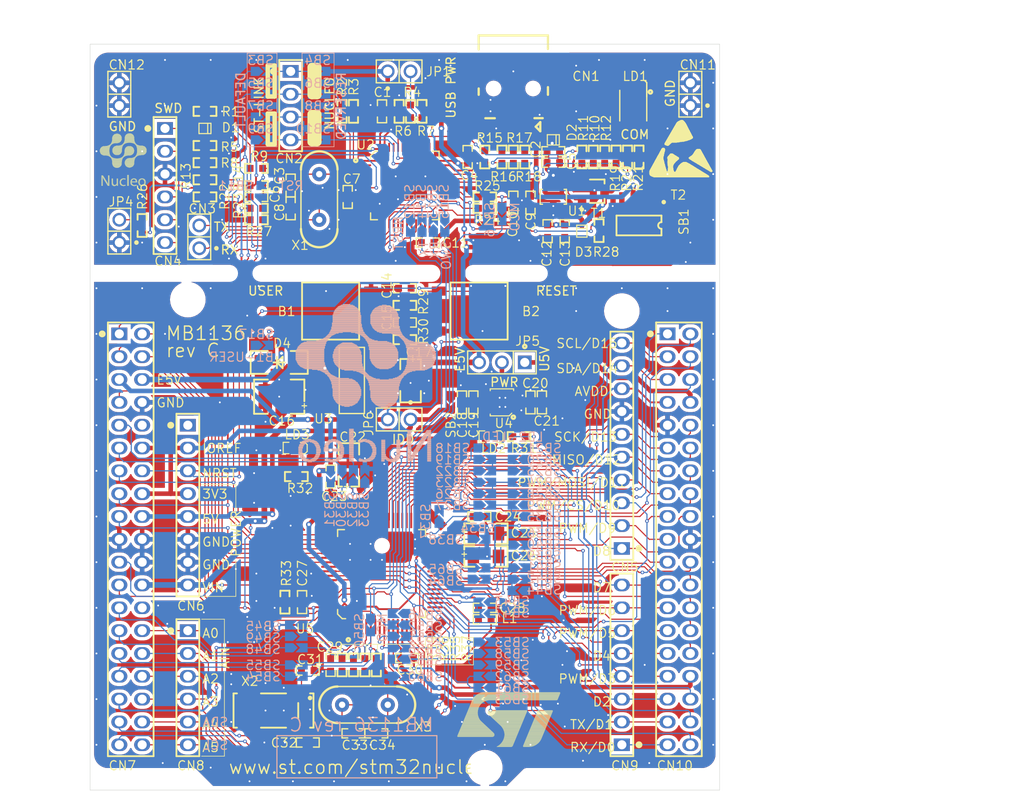
<source format=kicad_pcb>
(kicad_pcb (version 20240108) (generator "pcbnew") (generator_version "8.0")
  (layers (0 "F.Cu" signal "Top Layer") (31 "B.Cu" signal "Bottom Layer") (34 "B.Paste" user "Bottom Paste") (35 "F.Paste" user "Top Paste") (36 "B.SilkS" user "Bottom Overlay") (37 "F.SilkS" user "Top Overlay") (38 "B.Mask" user "Bottom Solder") (39 "F.Mask" user "Top Solder") (44 "Edge.Cuts" user))
  (net 0 "")
  (net 1 "PF0")
  (net 2 "NetCN10_30")
  (net 3 "+5V")
  (net 4 "NetCN7_31")
  (net 5 "NetC17_1")
  (net 6 "E5V")
  (net 7 "PA5")
  (net 8 "PA6")
  (net 9 "PA7")
  (net 10 "NetR10_2")
  (net 11 "NetR16_2")
  (net 12 "NetCN5_4")
  (net 13 "NetCN5_5")
  (net 14 "NetCN5_6")
  (net 15 "NetC2_2")
  (net 16 "MCO")
  (net 17 "PB0")
  (net 18 "NetCN7_38")
  (net 19 "NetCN7_36")
  (net 20 "NetCN2_4")
  (net 21 "+3V3_ST_LINK")
  (net 22 "VBAT/VLCD")
  (net 23 "+3V3")
  (net 24 "BOOT0")
  (net 25 "VDD")
  (net 26 "USB_DP")
  (net 27 "USB_DM")
  (net 28 "U5V")
  (net 29 "T_SWO")
  (net 30 "T_SWDIO_IN")
  (net 31 "T_NRST")
  (net 32 "T_JTMS")
  (net 33 "T_JTDO")
  (net 34 "T_JTDI")
  (net 35 "T_JTCK")
  (net 36 "STM_RST")
  (net 37 "STM_JTMS")
  (net 38 "STM_JTCK")
  (net 39 "STLINK_TX")
  (net 40 "STLINK_RX")
  (net 41 "PF7")
  (net 42 "PF6")
  (net 43 "PF4")
  (net 44 "PF1")
  (net 45 "PD8")
  (net 46 "PD2")
  (net 47 "PC15")
  (net 48 "PC14")
  (net 49 "PC13")
  (net 50 "PC12")
  (net 51 "PC11")
  (net 52 "PC10")
  (net 53 "PC9")
  (net 54 "PC8")
  (net 55 "PC7")
  (net 56 "PC6")
  (net 57 "PC5")
  (net 58 "PC4")
  (net 59 "PC3")
  (net 60 "PC2")
  (net 61 "PC1")
  (net 62 "PC0")
  (net 63 "PB15")
  (net 64 "PB14")
  (net 65 "PB13")
  (net 66 "PB12")
  (net 67 "PB11")
  (net 68 "PB8")
  (net 69 "PB7")
  (net 70 "PB6")
  (net 71 "PB5")
  (net 72 "PB4")
  (net 73 "PB3")
  (net 74 "PB2")
  (net 75 "PB1")
  (net 76 "PB9")
  (net 77 "PA15")
  (net 78 "PA13")
  (net 79 "PA12")
  (net 80 "PA11")
  (net 81 "PA10")
  (net 82 "PA9")
  (net 83 "PA8")
  (net 84 "NetCN10_26")
  (net 85 "NetCN10_28")
  (net 86 "PA4")
  (net 87 "PA3")
  (net 88 "PA2")
  (net 89 "PA1")
  (net 90 "PA0")
  (net 91 "OSC_OUT")
  (net 92 "OSC_IN")
  (net 93 "NRST")
  (net 94 "NetLD3_1")
  (net 95 "NetLD1_4")
  (net 96 "NetLD1_3")
  (net 97 "NetLD1_2")
  (net 98 "NetD1_2")
  (net 99 "NetC33_1")
  (net 100 "NetC32_1")
  (net 101 "NetB1_2")
  (net 102 "NetC10_1")
  (net 103 "LED_STLINK")
  (net 104 "AIN_1")
  (net 105 "NetJP5_1")
  (net 106 "AGND")
  (net 107 "NetC9_2")
  (net 108 "NetC31_1")
  (net 109 "NetC15_1")
  (net 110 "NetC34_1")
  (net 111 "NetC25_1")
  (net 112 "NetC22_1")
  (net 113 "NetCN4_1")
  (net 114 "NetCN4_2")
  (net 115 "NetCN4_4")
  (net 116 "NetCN4_5")
  (net 117 "NetCN4_6")
  (net 118 "NetCN2_1")
  (net 119 "NetCN2_2")
  (net 120 "NetCN2_3")
  (net 121 "PA14")
  (net 122 "NetCN1_2")
  (net 123 "NetCN1_3")
  (net 124 "NetCN1_4")
  (net 125 "NetJP1_2")
  (net 126 "NetR6_2")
  (net 127 "NetR3_2")
  (net 128 "NetR2_2")
  (net 129 "NetR25_1")
  (net 130 "NetR28_2")
  (net 131 "NetSB14_1")
  (net 132 "NetSB26_1")
  (net 133 "NetSB22_1")
  (net 134 "NetSB18_1")
  (net 135 "NetSB30_2")
  (net 136 "NetSB53_1")
  (net 137 "PB10")
  (net 138 "USB_CTRL")
  (net 139 "VIN")
  (net 140 "NetC18_1")
  (net 141 "NetSB43_2")
  (net 142 "PF5")
  (net 143 "NetL1_2")
  (net 144 "NetR31_1")
  (net 145 "NetSB13_1")
  (net 146 "NetSB34_1")
  (net 147 "AVDD")
  (net 148 "GND")
  (net 149 "NetCN7_27")
  (net 150 "NetCN7_25")
  (net 151 "NetCN7_29")
  (net 152 "NetJP4_2")
  (net 153 "NetLD2_1")
  (net 154 "NetSB64_1")
  (footprint "Global discovery1.PcbLib:0603R" (layer "F.Cu") (at 170.0911 84.2501 -90)
    (property "Reference" "R28")
    (property "Value" "4K7" (hide yes))
  )
  (footprint "Global discovery1.PcbLib:0603C" (layer "F.Cu") (at 164.3761 84.3136 -90)
    (property "Reference" "C12")
    (property "Value" "100nF" (hide yes))
  )
  (footprint "Global discovery1.PcbLib:0603C" (layer "F.Cu") (at 137.7061 133.2086 180)
    (property "Reference" "C31")
    (property "Value" "10pF[N/A]" (hide yes))
  )
  (footprint "Global discovery1.PcbLib:QFP48 7X7" (layer "F.Cu") (at 148.5011 79.2336 -90)
    (property "Reference" "U2")
    (property "Value" "STM32F103CBT6" (hide yes))
  )
  (footprint "Global discovery1.PcbLib:0603R" (layer "F.Cu") (at 150.4061 70.9786 90)
    (property "Reference" "R7")
    (property "Value" "2K7" (hide yes))
  )
  (footprint "Global discovery1.PcbLib:SOT-23-5L" (layer "F.Cu") (at 165.0111 80.5036 -90)
    (property "Reference" "U1")
    (property "Value" "LD3985M33R" (hide yes))
  )
  (footprint "Global discovery1.PcbLib:0603C" (layer "F.Cu") (at 145.9611 70.9786 90)
    (property "Reference" "C1")
    (property "Value" "100nF" (hide yes))
  )
  (footprint "Global discovery1.PcbLib:SIP2/2.54" (layer "F.Cu") (at 125.6411 86.2186 90)
    (property "Reference" "CN3")
    (property "Value" "" (hide yes))
  )
  (footprint "Global discovery1.PcbLib:0603R" (layer "F.Cu") (at 145.3261 132.5736 90)
    (property "Reference" "R37")
    (property "Value" "[N/A]" (hide yes))
  )
  (footprint "Global discovery1.PcbLib:0603C" (layer "F.Cu") (at 140.2461 111.6186 90)
    (property "Reference" "C23")
    (property "Value" "100nF" (hide yes))
  )
  (footprint "Global discovery1.PcbLib:SOD323/A" (layer "F.Cu") (at 126.2761 72.8836 180)
    (property "Reference" "D1")
    (property "Value" "BAT60JFILM" (hide yes))
  )
  (footprint "Global discovery1.PcbLib:0603C" (layer "F.Cu") (at 157.3911 126.2236 180)
    (property "Reference" "C28")
    (property "Value" "100nF" (hide yes))
  )
  (footprint "Global discovery1.PcbLib:0603C" (layer "F.Cu") (at 165.0111 76.6936 180)
    (property "Reference" "C5")
    (property "Value" "100nF" (hide yes))
  )
  (footprint "MB998.PcbLib:SIP3" (layer "F.Cu") (at 161.8361 98.9186 180)
    (property "Reference" "JP5")
    (property "Value" "" (hide yes))
  )
  (footprint "Nucleo_64.PcbLib:SIP2/2.54" (layer "F.Cu") (at 116.7511 70.3436 90)
    (property "Reference" "CN12")
    (property "Value" "" (hide yes))
  )
  (footprint "Global discovery1.PcbLib:0603R" (layer "F.Cu") (at 126.2761 78.5986 180)
    (property "Reference" "R13")
    (property "Value" "22" (hide yes))
  )
  (footprint "MB999.PcbLib:PB10" (layer "F.Cu") (at 140.2461 93.2036 180)
    (property "Reference" "B1")
    (property "Value" "USER (Blue)" (hide yes))
  )
  (footprint "Global discovery1.PcbLib:0603C" (layer "F.Cu") (at 148.5011 90.6636 180)
    (property "Reference" "C14")
    (property "Value" "100nF" (hide yes))
  )
  (footprint "Global discovery1.PcbLib:0603R" (layer "F.Cu") (at 161.8361 76.0586 90)
    (property "Reference" "R18")
    (property "Value" "0" (hide yes))
  )
  (footprint "Global discovery1.PcbLib:0603C" (layer "F.Cu") (at 151.0411 85.5836 180)
    (property "Reference" "C11")
    (property "Value" "100nF" (hide yes))
  )
  (footprint "Global discovery1.PcbLib:0603D" (layer "F.Cu") (at 158.0261 107.1736)
    (property "Reference" "LD2")
    (property "Value" "Green" (hide yes))
  )
  (footprint "Global discovery1.PcbLib:0603R" (layer "F.Cu") (at 161.2011 107.1736)
    (property "Reference" "R31")
    (property "Value" "510" (hide yes))
  )
  (footprint "Nucleo_64.PcbLib:0603R" (layer "F.Cu") (at 169.4561 76.0586 90)
    (property "Reference" "R10")
    (property "Value" "36K" (hide yes))
  )
  (footprint "MB998.PcbLib:SOT-23" (layer "F.Cu") (at 169.4561 79.8686 -90)
    (property "Reference" "T1")
    (property "Value" "9013" (hide yes))
  )
  (footprint "MB999.PcbLib:PB10" (layer "F.Cu") (at 156.7561 93.2036)
    (property "Reference" "B2")
    (property "Value" "TD-0341 [RESET/Black]" (hide yes))
  )
  (footprint "Global discovery1.PcbLib:0603C" (layer "F.Cu") (at 160.5661 81.1386 90)
    (property "Reference" "C10")
    (property "Value" "20pF" (hide yes))
  )
  (footprint "Global discovery1.PcbLib:0603R" (layer "F.Cu") (at 148.5011 92.5686 180)
    (property "Reference" "R29")
    (property "Value" "100" (hide yes))
  )
  (footprint "Nucleo_64.PcbLib:XTAL1" (layer "F.Cu") (at 146.5961 137.0186 180)
    (property "Reference" "X3")
    (property "Value" "8MHz(16pF)[N/A]" (hide yes))
  )
  (footprint "Global discovery1.PcbLib:0603R" (layer "F.Cu") (at 126.2761 74.7886 180)
    (property "Reference" "R5")
    (property "Value" "22" (hide yes))
  )
  (footprint "Global discovery1.PcbLib:0603R" (layer "F.Cu") (at 131.9911 83.0436 180)
    (property "Reference" "R27")
    (property "Value" "4K7" (hide yes))
  )
  (footprint "Global discovery1.PcbLib:0603C" (layer "F.Cu") (at 162.4711 103.3636 90)
    (property "Reference" "C20")
    (property "Value" "100nF" (hide yes))
  )
  (footprint "Global discovery1.PcbLib:SIP2/2.54" (layer "F.Cu") (at 146.5961 66.5336)
    (property "Reference" "JP1")
    (property "Value" "" (hide yes))
  )
  (footprint "Global discovery1.PcbLib:HSMF-A201" (layer "F.Cu") (at 173.9011 70.3436 -90)
    (property "Reference" "LD1")
    (property "Value" "LD_BICOLOR_CMS" (hide yes))
  )
  (footprint "C__X_project_14. nucleo_mb1136 _64pins_schematics_Nucleo_64.PcbLib:LOGO ESD" (layer "F.Cu") (at 178.9811 75.6776)
    (property "Reference" "Designator2" (hide yes))
    (property "Value" "Comment" (hide yes))
  )
  (footprint "Global discovery1.PcbLib:0603R" (layer "F.Cu") (at 159.2961 76.0586 90)
    (property "Reference" "R16")
    (property "Value" "1K5" (hide yes))
  )
  (footprint "C__Users_eric-zhong_Desktop_ST_new_logo.PcbLib:ST_LOGO_10mm" (layer "F.Cu") (at 160.1851 138.4156)
    (property "Reference" "Designator22" (hide yes))
    (property "Value" "Comment" (hide yes))
  )
  (footprint "Global discovery1.PcbLib:0603R" (layer "F.Cu") (at 144.0561 132.5736 90)
    (property "Reference" "R35")
    (property "Value" "[N/A]" (hide yes))
  )
  (footprint "Nucleo_64.PcbLib:0603R" (layer "F.Cu") (at 119.2911 83.6786 -90)
    (property "Reference" "R26")
    (property "Value" "10K" (hide yes))
  )
  (footprint "Nucleo_64.PcbLib:SOD323/A" (layer "F.Cu") (at 168.1861 84.3136 -90)
    (property "Reference" "D3")
    (property "Value" "BAT60JFILM" (hide yes))
  )
  (footprint "Global discovery1.PcbLib:0603R" (layer "F.Cu") (at 135.1661 125.5886 90)
    (property "Reference" "R33")
    (property "Value" "10K" (hide yes))
  )
  (footprint "Global discovery1.PcbLib:0603C" (layer "F.Cu") (at 156.78785 116.0636 180)
    (property "Reference" "C24")
    (property "Value" "100nF" (hide yes))
  )
  (footprint "Nucleo_64.PcbLib:SOT-223" (layer "F.Cu") (at 142.7861 100.8236 180)
    (property "Reference" "U3")
    (property "Value" "LD1117S50TR" (hide yes))
  )
  (footprint "Nucleo_64.PcbLib:0603R" (layer "F.Cu") (at 170.7261 76.0586 -90)
    (property "Reference" "R12")
    (property "Value" "10K" (hide yes))
  )
  (footprint "Global discovery1.PcbLib:0603R" (layer "F.Cu") (at 131.9911 79.2336)
    (property "Reference" "R14")
    (property "Value" "100K" (hide yes))
  )
  (footprint "Global discovery1.PcbLib:0603C" (layer "F.Cu") (at 145.3261 140.1936)
    (property "Reference" "C34")
    (property "Value" "20pF[N/A]" (hide yes))
  )
  (footprint "Global discovery1.PcbLib:SIP2/2.54" (layer "F.Cu") (at 149.1361 105.2686 180)
    (property "Reference" "JP6")
    (property "Value" "" (hide yes))
  )
  (footprint "Global discovery1.PcbLib:1*6P_FEMALE" (layer "F.Cu") (at 124.3711 128.7636 -90)
    (property "Reference" "CN8")
    (property "Value" "Header 6X1_Female" (hide yes))
  )
  (footprint "Global discovery1.PcbLib:TAN-A" (layer "F.Cu") (at 142.2781 111.71385 -90)
    (property "Reference" "C22")
    (property "Value" "2.2uF" (hide yes))
  )
  (footprint "Global discovery1.PcbLib:0603L" (layer "F.Cu") (at 157.3911 127.4936 180)
    (property "Reference" "L1")
    (property "Value" "BEAD" (hide yes))
  )
  (footprint "Global discovery1.PcbLib:LQFP64" (layer "F.Cu") (at 145.9611 122.4136)
    (property "Reference" "U5")
    (property "Value" "MCU_LQFP64" (hide yes))
  )
  (footprint "Global discovery1.PcbLib:0603R" (layer "F.Cu") (at 126.2761 80.5036 180)
    (property "Reference" "R22")
    (property "Value" "22" (hide yes))
  )
  (footprint "Global discovery1.PcbLib:0603R" (layer "F.Cu") (at 171.9961 76.0586 90)
    (property "Reference" "R19")
    (property "Value" "0" (hide yes))
  )
  (footprint "Nucleo_64.PcbLib:SIP2/2.54" (layer "F.Cu") (at 180.2511 70.3436 90)
    (property "Reference" "CN11")
    (property "Value" "" (hide yes))
  )
  (footprint "Global discovery1.PcbLib:0603R" (layer "F.Cu") (at 160.5661 76.0586 90)
    (property "Reference" "R17")
    (property "Value" "0" (hide yes))
  )
  (footprint "Global discovery1.PcbLib:0603R" (layer "F.Cu") (at 131.9911 77.3286 180)
    (property "Reference" "R9")
    (property "Value" "100" (hide yes))
  )
  (footprint "Global discovery1.PcbLib:0603C" (layer "F.Cu") (at 154.8511 103.3636 90)
    (property "Reference" "C18")
    (property "Value" "1uF_X5R_0603" (hide yes))
  )
  (footprint "Global discovery1.PcbLib:0603R" (layer "F.Cu") (at 147.8661 70.9786 90)
    (property "Reference" "R6")
    (property "Value" "100K" (hide yes))
  )
  (footprint "Global discovery1.PcbLib:0603R" (layer "F.Cu") (at 157.3911 76.0586 90)
    (property "Reference" "R15")
    (property "Value" "100K" (hide yes))
  )
  (footprint "Global discovery1.PcbLib:0603C" (layer "F.Cu") (at 135.8011 81.7736 -90)
    (property "Reference" "C8")
    (property "Value" "20pF" (hide yes))
  )
  (footprint "Global discovery1.PcbLib:0603C" (layer "F.Cu") (at 142.7861 140.1936 180)
    (property "Reference" "C33")
    (property "Value" "20pF[N/A]" (hide yes))
  )
  (footprint "" (layer "F.Cu") (at 172.6311 93.2036)
    (property "Reference" "")
    (property "Value" "")
  )
  (footprint "Global discovery1.PcbLib:0603C" (layer "F.Cu") (at 155.4861 76.0586 90)
    (property "Reference" "C4")
    (property "Value" "100nF" (hide yes))
  )
  (footprint "Global discovery1.PcbLib:TAN-A" (layer "F.Cu") (at 156.1211 117.9686 180)
    (property "Reference" "C25")
    (property "Value" "2.2uF" (hide yes))
  )
  (footprint "Nucleo_64.PcbLib:SOD323/A" (layer "F.Cu") (at 165.0111 74.1536 180)
    (property "Reference" "D2")
    (property "Value" "BAT60JFILM" (hide yes))
  )
  (footprint "Global discovery1.PcbLib:1*8P_FEMALE" (layer "F.Cu") (at 172.6311 141.4636 90)
    (property "Reference" "CN9")
    (property "Value" "Header 8X1_Female" (hide yes))
  )
  (footprint "Global discovery1.PcbLib:XTAL_4SM_8X3R8" (layer "F.Cu") (at 133.8961 137.6536 180)
    (property "Reference" "X2")
    (property "Value" "32.768K[N/A]" (hide yes))
  )
  (footprint "Global discovery1.PcbLib:0603C" (layer "F.Cu") (at 142.1511 80.5036 90)
    (property "Reference" "C7")
    (property "Value" "100nF" (hide yes))
  )
  (footprint "Nucleo_641.PcbLib:2*19P" (layer "F.Cu") (at 177.7111 95.7436 -90)
    (property "Reference" "CN10")
    (property "Value" "Header 19X2" (hide yes))
  )
  (footprint "Global discovery1.PcbLib:0603R" (layer "F.Cu") (at 141.5161 132.5736 -90)
    (property "Reference" "R34")
    (property "Value" "[N/A]" (hide yes))
  )
  (footprint "Global discovery1.PcbLib:0603R" (layer "F.Cu") (at 141.5161 70.9786 90)
    (property "Reference" "R2")
    (property "Value" "10K" (hide yes))
  )
  (footprint "Global discovery1.PcbLib:0603C" (layer "F.Cu") (at 165.0111 75.4236 180)
    (property "Reference" "C2")
    (property "Value" "1uF_X5R_0603" (hide yes))
  )
  (footprint "Global discovery1.PcbLib:0603C" (layer "F.Cu") (at 166.2811 84.3136 90)
    (property "Reference" "C13")
    (property "Value" "1uF_X5R_0603" (hide yes))
  )
  (footprint "Global discovery1.PcbLib:0603R" (layer "F.Cu") (at 142.7861 132.5736 -90)
    (property "Reference" "R36")
    (property "Value" "[N/A]" (hide yes))
  )
  (footprint "Global discovery1.PcbLib:0603R" (layer "F.Cu") (at 126.2761 76.6936 180)
    (property "Reference" "R8")
    (property "Value" "22" (hide yes))
  )
  (footprint "" (layer "F.Cu") (at 124.3711 91.9336)
    (property "Reference" "")
    (property "Value" "")
  )
  (footprint "Nucleo_64.PcbLib:JP2_SMD" (layer "F.Cu") (at 178.3461 83.6786 90)
    (property "Reference" "SB1")
    (property "Value" "Circuit Breaker" (hide yes))
  )
  (footprint "Global discovery1.PcbLib:0603R" (layer "F.Cu") (at 157.3911 81.7736)
    (property "Reference" "R24")
    (property "Value" "100" (hide yes))
  )
  (footprint "Global discovery1.PcbLib:0603R" (layer "F.Cu") (at 149.1361 70.9786 -90)
    (property "Reference" "R4")
    (property "Value" "4K7" (hide yes))
  )
  (footprint "Global discovery1.PcbLib:TAN-A" (layer "F.Cu") (at 156.1211 120.5086 180)
    (property "Reference" "C26")
    (property "Value" "2.2uF" (hide yes))
  )
  (footprint "MB998.PcbLib:SO8" (layer "F.Cu") (at 174.5361 83.6786 180)
    (property "Reference" "T2")
    (property "Value" "STS7PF30L" (hide yes))
  )
  (footprint "Nucleo_64.PcbLib:JP2_SMD" (layer "F.Cu") (at 153.5811 103.3636 90)
    (property "Reference" "SB2")
    (property "Value" "Circuit Breaker" (hide yes))
  )
  (footprint "MB998.PcbLib:DFN6(3X3)" (layer "F.Cu") (at 159.2961 103.3636 90)
    (property "Reference" "U4")
    (property "Value" "LD39050PU33R" (hide yes))
  )
  (footprint "Global discovery1.PcbLib:1*8P_FEMALE" (layer "F.Cu") (at 124.3711 105.9036 -90)
    (property "Reference" "CN6")
    (property "Value" "Header 8X1_Female" (hide yes))
  )
  (footprint "Global discovery1.PcbLib:USB-MINI-B-SMD" (layer "F.Cu") (at 160.5661 68.4386)
    (property "Reference" "CN1")
    (property "Value" "5075BMR-05-SM" (hide yes))
  )
  (footprint "Global discovery1.PcbLib:0603C" (layer "F.Cu") (at 156.1211 103.3636 -90)
    (property "Reference" "C19")
    (property "Value" "100nF" (hide yes))
  )
  (footprint "Global discovery1.PcbLib:0603R" (layer "F.Cu") (at 148.5011 96.3786 180)
    (property "Reference" "R30")
    (property "Value" "4K7" (hide yes))
  )
  (footprint "Global discovery1.PcbLib:0603R" (layer "F.Cu") (at 126.2761 70.9786 180)
    (property "Reference" "R1")
    (property "Value" "10K" (hide yes))
  )
  (footprint "Global discovery1.PcbLib:0603R" (layer "F.Cu") (at 136.4361 111.6186)
    (property "Reference" "R32")
    (property "Value" "1K" (hide yes))
  )
  (footprint "Global discovery1.PcbLib:0603C" (layer "F.Cu") (at 162.4711 81.1386 90)
    (property "Reference" "C9")
    (property "Value" "10nF_X7R_0603" (hide yes))
  )
  (footprint "Global discovery1.PcbLib:1*10P_FEMALE" (layer "F.Cu") (at 172.6311 119.6196 90)
    (property "Reference" "CN5")
    (property "Value" "Header 10X1_Female" (hide yes))
  )
  (footprint "Global discovery1.PcbLib:0603D" (layer "F.Cu") (at 136.2456 108.44385)
    (property "Reference" "LD3")
    (property "Value" "RED" (hide yes))
  )
  (footprint "Nucleo_64.PcbLib:0603R" (layer "F.Cu") (at 168.1861 76.0586 -90)
    (property "Reference" "R11")
    (property "Value" "100" (hide yes))
  )
  (footprint "Global discovery1.PcbLib:0603C" (layer "F.Cu") (at 148.5011 94.4736)
    (property "Reference" "C15")
    (property "Value" "100nF" (hide yes))
  )
  (footprint "Global discovery1.PcbLib:0603C" (layer "F.Cu") (at 148.7551 131.8116)
    (property "Reference" "C30")
    (property "Value" "100nF" (hide yes))
  )
  (footprint "Global discovery1.PcbLib:0603R" (layer "F.Cu") (at 142.7861 70.9786 90)
    (property "Reference" "R3")
    (property "Value" "10K" (hide yes))
  )
  (footprint "Nucleo_64.PcbLib:SIP2/2.54" (layer "F.Cu") (at 116.7511 85.5836 90)
    (property "Reference" "JP4")
    (property "Value" "" (hide yes))
  )
  (footprint "Global discovery1.PcbLib:1*6P" (layer "F.Cu") (at 121.8311 72.8836 -90)
    (property "Reference" "CN4")
    (property "Value" "Header 6X1" (hide yes))
  )
  (footprint "Global discovery1.PcbLib:0603R" (layer "F.Cu") (at 174.5361 76.0586 -90)
    (property "Reference" "R21")
    (property "Value" "100" (hide yes))
  )
  (footprint "Global discovery1.PcbLib:0603C" (layer "F.Cu") (at 137.0711 125.5886 -90)
    (property "Reference" "C27")
    (property "Value" "100nF" (hide yes))
  )
  (footprint "Global discovery1.PcbLib:1*4" (layer "F.Cu") (at 135.8011 66.5336 -90)
    (property "Reference" "CN2")
    (property "Value" "Header 4" (hide yes))
  )
  (footprint "" (layer "F.Cu") (at 157.3911 144.0036)
    (property "Reference" "")
    (property "Value" "")
  )
  (footprint "Global discovery1.PcbLib:0603R" (layer "F.Cu") (at 173.2661 76.0586 -90)
    (property "Reference" "R20")
    (property "Value" "100" (hide yes))
  )
  (footprint "Nucleo_64.PcbLib:0603C" (layer "F.Cu") (at 163.7411 103.3636 -90)
    (property "Reference" "C21")
    (property "Value" "1uF_X5R_0603" (hide yes))
  )
  (footprint "Global discovery1.PcbLib:0603R" (layer "F.Cu") (at 157.3911 80.5036 180)
    (property "Reference" "R25")
    (property "Value" "100" (hide yes))
  )
  (footprint "Nucleo_642.PcbLib:SMA" (layer "F.Cu") (at 134.5311 98.9186 180)
    (property "Reference" "D4")
    (property "Value" "STPS2L30A" (hide yes))
  )
  (footprint "Global discovery1.PcbLib:XTAL1" (layer "F.Cu") (at 138.9761 83.0436 90)
    (property "Reference" "X1")
    (property "Value" "8MHz(12pF)" (hide yes))
  )
  (footprint "Global discovery1.PcbLib:0603C" (layer "F.Cu") (at 131.9911 80.5036 180)
    (property "Reference" "C6")
    (property "Value" "100nF" (hide yes))
  )
  (footprint "Global discovery1.PcbLib:0603C" (layer "F.Cu") (at 135.8011 79.2336 90)
    (property "Reference" "C3")
    (property "Value" "20pF" (hide yes))
  )
  (footprint "MB1084_main.PcbLib:TAN-A" (layer "F.Cu") (at 149.1361 99.5536 90)
    (property "Reference" "C17")
    (property "Value" "10uF" (hide yes))
  )
  (footprint "Global discovery1.PcbLib:0603C" (layer "F.Cu") (at 137.7061 141.2096 180)
    (property "Reference" "C32")
    (property "Value" "10pF[N/A]" (hide yes))
  )
  (footprint "Global discovery1.PcbLib:0603C" (layer "F.Cu") (at 140.2461 132.5736 90)
    (property "Reference" "C29")
    (property "Value" "1uF_X5R_0603" (hide yes))
  )
  (footprint "Nucleo_641.PcbLib:2*19P" (layer "F.Cu") (at 116.7511 95.7436 -90)
    (property "Reference" "CN7")
    (property "Value" "Header 19X2" (hide yes))
  )
  (footprint "C__Users_eric-zhong_Desktop_Nucleo LOGO.PcbLib:NUCLEO_black 0.5cm" (layer "F.Cu") (at 117.2591 75.4236)
    (property "Reference" "Designator1" (hide yes))
    (property "Value" "Comment" (hide yes))
  )
  (footprint "Nucleo_642.PcbLib:TAN-B" (layer "F.Cu") (at 134.5311 102.7286 90)
    (property "Reference" "C16")
    (property "Value" "10uF(25V)" (hide yes))
  )
  (footprint "Global discovery1.PcbLib:0603R" (layer "F.Cu") (at 131.9911 81.7736 180)
    (property "Reference" "R23")
    (property "Value" "4K7" (hide yes))
  )
  (footprint "Nucleo_64.PcbLib:JP2_SMD" (layer "B.Cu") (at 142.7861 111.6186 -90)
    (property "Reference" "SB32")
    (property "Value" "Circuit Breaker" (hide yes))
  )
  (footprint "Nucleo_64.PcbLib:JP2_SMD" (layer "B.Cu") (at 144.0561 111.6186 -90)
    (property "Reference" "SB33")
    (property "Value" "Circuit Breaker" (hide yes))
  )
  (footprint "Nucleo_64.PcbLib:JP2_SMD" (layer "B.Cu") (at 161.2011 124.3186)
    (property "Reference" "SB44")
    (property "Value" "Circuit Breaker" (hide yes))
  )
  (footprint "Nucleo_64.PcbLib:JP2_SMD" (layer "B.Cu") (at 157.3911 112.2536 180)
    (property "Reference" "SB23")
    (property "Value" "Circuit Breaker" (hide yes))
  )
  (footprint "Global discovery1.PcbLib:JP2_SMD" (layer "B.Cu") (at 138.9761 71.6136 180)
    (property "Reference" "SB8")
    (property "Value" "Circuit Breaker" (hide yes))
  )
  (footprint "Global discovery1.PcbLib:JP2_SMD" (layer "B.Cu") (at 136.4361 129.3986 180)
    (property "Reference" "SB49")
    (property "Value" "Circuit Breaker" (hide yes))
  )
  (footprint "Global discovery1.PcbLib:JP2_SMD" (layer "B.Cu") (at 132.6261 97.0136 180)
    (property "Reference" "SB17")
    (property "Value" "Circuit Breaker" (hide yes))
  )
  (footprint "Nucleo_64.PcbLib:JP2_SMD" (layer "B.Cu") (at 161.2011 110.9836 180)
    (property "Reference" "SB25")
    (property "Value" "Circuit Breaker" (hide yes))
  )
  (footprint "Nucleo_64.PcbLib:JP2_SMD" (layer "B.Cu") (at 161.2011 113.5236 180)
    (property "Reference" "SB28")
    (property "Value" "Circuit Breaker" (hide yes))
  )
  (footprint "Nucleo_64.PcbLib:JP2_SMD" (layer "B.Cu") (at 159.2961 82.4086 90)
    (property "Reference" "SB16")
    (property "Value" "Circuit Breaker" (hide yes))
  )
  (footprint "Nucleo_64.PcbLib:JP2_SMD" (layer "B.Cu") (at 161.2011 114.7936)
    (property "Reference" "SB29")
    (property "Value" "Circuit Breaker" (hide yes))
  )
  (footprint "Nucleo_64.PcbLib:JP2_SMD" (layer "B.Cu") (at 161.2011 109.7136)
    (property "Reference" "SB20")
    (property "Value" "Circuit Breaker" (hide yes))
  )
  (footprint "Nucleo_64.PcbLib:JP2_SMD" (layer "B.Cu") (at 156.7561 118.6036 180)
    (property "Reference" "SB38")
    (property "Value" "Circuit Breaker" (hide yes))
  )
  (footprint "Nucleo_64.PcbLib:JP2_SMD" (layer "B.Cu") (at 147.8661 130.6686 180)
    (property "Reference" "SB56")
    (property "Value" "Circuit Breaker" (hide yes))
  )
  (footprint "Global discovery1.PcbLib:JP2_SMD" (layer "B.Cu") (at 132.6261 71.6136 180)
    (property "Reference" "SB7")
    (property "Value" "Circuit Breaker" (hide yes))
  )
  (footprint "Nucleo_64.PcbLib:JP2_SMD" (layer "B.Cu") (at 157.3911 114.7936 180)
    (property "Reference" "SB27")
    (property "Value" "Circuit Breaker" (hide yes))
  )
  (footprint "Nucleo_64.PcbLib:JP2_SMD" (layer "B.Cu") (at 157.3911 130.0336 180)
    (property "Reference" "SB53")
    (property "Value" "Circuit Breaker" (hide yes))
  )
  (footprint "Nucleo_64.PcbLib:JP2_SMD" (layer "B.Cu") (at 156.7561 121.7786 180)
    (property "Reference" "SB65")
    (property "Value" "Circuit Breaker" (hide yes))
  )
  (footprint "Global discovery1.PcbLib:JP2_SMD" (layer "B.Cu") (at 132.6261 74.1536 180)
    (property "Reference" "SB9")
    (property "Value" "Circuit Breaker" (hide yes))
  )
  (footprint "Global discovery1.PcbLib:JP2_SMD" (layer "B.Cu") (at 138.9761 69.0736 180)
    (property "Reference" "SB6")
    (property "Value" "Circuit Breaker" (hide yes))
  )
  (footprint "Nucleo_64.PcbLib:JP2_SMD" (layer "B.Cu") (at 157.3911 116.0636 180)
    (property "Reference" "SB34")
    (property "Value" "Circuit Breaker" (hide yes))
  )
  (footprint "Nucleo_64.PcbLib:JP2_SMD" (layer "B.Cu") (at 157.3911 131.3036 180)
    (property "Reference" "SB58")
    (property "Value" "Circuit Breaker" (hide yes))
  )
  (footprint "Nucleo_64.PcbLib:JP2_SMD" (layer "B.Cu") (at 157.3911 110.9836 180)
    (property "Reference" "SB22")
    (property "Value" "Circuit Breaker" (hide yes))
  )
  (footprint "Global discovery1.PcbLib:JP2_SMD" (layer "B.Cu") (at 136.4361 133.8436 180)
    (property "Reference" "SB54")
    (property "Value" "Circuit Breaker" (hide yes))
  )
  (footprint "Nucleo_64.PcbLib:JP2_SMD" (layer "B.Cu") (at 157.3911 113.5236 180)
    (property "Reference" "SB26")
    (property "Value" "Circuit Breaker" (hide yes))
  )
  (footprint "Nucleo_64.PcbLib:JP2_SMD" (layer "B.Cu") (at 147.8661 129.3986 180)
    (property "Reference" "SB51")
    (property "Value" "Circuit Breaker" (hide yes))
  )
  (footprint "Global discovery1.PcbLib:JP2_SMD" (layer "B.Cu") (at 136.4361 128.1286)
    (property "Reference" "SB45")
    (property "Value" "Circuit Breaker" (hide yes))
  )
  (footprint "Nucleo_64.PcbLib:JP2_SMD" (layer "B.Cu") (at 147.8661 131.9386)
    (property "Reference" "SB57")
    (property "Value" "Circuit Breaker" (hide yes))
  )
  (footprint "Nucleo_64.PcbLib:JP2_SMD" (layer "B.Cu") (at 161.2011 121.7786 180)
    (property "Reference" "SB41")
    (property "Value" "Circuit Breaker" (hide yes))
  )
  (footprint "Global discovery1.PcbLib:JP2_SMD" (layer "B.Cu") (at 138.9761 74.1536 180)
    (property "Reference" "SB10")
    (property "Value" "Circuit Breaker" (hide yes))
  )
  (footprint "C__Users_eric-zhong_Desktop_Nucleo LOGO.PcbLib:NUCLEO_black 2cm" (layer "B.Cu") (at 144.1831 98.2836 180)
    (property "Reference" "Designator4" (hide yes))
    (property "Value" "Comment" (hide yes))
  )
  (footprint "Nucleo_64.PcbLib:JP2_SMD" (layer "B.Cu") (at 147.8661 126.8586)
    (property "Reference" "SB46")
    (property "Value" "Circuit Breaker" (hide yes))
  )
  (footprint "Nucleo_64.PcbLib:JP2_SMD" (layer "B.Cu") (at 161.2011 108.4436 180)
    (property "Reference" "SB21")
    (property "Value" "Circuit Breaker" (hide yes))
  )
  (footprint "Global discovery1.PcbLib:JP2_SMD" (layer "B.Cu") (at 151.6761 83.6786 -90)
    (property "Reference" "SB13")
    (property "Value" "Circuit Breaker" (hide yes))
  )
  (footprint "Nucleo_64.PcbLib:JP2_SMD" (layer "B.Cu") (at 152.3111 116.0636 -90)
    (property "Reference" "SB37")
    (property "Value" "Circuit Breaker" (hide yes))
  )
  (footprint "Nucleo_64.PcbLib:JP2_SMD" (layer "B.Cu") (at 141.5161 111.6186 90)
    (property "Reference" "SB30")
    (property "Value" "Circuit Breaker" (hide yes))
  )
  (footprint "Global discovery1.PcbLib:JP2_SMD" (layer "B.Cu") (at 132.6261 66.5336 180)
    (property "Reference" "SB3")
    (property "Value" "Circuit Breaker" (hide yes))
  )
  (footprint "Global discovery1.PcbLib:JP2_SMD" (layer "B.Cu") (at 133.2611 79.2336)
    (property "Reference" "SB11")
    (property "Value" "Circuit Breaker" (hide yes))
  )
  (footprint "Global discovery1.PcbLib:JP2_SMD" (layer "B.Cu") (at 136.4361 130.6686 180)
    (property "Reference" "SB48")
    (property "Value" "Circuit Breaker" (hide yes))
  )
  (footprint "Global discovery1.PcbLib:JP2_SMD" (layer "B.Cu") (at 132.6261 69.0736 180)
    (property "Reference" "SB5")
    (property "Value" "Circuit Breaker" (hide yes))
  )
  (footprint "Nucleo_64.PcbLib:JP2_SMD" (layer "B.Cu") (at 157.3911 109.7136 180)
    (property "Reference" "SB19")
    (property "Value" "Circuit Breaker" (hide yes))
  )
  (footprint "Nucleo_64.PcbLib:JP2_SMD" (layer "B.Cu") (at 161.2011 116.0636)
    (property "Reference" "SB35")
    (property "Value" "Circuit Breaker" (hide yes))
  )
  (footprint "Global discovery1.PcbLib:JP2_SMD" (layer "B.Cu") (at 144.6911 128.1286 90)
    (property "Reference" "SB50")
    (property "Value" "Circuit Breaker" (hide yes))
  )
  (footprint "Nucleo_64.PcbLib:JP2_SMD" (layer "B.Cu") (at 161.2011 119.2386 180)
    (property "Reference" "SB40")
    (property "Value" "Circuit Breaker" (hide yes))
  )
  (footprint "Nucleo_64.PcbLib:JP2_SMD" (layer "B.Cu") (at 157.3911 133.8436)
    (property "Reference" "SB62")
    (property "Value" "Circuit Breaker" (hide yes))
  )
  (footprint "Nucleo_64.PcbLib:JP2_SMD" (layer "B.Cu") (at 147.8661 133.8436 180)
    (property "Reference" "SB60")
    (property "Value" "Circuit Breaker" (hide yes))
  )
  (footprint "Nucleo_64.PcbLib:JP2_SMD" (layer "B.Cu") (at 161.2011 112.2536)
    (property "Reference" "SB24")
    (property "Value" "Circuit Breaker" (hide yes))
  )
  (footprint "Nucleo_64.PcbLib:JP2_SMD" (layer "B.Cu") (at 161.2011 120.5086 180)
    (property "Reference" "SB39")
    (property "Value" "Circuit Breaker" (hide yes))
  )
  (footprint "Global discovery1.PcbLib:JP2_SMD" (layer "B.Cu") (at 152.9461 83.6786 90)
    (property "Reference" "SB15")
    (property "Value" "Circuit Breaker" (hide yes))
  )
  (footprint "Nucleo_64.PcbLib:JP2_SMD" (layer "B.Cu") (at 161.2011 123.0486 180)
    (property "Reference" "SB42")
    (property "Value" "Circuit Breaker" (hide yes))
  )
  (footprint "Global discovery1.PcbLib:JP2_SMD" (layer "B.Cu") (at 150.4061 83.6786 -90)
    (property "Reference" "SB14")
    (property "Value" "Circuit Breaker" (hide yes))
  )
  (footprint "Nucleo_64.PcbLib:JP2_SMD" (layer "B.Cu") (at 157.3911 125.5886)
    (property "Reference" "SB43")
    (property "Value" "Circuit Breaker" (hide yes))
  )
  (footprint "Nucleo_64.PcbLib:JP2_SMD" (layer "B.Cu") (at 157.3911 135.1136)
    (property "Reference" "SB61")
    (property "Value" "Circuit Breaker" (hide yes))
  )
  (footprint "Nucleo_64.PcbLib:JP2_SMD" (layer "B.Cu") (at 147.8661 128.1286)
    (property "Reference" "SB52")
    (property "Value" "Circuit Breaker" (hide yes))
  )
  (footprint "Nucleo_64.PcbLib:JP2_SMD" (layer "B.Cu") (at 157.3911 136.3836)
    (property "Reference" "SB63")
    (property "Value" "Circuit Breaker" (hide yes))
  )
  (footprint "Nucleo_64.PcbLib:JP2_SMD" (layer "B.Cu") (at 157.3911 132.5736 180)
    (property "Reference" "SB59")
    (property "Value" "Circuit Breaker" (hide yes))
  )
  (footprint "Global discovery1.PcbLib:JP2_SMD" (layer "B.Cu") (at 138.9761 66.5336 180)
    (property "Reference" "SB4")
    (property "Value" "Circuit Breaker" (hide yes))
  )
  (footprint "Nucleo_64.PcbLib:JP2_SMD" (layer "B.Cu") (at 157.3911 108.4436 180)
    (property "Reference" "SB18")
    (property "Value" "Circuit Breaker" (hide yes))
  )
  (footprint "Nucleo_64.PcbLib:JP2_SMD" (layer "B.Cu") (at 157.3911 126.8586)
    (property "Reference" "SB47")
    (property "Value" "Circuit Breaker" (hide yes))
  )
  (footprint "Nucleo_64.PcbLib:JP2_SMD" (layer "B.Cu") (at 140.2461 111.6186 90)
    (property "Reference" "SB31")
    (property "Value" "Circuit Breaker" (hide yes))
  )
  (footprint "Nucleo_64.PcbLib:JP2_SMD" (layer "B.Cu") (at 156.7561 123.0486 180)
    (property "Reference" "SB64")
    (property "Value" "Circuit Breaker" (hide yes))
  )
  (footprint "Global discovery1.PcbLib:JP2_SMD" (layer "B.Cu") (at 136.4361 132.5736 180)
    (property "Reference" "SB55")
    (property "Value" "Circuit Breaker" (hide yes))
  )
  (footprint "Nucleo_64.PcbLib:JP2_SMD" (layer "B.Cu") (at 161.2011 117.9686 180)
    (property "Reference" "SB36")
    (property "Value" "Circuit Breaker" (hide yes))
  )
  (footprint "Global discovery1.PcbLib:JP2_SMD" (layer "B.Cu") (at 149.1361 83.6786 90)
    (property "Reference" "SB12")
    (property "Value" "Circuit Breaker" (hide yes))
  )
  (gr_line (start 134.2771 145.1466) (end 152.0571 145.1466) (stroke (width 0.127)) (layer "B.SilkS"))
  (gr_line (start 134.2771 74.9156) (end 134.2771 64.5016) (stroke (width 0.0762)) (layer "B.SilkS"))
  (gr_line (start 134.2771 140.4476) (end 152.0571 140.4476) (stroke (width 0.127)) (layer "B.SilkS"))
  (gr_line (start 137.0711 74.9156) (end 137.0711 64.5016) (stroke (width 0.0762)) (layer "B.SilkS"))
  (gr_line (start 140.6271 74.9156) (end 140.6271 64.5016) (stroke (width 0.0762)) (layer "B.SilkS"))
  (gr_line (start 137.0711 74.9156) (end 140.6271 74.9156) (stroke (width 0.0762)) (layer "B.SilkS"))
  (gr_line (start 130.9751 74.9156) (end 134.2771 74.9156) (stroke (width 0.0762)) (layer "B.SilkS"))
  (gr_line (start 130.9751 64.5016) (end 134.2771 64.5016) (stroke (width 0.0762)) (layer "B.SilkS"))
  (gr_line (start 137.0711 64.5016) (end 140.6271 64.5016) (stroke (width 0.0762)) (layer "B.SilkS"))
  (gr_line (start 134.2771 145.1466) (end 134.2771 140.4476) (stroke (width 0.127)) (layer "B.SilkS"))
  (gr_line (start 130.9751 74.9156) (end 130.9751 64.5016) (stroke (width 0.0762)) (layer "B.SilkS"))
  (gr_line (start 152.0571 145.1466) (end 152.0571 140.4476) (stroke (width 0.127)) (layer "B.SilkS"))
  (gr_line (start 129.7051 115.8096) (end 129.7051 112.5076) (stroke (width 0.0762)) (layer "F.SilkS"))
  (gr_line (start 133.2611 74.6486) (end 134.0231 74.6486) (stroke (width 0.5)) (layer "F.SilkS"))
  (gr_line (start 133.2611 69.3276) (end 133.2611 65.8856) (stroke (width 0.5)) (layer "F.SilkS"))
  (gr_line (start 142.9131 131.0496) (end 142.9131 130.2876) (stroke (width 0.0762)) (layer "F.SilkS"))
  (gr_line (start 145.4531 131.0496) (end 145.4531 130.2876) (stroke (width 0.0762)) (layer "F.SilkS"))
  (gr_line (start 138.1686 69.1352) (end 138.1686 66.0872) (stroke (width 1)) (layer "F.SilkS"))
  (gr_line (start 128.4351 130.7956) (end 128.4351 127.4936) (stroke (width 0.0762)) (layer "F.SilkS"))
  (gr_line (start 144.1831 131.0496) (end 144.1831 130.2876) (stroke (width 0.0762)) (layer "F.SilkS"))
  (gr_line (start 134.0231 74.6486) (end 134.0231 71.2326) (stroke (width 0.5)) (layer "F.SilkS"))
  (gr_line (start 125.8951 124.9536) (end 129.7051 124.9536) (stroke (width 0.0762)) (layer "F.SilkS"))
  (gr_line (start 125.8951 127.4936) (end 128.4351 127.4936) (stroke (width 0.0762)) (layer "F.SilkS"))
  (gr_line (start 150.7871 132.5736) (end 150.7871 129.5256) (stroke (width 0.0762)) (layer "F.SilkS"))
  (gr_line (start 138.1686 71.3196) (end 138.7401 71.3196) (stroke (width 1)) (layer "F.SilkS"))
  (gr_line (start 133.2611 71.2326) (end 134.0231 71.2326) (stroke (width 0.5)) (layer "F.SilkS"))
  (gr_line (start 138.1686 69.1352) (end 138.7401 69.1352) (stroke (width 1)) (layer "F.SilkS"))
  (gr_line (start 125.8951 112.5076) (end 129.7051 112.5076) (stroke (width 0.0762)) (layer "F.SilkS"))
  (gr_line (start 150.7871 132.5736) (end 156.1211 132.5736) (stroke (width 0.0762)) (layer "F.SilkS"))
  (gr_line (start 142.9131 130.2876) (end 150.7871 130.2876) (stroke (width 0.0762)) (layer "F.SilkS"))
  (gr_line (start 133.2611 69.3276) (end 134.0231 69.3276) (stroke (width 0.5)) (layer "F.SilkS"))
  (gr_line (start 141.3891 130.2876) (end 142.9131 130.2876) (stroke (width 0.0762)) (layer "F.SilkS"))
  (gr_line (start 138.1686 74.3676) (end 138.1686 71.3196) (stroke (width 1)) (layer "F.SilkS"))
  (gr_line (start 133.2611 74.6486) (end 133.2611 71.2326) (stroke (width 0.5)) (layer "F.SilkS"))
  (gr_line (start 138.1686 74.3676) (end 138.7401 74.3676) (stroke (width 1)) (layer "F.SilkS"))
  (gr_line (start 150.7871 129.5256) (end 156.1211 129.5256) (stroke (width 0.0762)) (layer "F.SilkS"))
  (gr_line (start 138.7401 69.1352) (end 138.7401 66.0872) (stroke (width 1)) (layer "F.SilkS"))
  (gr_line (start 128.4351 138.5172) (end 128.4351 133.3356) (stroke (width 0.0762)) (layer "F.SilkS"))
  (gr_line (start 129.7051 124.9536) (end 129.7051 120.8896) (stroke (width 0.0762)) (layer "F.SilkS"))
  (gr_line (start 128.4351 142.7336) (end 128.4351 138.5172) (stroke (width 0.0762)) (layer "F.SilkS"))
  (gr_line (start 156.1211 132.5736) (end 156.1211 129.5256) (stroke (width 0.0762)) (layer "F.SilkS"))
  (gr_line (start 138.1686 66.0872) (end 138.7401 66.0872) (stroke (width 1)) (layer "F.SilkS"))
  (gr_line (start 125.8951 142.7336) (end 128.4351 142.7336) (stroke (width 0.0762)) (layer "F.SilkS"))
  (gr_line (start 133.2611 65.8856) (end 134.0231 65.8856) (stroke (width 0.5)) (layer "F.SilkS"))
  (gr_line (start 134.0231 69.3276) (end 134.0231 65.8856) (stroke (width 0.5)) (layer "F.SilkS"))
  (gr_line (start 141.3891 131.0496) (end 141.3891 130.2876) (stroke (width 0.0762)) (layer "F.SilkS"))
  (gr_line (start 138.7401 74.3676) (end 138.7401 71.3196) (stroke (width 1)) (layer "F.SilkS"))
  (gr_line (start 183.5011 63.5036) (end 183.5011 146.5036) (stroke (width 0.05)) (layer "Edge.Cuts"))
  (gr_line (start 183.5011 146.5036) (end 113.5011 146.5036) (stroke (width 0.05)) (layer "Edge.Cuts"))
  (gr_line (start 113.5011 63.5036) (end 183.5011 63.5036) (stroke (width 0.05)) (layer "Edge.Cuts"))
  (gr_line (start 113.5011 146.5036) (end 113.5011 63.5036) (stroke (width 0.05)) (layer "Edge.Cuts"))
  (gr_text "LD2-LED" (at 163.9951 107.80606 360) (layer "B.SilkS") (effects (font (size 1.016 1.016) (thickness 0.127)) (justify left bottom mirror)))
  (gr_text "DEFAULT" (at 130.8436 66.5336 90) (layer "B.SilkS") (effects (font (size 1 1)) (justify left bottom mirror)))
  (gr_text "SWO" (at 153.70556 85.3296 90) (layer "B.SilkS") (effects (font (size 1.016 1.016) (thickness 0.127)) (justify left bottom mirror)))
  (gr_text "NRST" (at 148.37156 82.5356 90) (layer "B.SilkS") (effects (font (size 1.016 1.016) (thickness 0.127)) (justify left bottom mirror)))
  (gr_text "RX" (at 152.43556 85.3296 90) (layer "B.SilkS") (effects (font (size 1.016 1.016) (thickness 0.127)) (justify left bottom mirror)))
  (gr_text "MB1136 rev C" (at 151.8031 140.12335 0) (layer "B.SilkS") (effects (font (size 1.5 1.5)) (justify left bottom mirror)))
  (gr_text "MCO" (at 146.59356 126.7316 90) (layer "B.SilkS") (effects (font (size 1.016 1.016) (thickness 0.127)) (justify left bottom mirror)))
  (gr_text "TX" (at 151.16556 85.3296 90) (layer "B.SilkS") (effects (font (size 1.016 1.016) (thickness 0.127)) (justify left bottom mirror)))
  (gr_text "SDA" (at 128.9431 139.55606 360) (layer "B.SilkS") (effects (font (size 1.016 1.016) (thickness 0.127)) (justify left bottom mirror)))
  (gr_text "RST" (at 137.3251 79.86606 360) (layer "B.SilkS") (effects (font (size 1.016 1.016) (thickness 0.127)) (justify left bottom mirror)))
  (gr_text "SCL" (at 128.9431 142.09606 360) (layer "B.SilkS") (effects (font (size 1.016 1.016) (thickness 0.127)) (justify left bottom mirror)))
  (gr_text "MCO" (at 161.32556 81.0116 90) (layer "B.SilkS") (effects (font (size 1.016 1.016) (thickness 0.127)) (justify left bottom mirror)))
  (gr_text "RESERVED" (at 142.0196 66.5336 90) (layer "B.SilkS") (effects (font (size 1 1)) (justify left bottom mirror)))
  (gr_text "B1-USER" (at 134.0231 98.91606 360) (layer "B.SilkS") (effects (font (size 1.016 1.016) (thickness 0.127)) (justify left bottom mirror)))
  (gr_text "AVDD" (at 167.2971 102.72606 360) (layer "F.SilkS") (effects (font (size 1.016 1.016) (thickness 0.127)) (justify left bottom)))
  (gr_text "USER" (at 130.9751 91.5481 360) (layer "F.SilkS") (effects (font (size 1 1)) (justify left bottom)))
  (gr_text "GND" (at 115.4811 73.2601 360) (layer "F.SilkS") (effects (font (size 1 1)) (justify left bottom)))
  (gr_text "U5V" (at 164.6256 100.0616 90) (layer "F.SilkS") (effects (font (size 1 1)) (justify left bottom)))
  (gr_text "RESET" (at 162.9791 91.5481 360) (layer "F.SilkS") (effects (font (size 1 1)) (justify left bottom)))
  (gr_text "RX" (at 127.9271 86.9761 360) (layer "F.SilkS") (effects (font (size 1 1)) (justify left bottom)))
  (gr_text "PWM/MOSI/D11" (at 160.9471 112.88606 360) (layer "F.SilkS") (effects (font (size 1.016 1.016) (thickness 0.127)) (justify left bottom)))
  (gr_text "PWM/D5" (at 165.5191 129.65006 360) (layer "F.SilkS") (effects (font (size 1.016 1.016) (thickness 0.127)) (justify left bottom)))
  (gr_text "www.st.com/stm32nucleo" (at 128.8161 144.82235 360) (layer "F.SilkS") (effects (font (size 1.5 1.5) (thickness 0.15) (bold yes)) (justify left bottom)))
  (gr_text "TX/D1" (at 166.7891 139.81006 360) (layer "F.SilkS") (effects (font (size 1.016 1.016) (thickness 0.127)) (justify left bottom)))
  (gr_text "AIN" (at 129.06756 133.0816 90) (layer "F.SilkS") (effects (font (size 1.016 1.016) (thickness 0.127)) (justify left bottom)))
  (gr_text "A5" (at 125.8951 142.35006 360) (layer "F.SilkS") (effects (font (size 1.016 1.016) (thickness 0.127)) (justify left bottom)))
  (gr_text "SDA/D14" (at 165.2651 100.18606 360) (layer "F.SilkS") (effects (font (size 1.016 1.016) (thickness 0.127)) (justify left bottom)))
  (gr_text "POWER" (at 130.33756 120.6356 90) (layer "F.SilkS") (effects (font (size 1.016 1.016) (thickness 0.127)) (justify left bottom)))
  (gr_text "IDD" (at 146.9771 108.0581 360) (layer "F.SilkS") (effects (font (size 1 1)) (justify left bottom)))
  (gr_text "PWM/CS/D10" (at 161.9631 115.42606 360) (layer "F.SilkS") (effects (font (size 1.016 1.016) (thickness 0.127)) (justify left bottom)))
  (gr_text "A1" (at 125.8951 132.19006 360) (layer "F.SilkS") (effects (font (size 1.016 1.016) (thickness 0.127)) (justify left bottom)))
  (gr_text "GND" (at 168.3131 105.26606 360) (layer "F.SilkS") (effects (font (size 1.016 1.016) (thickness 0.127)) (justify left bottom)))
  (gr_text "3V3" (at 125.8951 114.15606 360) (layer "F.SilkS") (effects (font (size 1.016 1.016) (thickness 0.127)) (justify left bottom)))
  (gr_text "SCK/D13" (at 165.0111 107.80606 360) (layer "F.SilkS") (effects (font (size 1.016 1.016) (thickness 0.127)) (justify left bottom)))
  (gr_text "ST-LINK" (at 132.8756 73.5186 90) (layer "F.SilkS") (effects (font (size 1 1)) (justify left bottom)))
  (gr_text "PWM/D6" (at 165.5191 127.11006 360) (layer "F.SilkS") (effects (font (size 1.016 1.016) (thickness 0.127)) (justify left bottom)))
  (gr_text "USB PWR" (at 154.2116 71.8676 90) (layer "F.SilkS") (effects (font (size 1 1)) (justify left bottom)))
  (gr_text "D8" (at 169.3291 120.50606 360) (layer "F.SilkS") (effects (font (size 1.016 1.016) (thickness 0.127)) (justify left bottom)))
  (gr_text "A3" (at 125.8951 137.27006 360) (layer "F.SilkS") (effects (font (size 1.016 1.016) (thickness 0.127)) (justify left bottom)))
  (gr_text "PWR" (at 157.8991 101.7081 360) (layer "F.SilkS") (effects (font (size 1 1)) (justify left bottom)))
  (gr_text "A2" (at 125.8951 134.73006 360) (layer "F.SilkS") (effects (font (size 1.016 1.016) (thickness 0.127)) (justify left bottom)))
  (gr_text "rev C" (at 121.8311 98.46735 0) (layer "F.SilkS") (effects (font (size 1.5 1.5)) (justify left bottom)))
  (gr_text "GND" (at 125.8951 122.03006 360) (layer "F.SilkS") (effects (font (size 1.016 1.016) (thickness 0.127)) (justify left bottom)))
  (gr_text "D2" (at 169.3291 137.27006 360) (layer "F.SilkS") (effects (font (size 1.016 1.016) (thickness 0.127)) (justify left bottom)))
  (gr_text "SCL/D15" (at 165.2651 97.39206 360) (layer "F.SilkS") (effects (font (size 1.016 1.016) (thickness 0.127)) (justify left bottom)))
  (gr_text "D7" (at 169.3291 124.57006 360) (layer "F.SilkS") (effects (font (size 1.016 1.016) (thickness 0.127)) (justify left bottom)))
  (gr_text "NUCLEO" (at 140.7496 73.1376 90) (layer "F.SilkS") (effects (font (size 1 1)) (justify left bottom)))
  (gr_text "E5V" (at 155.2276 100.0616 90) (layer "F.SilkS") (effects (font (size 1 1)) (justify left bottom)))
  (gr_text "TX" (at 127.1651 84.4361 360) (layer "F.SilkS") (effects (font (size 1 1)) (justify left bottom)))
  (gr_text "D4" (at 169.3291 132.19006 360) (layer "F.SilkS") (effects (font (size 1.016 1.016) (thickness 0.127)) (justify left bottom)))
  (gr_text "GND" (at 120.8151 103.99606 360) (layer "F.SilkS") (effects (font (size 1.016 1.016) (thickness 0.127)) (justify left bottom)))
  (gr_text "A4" (at 125.8951 139.81006 360) (layer "F.SilkS") (effects (font (size 1.016 1.016) (thickness 0.127)) (justify left bottom)))
  (gr_text "GND" (at 125.8951 119.49006 360) (layer "F.SilkS") (effects (font (size 1.016 1.016) (thickness 0.127)) (justify left bottom)))
  (gr_text "MISO/D12" (at 164.7571 110.34606 360) (layer "F.SilkS") (effects (font (size 1.016 1.016) (thickness 0.127)) (justify left bottom)))
  (gr_text "E5V" (at 120.8151 101.45606 360) (layer "F.SilkS") (effects (font (size 1.016 1.016) (thickness 0.127)) (justify left bottom)))
  (gr_text "5V" (at 125.8951 116.95006 360) (layer "F.SilkS") (effects (font (size 1.016 1.016) (thickness 0.127)) (justify left bottom)))
  (gr_text "PWM/D3" (at 165.5191 134.73006 360) (layer "F.SilkS") (effects (font (size 1.016 1.016) (thickness 0.127)) (justify left bottom)))
  (gr_text "SWD" (at 120.5611 71.2281 360) (layer "F.SilkS") (effects (font (size 1 1)) (justify left bottom)))
  (gr_text "RX/D0" (at 166.7891 142.35006 360) (layer "F.SilkS") (effects (font (size 1.016 1.016) (thickness 0.127)) (justify left bottom)))
  (gr_text "COM" (at 172.3771 74.1491 360) (layer "F.SilkS") (effects (font (size 1 1)) (justify left bottom)))
  (gr_text "PWM/D9" (at 165.5191 117.96606 360) (layer "F.SilkS") (effects (font (size 1.016 1.016) (thickness 0.127)) (justify left bottom)))
  (gr_text "IOREF" (at 125.8951 109.07606 360) (layer "F.SilkS") (effects (font (size 1.016 1.016) (thickness 0.127)) (justify left bottom)))
  (gr_text "VIN" (at 125.8951 124.57006 360) (layer "F.SilkS") (effects (font (size 1.016 1.016) (thickness 0.127)) (justify left bottom)))
  (gr_text "GND" (at 178.5956 70.5976 90) (layer "F.SilkS") (effects (font (size 1 1)) (justify left bottom)))
  (gr_text "NRST" (at 125.8951 111.87006 360) (layer "F.SilkS") (effects (font (size 1.016 1.016) (thickness 0.127)) (justify left bottom)))
  (gr_text "MB1136" (at 121.8311 96.56235 0) (layer "F.SilkS") (effects (font (size 1.5 1.5)) (justify left bottom)))
  (gr_text "A0" (at 125.8951 129.65006 360) (layer "F.SilkS") (effects (font (size 1.016 1.016) (thickness 0.127)) (justify left bottom)))
  (segment (start 144.21459 129.7876) (end 144.21459 128.3151) (width 0.127) (layer "F.Cu") (net 1))
  (segment (start 144.0561 130.6686) (end 144.09559 130.62911) (width 0.127) (layer "F.Cu") (net 1))
  (segment (start 144.09559 130.62911) (end 144.09559 129.9066) (width 0.127) (layer "F.Cu") (net 1))
  (segment (start 144.09559 129.9066) (end 144.21459 129.7876) (width 0.127) (layer "F.Cu") (net 1))
  (segment (start 144.0561 131.8751) (end 144.0561 130.6686) (width 0.127) (layer "F.Cu") (net 1))
  (via (at 144.0561 130.4146) (size 0.4064) (drill 0.2032) (layers "F.Cu" "B.Cu") (net 1))
  (segment (start 138.5951 132.3196) (end 143.6751 132.3196) (width 0.127) (layer "B.Cu") (net 1))
  (segment (start 144.3101 130.4146) (end 144.6911 130.0336) (width 0.127) (layer "B.Cu") (net 1))
  (segment (start 143.6751 132.3196) (end 144.0561 131.9386) (width 0.127) (layer "B.Cu") (net 1))
  (segment (start 144.0561 131.9386) (end 144.0561 130.4146) (width 0.127) (layer "B.Cu") (net 1))
  (segment (start 138.3411 132.5736) (end 138.5951 132.3196) (width 0.127) (layer "B.Cu") (net 1))
  (segment (start 144.6911 130.0336) (end 144.6911 128.98585) (width 0.127) (layer "B.Cu") (net 1))
  (segment (start 144.0561 130.4146) (end 144.3101 130.4146) (width 0.127) (layer "B.Cu") (net 1))
  (segment (start 137.29335 132.5736) (end 138.3411 132.5736) (width 0.127) (layer "B.Cu") (net 1))
  (segment (start 169.3291 130.0336) (end 179.9971 130.0336) (width 0.127) (layer "F.Cu") (net 2))
  (segment (start 179.9971 130.0336) (end 180.2511 130.2876) (width 0.127) (layer "F.Cu") (net 2))
  (segment (start 168.8211 129.5256) (end 169.3291 130.0336) (width 0.127) (layer "F.Cu") (net 2))
  (segment (start 168.3131 129.5256) (end 168.8211 129.5256) (width 0.127) (layer "F.Cu") (net 2))
  (segment (start 180.2511 131.3036) (end 180.2511 130.2876) (width 0.127) (layer "F.Cu") (net 2))
  (via (at 168.3131 129.5256) (size 0.4064) (drill 0.2032) (layers "F.Cu" "B.Cu") (net 2))
  (segment (start 168.3131 129.5256) (end 168.3131 128.7636) (width 0.127) (layer "B.Cu") (net 2))
  (segment (start 166.7764 127.2269) (end 166.7764 126.9729) (width 0.127) (layer "B.Cu") (net 2))
  (segment (start 163.7411 124.3186) (end 164.1221 124.3186) (width 0.127) (layer "B.Cu") (net 2))
  (segment (start 163.7411 124.3186) (end 163.7411 116.6986) (width 0.127) (layer "B.Cu") (net 2))
  (segment (start 162.05835 124.3186) (end 163.7411 124.3186) (width 0.127) (layer "B.Cu") (net 2))
  (segment (start 166.7764 127.2269) (end 168.3131 128.7636) (width 0.127) (layer "B.Cu") (net 2))
  (segment (start 163.1061 116.0636) (end 163.7411 116.6986) (width 0.127) (layer "B.Cu") (net 2))
  (segment (start 162.4711 116.0636) (end 163.1061 116.0636) (width 0.127) (layer "B.Cu") (net 2))
  (segment (start 164.1221 124.3186) (end 166.7764 126.9729) (width 0.127) (layer "B.Cu") (net 2))
  (segment (start 159.69041 101.09091) (end 164.51641 101.09091) (width 0.508) (layer "F.Cu") (net 3))
  (segment (start 134.9121 107.4276) (end 154.8511 107.4276) (width 0.508) (layer "F.Cu") (net 3))
  (segment (start 157.8991 105.3956) (end 157.99608 105.29862) (width 0.508) (layer "F.Cu") (net 3))
  (segment (start 133.7691 115.8096) (end 133.7691 110.9836) (width 0.508) (layer "F.Cu") (net 3))
  (segment (start 160.5661 105.3956) (end 161.7091 105.3956) (width 0.508) (layer "F.Cu") (net 3))
  (segment (start 156.8831 105.3956) (end 157.8991 105.3956) (width 0.508) (layer "F.Cu") (net 3))
  (segment (start 159.2961 100.6966) (end 159.2961 98.9186) (width 0.508) (layer "F.Cu") (net 3))
  (segment (start 161.7091 105.3956) (end 161.7091 105.3956) (width 0.508) (layer "F.Cu") (net 3))
  (segment (start 133.7691 108.5706) (end 134.9121 107.4276) (width 0.508) (layer "F.Cu") (net 3))
  (segment (start 163.6141 105.3956) (end 163.7411 105.2686) (width 0.508) (layer "F.Cu") (net 3))
  (segment (start 163.6141 105.3956) (end 164.5031 105.3956) (width 0.508) (layer "F.Cu") (net 3))
  (segment (start 163.7411 105.2686) (end 163.7411 104.0621) (width 0.508) (layer "F.Cu") (net 3))
  (segment (start 161.7091 105.3956) (end 162.4711 105.3956) (width 0.508) (layer "F.Cu") (net 3))
  (segment (start 159.2961 100.6966) (end 159.69041 101.09091) (width 0.508) (layer "F.Cu") (net 3))
  (segment (start 162.4711 105.3956) (end 162.4711 104.0621) (width 0.508) (layer "F.Cu") (net 3))
  (segment (start 164.5031 105.3956) (end 165.2651 104.6336) (width 0.508) (layer "F.Cu") (net 3))
  (segment (start 157.8991 105.3956) (end 160.5661 105.3956) (width 0.508) (layer "F.Cu") (net 3))
  (segment (start 162.4711 105.3956) (end 163.6141 105.3956) (width 0.508) (layer "F.Cu") (net 3))
  (segment (start 154.8511 107.4276) (end 156.8831 105.3956) (width 0.508) (layer "F.Cu") (net 3))
  (segment (start 160.5661 105.3956) (end 160.59612 105.36558) (width 0.508) (layer "F.Cu") (net 3))
  (segment (start 133.7691 111.6186) (end 135.7376 111.6186) (width 0.2032) (layer "F.Cu") (net 3))
  (segment (start 157.99608 105.29862) (end 157.99608 104.31361) (width 0.508) (layer "F.Cu") (net 3))
  (segment (start 165.2651 104.6336) (end 165.2651 101.8396) (width 0.508) (layer "F.Cu") (net 3))
  (segment (start 133.7691 110.9836) (end 133.7691 108.5706) (width 0.508) (layer "F.Cu") (net 3))
  (segment (start 164.51641 101.09091) (end 165.2651 101.8396) (width 0.508) (layer "F.Cu") (net 3))
  (segment (start 160.59612 105.36558) (end 160.59612 104.31361) (width 0.508) (layer "F.Cu") (net 3))
  (via (at 133.7691 115.8096) (size 0.635) (drill 0.3302) (layers "F.Cu" "B.Cu") (net 3))
  (segment (start 119.2911 116.0636) (end 124.3711 116.0636) (width 0.508) (layer "B.Cu") (net 3))
  (segment (start 124.3711 116.0636) (end 128.8161 116.0636) (width 0.508) (layer "B.Cu") (net 3))
  (segment (start 129.1336 115.7461) (end 133.7056 115.7461) (width 0.508) (layer "B.Cu") (net 3))
  (segment (start 133.7056 115.7461) (end 133.7691 115.8096) (width 0.508) (layer "B.Cu") (net 3))
  (segment (start 128.8161 116.0636) (end 129.1336 115.7461) (width 0.508) (layer "B.Cu") (net 3))
  (segment (start 134.97324 133.8436) (end 135.57885 133.8436) (width 0.127) (layer "B.Cu") (net 4))
  (segment (start 133.95724 132.8276) (end 134.97324 133.8436) (width 0.127) (layer "B.Cu") (net 4))
  (segment (start 116.7511 133.0816) (end 117.0051 132.8276) (width 0.127) (layer "B.Cu") (net 4))
  (segment (start 117.0051 132.8276) (end 133.95724 132.8276) (width 0.127) (layer "B.Cu") (net 4))
  (segment (start 116.7511 133.8436) (end 116.7511 133.0816) (width 0.127) (layer "B.Cu") (net 4))
  (segment (start 146.9771 99.8076) (end 146.9771 98.6646) (width 0.508) (layer "F.Cu") (net 5))
  (segment (start 144.4371 98.9186) (end 145.9611 100.4426) (width 0.508) (layer "F.Cu") (net 5))
  (segment (start 147.8661 100.8236) (end 149.1361 99.5536) (width 0.508) (layer "F.Cu") (net 5))
  (segment (start 145.9611 100.8236) (end 145.9611 100.4426) (width 0.508) (layer "F.Cu") (net 5))
  (segment (start 145.9611 100.8236) (end 146.9771 101.8396) (width 0.508) (layer "F.Cu") (net 5))
  (segment (start 145.9611 101.2046) (end 145.9611 100.8236) (width 0.508) (layer "F.Cu") (net 5))
  (segment (start 145.9611 100.8236) (end 147.8661 100.8236) (width 0.508) (layer "F.Cu") (net 5))
  (segment (start 136.5631 99.9346) (end 136.5631 98.9186) (width 0.508) (layer "F.Cu") (net 5))
  (segment (start 137.4521 100.8236) (end 139.6111 100.8236) (width 0.508) (layer "F.Cu") (net 5))
  (segment (start 144.4371 102.7286) (end 145.9611 101.2046) (width 0.508) (layer "F.Cu") (net 5))
  (segment (start 136.5631 99.9346) (end 137.4521 100.8236) (width 0.508) (layer "F.Cu") (net 5))
  (segment (start 139.6111 100.8236) (end 145.9611 100.8236) (width 0.508) (layer "F.Cu") (net 5))
  (segment (start 146.9771 102.9826) (end 146.9771 101.8396) (width 0.508) (layer "F.Cu") (net 5))
  (segment (start 145.9611 100.8236) (end 146.9771 99.8076) (width 0.508) (layer "F.Cu") (net 5))
  (segment (start 134.7851 97.9026) (end 134.7851 97.2676) (width 0.635) (layer "F.Cu") (net 6))
  (segment (start 155.3591 86.0916) (end 155.3591 85.4566) (width 0.2032) (layer "F.Cu") (net 6))
  (segment (start 150.4061 70.2801) (end 151.3586 70.2801) (width 0.2032) (layer "F.Cu") (net 6))
  (segment (start 151.3586 70.2801) (end 151.5491 70.4706) (width 0.2032) (layer "F.Cu") (net 6))
  (segment (start 155.1051 85.2026) (end 155.1051 84.0596) (width 0.2032) (layer "F.Cu") (net 6))
  (segment (start 134.5311 98.9186) (end 134.7851 98.6646) (width 0.635) (layer "F.Cu") (net 6))
  (segment (start 155.1051 84.0596) (end 155.11531 84.0596) (width 0.508) (layer "F.Cu") (net 6))
  (segment (start 151.5491 73.1376) (end 151.5491 70.4706) (width 0.2032) (layer "F.Cu") (net 6))
  (segment (start 147.4851 97.7756) (end 150.4061 97.7756) (width 0.635) (layer "F.Cu") (net 6))
  (segment (start 150.4061 97.7756) (end 151.5491 98.9186) (width 0.635) (layer "F.Cu") (net 6))
  (segment (start 166.68202 86.0916) (end 167.31702 85.4566) (width 0.508) (layer "F.Cu") (net 6))
  (segment (start 134.7851 97.2676) (end 135.5471 96.5056) (width 0.635) (layer "F.Cu") (net 6))
  (segment (start 132.4991 98.9186) (end 134.5311 98.9186) (width 0.635) (layer "F.Cu") (net 6))
  (segment (start 155.1051 85.2026) (end 155.3591 85.4566) (width 0.2032) (layer "F.Cu") (net 6))
  (segment (start 135.5471 96.5056) (end 146.2151 96.5056) (width 0.635) (layer "F.Cu") (net 6))
  (segment (start 146.2151 96.5056) (end 147.4851 97.7756) (width 0.635) (layer "F.Cu") (net 6))
  (segment (start 134.7851 98.6646) (end 134.7851 97.9026) (width 0.635) (layer "F.Cu") (net 6))
  (segment (start 167.31702 85.4566) (end 168.1861 85.4566) (width 0.508) (layer "F.Cu") (net 6))
  (segment (start 155.3591 86.0916) (end 166.68202 86.0916) (width 0.508) (layer "F.Cu") (net 6))
  (segment (start 151.5491 98.9186) (end 156.7561 98.9186) (width 0.635) (layer "F.Cu") (net 6))
  (via (at 155.3591 86.0916) (size 0.635) (drill 0.3302) (layers "F.Cu" "B.Cu") (net 6))
  (via (at 155.1051 84.0596) (size 0.635) (drill 0.3302) (layers "F.Cu" "B.Cu") (net 6))
  (via (at 134.7851 97.9026) (size 0.635) (drill 0.3302) (layers "F.Cu" "B.Cu") (net 6))
  (via (at 156.7561 98.9186) (size 0.4064) (drill 0.2032) (layers "F.Cu" "B.Cu") (net 6))
  (via (at 134.7851 98.6646) (size 0.635) (drill 0.3302) (layers "F.Cu" "B.Cu") (net 6))
  (via (at 151.5491 73.1376) (size 0.4064) (drill 0.2032) (layers "F.Cu" "B.Cu") (net 6))
  (segment (start 154.9781 87.3616) (end 155.3591 86.9806) (width 0.508) (layer "B.Cu") (net 6))
  (segment (start 151.5491 73.6456) (end 151.8031 73.8996) (width 0.2032) (layer "B.Cu") (net 6))
  (segment (start 154.9781 95.8706) (end 156.7561 97.6486) (width 0.508) (layer "B.Cu") (net 6))
  (segment (start 151.8031 75.1696) (end 151.8031 73.8996) (width 0.2032) (layer "B.Cu") (net 6))
  (segment (start 155.1051 84.0596) (end 155.1051 78.4716) (width 0.2032) (layer "B.Cu") (net 6))
  (segment (start 134.7851 99.1726) (end 134.7851 97.9026) (width 0.635) (layer "B.Cu") (net 6))
  (segment (start 151.8031 75.1696) (end 155.1051 78.4716) (width 0.2032) (layer "B.Cu") (net 6))
  (segment (start 133.1341 100.8236) (end 134.7851 99.1726) (width 0.635) (layer "B.Cu") (net 6))
  (segment (start 156.7561 98.9186) (end 156.7561 97.6486) (width 0.508) (layer "B.Cu") (net 6))
  (segment (start 154.9781 95.8706) (end 154.9781 87.3616) (width 0.508) (layer "B.Cu") (net 6))
  (segment (start 151.5491 73.6456) (end 151.5491 73.1376) (width 0.2032) (layer "B.Cu") (net 6))
  (segment (start 119.2911 100.8236) (end 133.1341 100.8236) (width 0.635) (layer "B.Cu") (net 6))
  (segment (start 155.3591 86.9806) (end 155.3591 86.0916) (width 0.508) (layer "B.Cu") (net 6))
  (segment (start 158.00798 125.0933) (end 158.9151 125.0933) (width 0.127) (layer "F.Cu") (net 7))
  (segment (start 157.36028 124.4456) (end 158.00798 125.0933) (width 0.127) (layer "F.Cu") (net 7))
  (segment (start 153.8351 124.4456) (end 157.36028 124.4456) (width 0.127) (layer "F.Cu") (net 7))
  (segment (start 158.9151 125.0933) (end 159.2834 125.4616) (width 0.127) (layer "F.Cu") (net 7))
  (segment (start 151.8626 124.16709) (end 153.55659 124.16709) (width 0.127) (layer "F.Cu") (net 7))
  (segment (start 160.4391 125.4616) (end 160.4518 125.4743) (width 0.127) (layer "F.Cu") (net 7))
  (segment (start 153.55659 124.16709) (end 153.8351 124.4456) (width 0.127) (layer "F.Cu") (net 7))
  (segment (start 159.2834 125.4616) (end 160.4391 125.4616) (width 0.127) (layer "F.Cu") (net 7))
  (via (at 160.4391 125.4616) (size 0.4064) (drill 0.2032) (layers "F.Cu" "B.Cu") (net 7))
  (segment (start 160.34385 123.0486) (end 160.40735 123.1121) (width 0.127) (layer "B.Cu") (net 7))
  (segment (start 160.40735 125.42985) (end 160.4391 125.4616) (width 0.127) (layer "B.Cu") (net 7))
  (segment (start 160.40735 125.42985) (end 160.40735 123.1121) (width 0.127) (layer "B.Cu") (net 7))
  (segment (start 154.0891 124.0646) (end 157.5181 124.0646) (width 0.127) (layer "F.Cu") (net 8))
  (segment (start 159.14348 124.5726) (end 159.4231 124.5726) (width 0.127) (layer "F.Cu") (net 8))
  (segment (start 157.5181 124.0646) (end 158.1658 124.7123) (width 0.127) (layer "F.Cu") (net 8))
  (segment (start 159.00378 124.7123) (end 159.14348 124.5726) (width 0.127) (layer "F.Cu") (net 8))
  (segment (start 151.8626 123.66709) (end 153.69159 123.66709) (width 0.127) (layer "F.Cu") (net 8))
  (segment (start 153.69159 123.66709) (end 154.0891 124.0646) (width 0.127) (layer "F.Cu") (net 8))
  (segment (start 158.1658 124.7123) (end 159.00378 124.7123) (width 0.127) (layer "F.Cu") (net 8))
  (via (at 159.4231 124.5726) (size 0.4064) (drill 0.2032) (layers "F.Cu" "B.Cu") (net 8))
  (segment (start 159.5628 123.20641) (end 159.5628 122.42111) (width 0.127) (layer "B.Cu") (net 8))
  (segment (start 159.4231 122.28141) (end 159.4231 121.9056) (width 0.127) (layer "B.Cu") (net 8))
  (segment (start 159.4231 121.9056) (end 159.5501 121.7786) (width 0.127) (layer "B.Cu") (net 8))
  (segment (start 159.6771 120.5086) (end 160.34385 120.5086) (width 0.127) (layer "B.Cu") (net 8))
  (segment (start 159.4231 124.5726) (end 159.4231 123.34611) (width 0.127) (layer "B.Cu") (net 8))
  (segment (start 159.4231 123.34611) (end 159.5628 123.20641) (width 0.127) (layer "B.Cu") (net 8))
  (segment (start 159.5501 121.7786) (end 160.34385 121.7786) (width 0.127) (layer "B.Cu") (net 8))
  (segment (start 159.5501 120.6356) (end 159.6771 120.5086) (width 0.127) (layer "B.Cu") (net 8))
  (segment (start 159.4231 122.28141) (end 159.5628 122.42111) (width 0.127) (layer "B.Cu") (net 8))
  (segment (start 159.5501 121.7786) (end 159.5501 120.6356) (width 0.127) (layer "B.Cu") (net 8))
  (segment (start 157.67592 123.6836) (end 158.18392 124.1916) (width 0.127) (layer "F.Cu") (net 9))
  (segment (start 151.8626 123.16709) (end 153.82659 123.16709) (width 0.127) (layer "F.Cu") (net 9))
  (segment (start 158.18392 124.1916) (end 158.7881 124.1916) (width 0.127) (layer "F.Cu") (net 9))
  (segment (start 154.3431 123.6836) (end 157.67592 123.6836) (width 0.127) (layer "F.Cu") (net 9))
  (segment (start 153.82659 123.16709) (end 154.3431 123.6836) (width 0.127) (layer "F.Cu") (net 9))
  (via (at 158.7881 124.1916) (size 0.4064) (drill 0.2032) (layers "F.Cu" "B.Cu") (net 9))
  (segment (start 159.1818 123.0486) (end 159.1818 122.57892) (width 0.127) (layer "B.Cu") (net 9))
  (segment (start 159.1691 123.0486) (end 159.1818 123.0486) (width 0.127) (layer "B.Cu") (net 9))
  (segment (start 159.0421 122.43922) (end 159.1818 122.57892) (width 0.127) (layer "B.Cu") (net 9))
  (segment (start 159.2961 118.3496) (end 159.6771 117.9686) (width 0.127) (layer "B.Cu") (net 9))
  (segment (start 158.7881 124.1916) (end 158.7881 123.4296) (width 0.127) (layer "B.Cu") (net 9))
  (segment (start 159.1691 119.3656) (end 159.2961 119.2386) (width 0.127) (layer "B.Cu") (net 9))
  (segment (start 159.2961 119.2386) (end 160.34385 119.2386) (width 0.127) (layer "B.Cu") (net 9))
  (segment (start 159.0421 122.43922) (end 159.0421 121.6516) (width 0.127) (layer "B.Cu") (net 9))
  (segment (start 159.0421 121.6516) (end 159.1691 121.5246) (width 0.127) (layer "B.Cu") (net 9))
  (segment (start 159.6771 117.9686) (end 160.34385 117.9686) (width 0.127) (layer "B.Cu") (net 9))
  (segment (start 158.7881 123.4296) (end 159.1691 123.0486) (width 0.127) (layer "B.Cu") (net 9))
  (segment (start 159.1691 121.5246) (end 159.1691 119.3656) (width 0.127) (layer "B.Cu") (net 9))
  (segment (start 159.2961 119.2386) (end 159.2961 118.3496) (width 0.127) (layer "B.Cu") (net 9))
  (segment (start 168.1861 76.7571) (end 169.4561 76.7571) (width 0.127) (layer "F.Cu") (net 10))
  (segment (start 168.1861 78.89857) (end 168.1861 76.7571) (width 0.127) (layer "F.Cu") (net 10))
  (segment (start 168.1861 78.89857) (end 168.20612 78.91859) (width 0.127) (layer "F.Cu") (net 10))
  (segment (start 169.4561 76.7571) (end 170.7261 76.7571) (width 0.127) (layer "F.Cu") (net 10))
  (segment (start 158.2801 76.6936) (end 159.2326 76.6936) (width 0.127) (layer "F.Cu") (net 11))
  (segment (start 166.6621 80.07638) (end 166.6621 76.1856) (width 0.127) (layer "F.Cu") (net 11))
  (segment (start 167.40433 80.81861) (end 168.20612 80.81861) (width 0.127) (layer "F.Cu") (net 11))
  (segment (start 166.6621 80.07638) (end 167.40433 80.81861) (width 0.127) (layer "F.Cu") (net 11))
  (segment (start 159.2326 76.6936) (end 159.2961 76.7571) (width 0.127) (layer "F.Cu") (net 11))
  (via (at 166.6621 76.1856) (size 0.4064) (drill 0.2032) (layers "F.Cu" "B.Cu") (net 11))
  (via (at 158.2801 76.6936) (size 0.4064) (drill 0.2032) (layers "F.Cu" "B.Cu") (net 11))
  (segment (start 158.2801 76.6936) (end 158.7881 76.1856) (width 0.127) (layer "B.Cu") (net 11))
  (segment (start 158.7881 76.1856) (end 166.6621 76.1856) (width 0.127) (layer "B.Cu") (net 11))
  (segment (start 166.4081 111.7456) (end 168.3131 111.7456) (width 0.127) (layer "F.Cu") (net 12))
  (segment (start 170.9674 111.2249) (end 171.7421 111.9996) (width 0.127) (layer "F.Cu") (net 12))
  (segment (start 174.2821 111.9996) (end 175.8061 113.5236) (width 0.127) (layer "F.Cu") (net 12))
  (segment (start 166.8907 118.629) (end 166.9161 118.6036) (width 0.127) (layer "F.Cu") (net 12))
  (segment (start 171.7421 111.9996) (end 172.6311 111.9996) (width 0.127) (layer "F.Cu") (net 12))
  (segment (start 163.1061 118.629) (end 166.8907 118.629) (width 0.127) (layer "F.Cu") (net 12))
  (segment (start 166.1541 111.4916) (end 166.4081 111.7456) (width 0.127) (layer "F.Cu") (net 12))
  (segment (start 168.8338 111.2249) (end 170.9674 111.2249) (width 0.127) (layer "F.Cu") (net 12))
  (segment (start 168.3131 111.7456) (end 168.8338 111.2249) (width 0.127) (layer "F.Cu") (net 12))
  (segment (start 165.6461 111.4916) (end 166.1541 111.4916) (width 0.127) (layer "F.Cu") (net 12))
  (segment (start 175.8061 113.5236) (end 177.7111 113.5236) (width 0.127) (layer "F.Cu") (net 12))
  (segment (start 172.6311 111.9996) (end 174.2821 111.9996) (width 0.127) (layer "F.Cu") (net 12))
  (via (at 166.9161 118.6036) (size 0.4064) (drill 0.2032) (layers "F.Cu" "B.Cu") (net 12))
  (via (at 163.1061 118.629) (size 0.4064) (drill 0.2032) (layers "F.Cu" "B.Cu") (net 12))
  (via (at 165.6461 111.4916) (size 0.4064) (drill 0.2032) (layers "F.Cu" "B.Cu") (net 12))
  (segment (start 165.6461 111.4916) (end 166.6621 112.5076) (width 0.127) (layer "B.Cu") (net 12))
  (segment (start 163.1061 119.2386) (end 163.1061 118.629) (width 0.127) (layer "B.Cu") (net 12))
  (segment (start 162.05835 119.2386) (end 163.1061 119.2386) (width 0.127) (layer "B.Cu") (net 12))
  (segment (start 163.8681 109.7136) (end 165.6461 111.4916) (width 0.127) (layer "B.Cu") (net 12))
  (segment (start 166.6621 117.3336) (end 166.9161 117.5876) (width 0.127) (layer "B.Cu") (net 12))
  (segment (start 166.6621 117.3336) (end 166.6621 112.5076) (width 0.127) (layer "B.Cu") (net 12))
  (segment (start 162.05835 109.7136) (end 163.8681 109.7136) (width 0.127) (layer "B.Cu") (net 12))
  (segment (start 166.9161 118.6036) (end 166.9161 117.5876) (width 0.127) (layer "B.Cu") (net 12))
  (segment (start 174.2821 109.4596) (end 175.8061 110.9836) (width 0.127) (layer "F.Cu") (net 13))
  (segment (start 165.6461 115.4286) (end 169.2021 115.4286) (width 0.127) (layer "F.Cu") (net 13))
  (segment (start 172.6311 109.4596) (end 174.2821 109.4596) (width 0.127) (layer "F.Cu") (net 13))
  (segment (start 163.1061 121.2706) (end 164.98548 121.2706) (width 0.127) (layer "F.Cu") (net 13))
  (segment (start 164.98548 121.2706) (end 165.23948 121.0166) (width 0.127) (layer "F.Cu") (net 13))
  (segment (start 175.8061 110.9836) (end 177.7111 110.9836) (width 0.127) (layer "F.Cu") (net 13))
  (segment (start 165.23948 121.0166) (end 165.6461 121.0166) (width 0.127) (layer "F.Cu") (net 13))
  (via (at 163.1061 121.2706) (size 0.4064) (drill 0.2032) (layers "F.Cu" "B.Cu") (net 13))
  (via (at 165.6461 115.4286) (size 0.4064) (drill 0.2032) (layers "F.Cu" "B.Cu") (net 13))
  (via (at 169.2021 115.4286) (size 0.4064) (drill 0.2032) (layers "F.Cu" "B.Cu") (net 13))
  (via (at 165.6461 121.0166) (size 0.4064) (drill 0.2032) (layers "F.Cu" "B.Cu") (net 13))
  (segment (start 165.6461 121.0166) (end 165.6461 115.4286) (width 0.127) (layer "B.Cu") (net 13))
  (segment (start 163.1061 121.5246) (end 163.1061 121.2706) (width 0.127) (layer "B.Cu") (net 13))
  (segment (start 162.8521 121.7786) (end 163.1061 121.5246) (width 0.127) (layer "B.Cu") (net 13))
  (segment (start 165.6461 115.4286) (end 165.6461 114.1586) (width 0.127) (layer "B.Cu") (net 13))
  (segment (start 170.7261 109.4596) (end 172.6311 109.4596) (width 0.127) (layer "B.Cu") (net 13))
  (segment (start 168.6941 114.10351) (end 169.2021 114.61151) (width 0.127) (layer "B.Cu") (net 13))
  (segment (start 162.05835 121.7786) (end 162.8521 121.7786) (width 0.127) (layer "B.Cu") (net 13))
  (segment (start 162.05835 112.2536) (end 163.7411 112.2536) (width 0.127) (layer "B.Cu") (net 13))
  (segment (start 169.2021 115.4286) (end 169.2021 114.61151) (width 0.127) (layer "B.Cu") (net 13))
  (segment (start 168.6941 114.10351) (end 168.6941 111.4916) (width 0.127) (layer "B.Cu") (net 13))
  (segment (start 163.7411 112.2536) (end 165.6461 114.1586) (width 0.127) (layer "B.Cu") (net 13))
  (segment (start 168.6941 111.4916) (end 170.7261 109.4596) (width 0.127) (layer "B.Cu") (net 13))
  (segment (start 174.2821 106.9196) (end 175.8061 108.4436) (width 0.127) (layer "F.Cu") (net 14))
  (segment (start 172.6311 106.9196) (end 174.2821 106.9196) (width 0.127) (layer "F.Cu") (net 14))
  (segment (start 167.2971 108.6976) (end 169.0751 106.9196) (width 0.127) (layer "F.Cu") (net 14))
  (segment (start 163.6141 108.6976) (end 167.2971 108.6976) (width 0.127) (layer "F.Cu") (net 14))
  (segment (start 175.8061 108.4436) (end 177.7111 108.4436) (width 0.127) (layer "F.Cu") (net 14))
  (segment (start 169.0751 106.9196) (end 172.6311 106.9196) (width 0.127) (layer "F.Cu") (net 14))
  (segment (start 163.1061 123.6836) (end 164.3761 123.6836) (width 0.127) (layer "F.Cu") (net 14))
  (segment (start 163.1061 114.7936) (end 167.2971 114.7936) (width 0.127) (layer "F.Cu") (net 14))
  (via (at 163.1061 114.7936) (size 0.4064) (drill 0.2032) (layers "F.Cu" "B.Cu") (net 14))
  (via (at 164.3761 123.6836) (size 0.4064) (drill 0.2032) (layers "F.Cu" "B.Cu") (net 14))
  (via (at 163.6141 108.6976) (size 0.4064) (drill 0.2032) (layers "F.Cu" "B.Cu") (net 14))
  (via (at 167.2971 114.7936) (size 0.4064) (drill 0.2032) (layers "F.Cu" "B.Cu") (net 14))
  (via (at 163.1061 123.6836) (size 0.4064) (drill 0.2032) (layers "F.Cu" "B.Cu") (net 14))
  (segment (start 163.3601 108.4436) (end 163.6141 108.6976) (width 0.127) (layer "B.Cu") (net 14))
  (segment (start 162.4711 123.0486) (end 163.1061 123.6836) (width 0.127) (layer "B.Cu") (net 14))
  (segment (start 167.0431 114.1586) (end 167.0431 112.1266) (width 0.127) (layer "B.Cu") (net 14))
  (segment (start 163.7411 114.7936) (end 164.3761 115.4286) (width 0.127) (layer "B.Cu") (net 14))
  (segment (start 162.05835 108.4436) (end 163.3601 108.4436) (width 0.127) (layer "B.Cu") (net 14))
  (segment (start 163.6141 108.6976) (end 167.0431 112.1266) (width 0.127) (layer "B.Cu") (net 14))
  (segment (start 162.05835 114.7936) (end 163.1061 114.7936) (width 0.127) (layer "B.Cu") (net 14))
  (segment (start 167.0431 114.1586) (end 167.2971 114.4126) (width 0.127) (layer "B.Cu") (net 14))
  (segment (start 163.1061 114.7936) (end 163.7411 114.7936) (width 0.127) (layer "B.Cu") (net 14))
  (segment (start 167.2971 114.7936) (end 167.2971 114.4126) (width 0.127) (layer "B.Cu") (net 14))
  (segment (start 162.05835 123.0486) (end 162.4711 123.0486) (width 0.127) (layer "B.Cu") (net 14))
  (segment (start 164.3761 123.6836) (end 164.3761 115.4286) (width 0.127) (layer "B.Cu") (net 14))
  (segment (start 165.9611 80.1836) (end 165.9611 79.1536) (width 0.508) (layer "F.Cu") (net 15))
  (segment (start 166.9161 81.7736) (end 166.9161 81.1386) (width 0.508) (layer "F.Cu") (net 15))
  (segment (start 168.1861 83.8056) (end 168.1861 83.0436) (width 0.508) (layer "F.Cu") (net 15))
  (segment (start 165.9611 80.1836) (end 166.9161 81.1386) (width 0.508) (layer "F.Cu") (net 15))
  (segment (start 165.7096 74.9791) (end 166.1541 74.5346) (width 0.508) (layer "F.Cu") (net 15))
  (segment (start 165.9611 79.1536) (end 165.9611 77.7071) (width 0.508) (layer "F.Cu") (net 15))
  (segment (start 165.7096 77.4556) (end 165.9611 77.7071) (width 0.508) (layer "F.Cu") (net 15))
  (segment (start 165.7096 76.6936) (end 165.7096 75.4236) (width 0.508) (layer "F.Cu") (net 15))
  (segment (start 164.3101 80.1836) (end 165.9611 80.1836) (width 0.508) (layer "F.Cu") (net 15))
  (segment (start 165.7096 77.4556) (end 165.7096 76.6936) (width 0.508) (layer "F.Cu") (net 15))
  (segment (start 164.0611 79.9346) (end 164.0611 79.1536) (width 0.508) (layer "F.Cu") (net 15))
  (segment (start 166.1541 74.5346) (end 166.1541 74.1536) (width 0.508) (layer "F.Cu") (net 15))
  (segment (start 165.7096 75.4236) (end 165.7096 74.9791) (width 0.508) (layer "F.Cu") (net 15))
  (segment (start 164.0611 79.9346) (end 164.3101 80.1836) (width 0.508) (layer "F.Cu") (net 15))
  (segment (start 166.9161 81.7736) (end 168.1861 83.0436) (width 0.508) (layer "F.Cu") (net 15))
  (segment (start 152.5651 96.6326) (end 154.4701 96.6326) (width 0.127) (layer "F.Cu") (net 16))
  (via (at 152.5651 96.6326) (size 0.4064) (drill 0.2032) (layers "F.Cu" "B.Cu") (net 16))
  (via (at 154.4701 96.6326) (size 0.4064) (drill 0.2032) (layers "F.Cu" "B.Cu") (net 16))
  (segment (start 146.8501 108.8246) (end 147.2311 108.4436) (width 0.127) (layer "B.Cu") (net 16))
  (segment (start 146.8501 123.27178) (end 146.8501 120.0006) (width 0.127) (layer "B.Cu") (net 16))
  (segment (start 147.2311 108.4436) (end 148.1201 108.4436) (width 0.127) (layer "B.Cu") (net 16))
  (segment (start 154.2288 96.0103) (end 154.4701 96.2516) (width 0.127) (layer "B.Cu") (net 16))
  (segment (start 146.57798 123.5439) (end 146.8501 123.27178) (width 0.127) (layer "B.Cu") (net 16))
  (segment (start 154.4701 96.6326) (end 154.4701 96.2516) (width 0.127) (layer "B.Cu") (net 16))
  (segment (start 146.8501 120.0006) (end 147.1041 119.7466) (width 0.127) (layer "B.Cu") (net 16))
  (segment (start 148.1201 108.4436) (end 152.5651 103.9986) (width 0.127) (layer "B.Cu") (net 16))
  (segment (start 144.6911 127.27135) (end 144.6911 124.5853) (width 0.127) (layer "B.Cu") (net 16))
  (segment (start 155.1051 84.6946) (end 158.7881 84.6946) (width 0.127) (layer "B.Cu") (net 16))
  (segment (start 146.8501 109.4596) (end 147.1041 109.7136) (width 0.127) (layer "B.Cu") (net 16))
  (segment (start 159.2961 84.1866) (end 159.2961 83.26585) (width 0.127) (layer "B.Cu") (net 16))
  (segment (start 144.5514 123.84892) (end 144.85642 123.5439) (width 0.127) (layer "B.Cu") (net 16))
  (segment (start 144.85642 123.5439) (end 146.57798 123.5439) (width 0.127) (layer "B.Cu") (net 16))
  (segment (start 154.2288 96.0103) (end 154.2288 85.5709) (width 0.127) (layer "B.Cu") (net 16))
  (segment (start 147.1041 119.7466) (end 147.1041 109.7136) (width 0.127) (layer "B.Cu") (net 16))
  (segment (start 144.5514 124.4456) (end 144.5514 123.84892) (width 0.127) (layer "B.Cu") (net 16))
  (segment (start 146.8501 109.4596) (end 146.8501 108.8246) (width 0.127) (layer "B.Cu") (net 16))
  (segment (start 158.7881 84.6946) (end 159.2961 84.1866) (width 0.127) (layer "B.Cu") (net 16))
  (segment (start 154.2288 85.5709) (end 155.1051 84.6946) (width 0.127) (layer "B.Cu") (net 16))
  (segment (start 152.5651 103.9986) (end 152.5651 96.6326) (width 0.127) (layer "B.Cu") (net 16))
  (segment (start 144.5514 124.4456) (end 144.6911 124.5853) (width 0.127) (layer "B.Cu") (net 16))
  (segment (start 127.1651 139.6856) (end 131.1021 143.6226) (width 0.127) (layer "F.Cu") (net 17))
  (segment (start 150.1521 130.09897) (end 150.1521 122.1596) (width 0.127) (layer "F.Cu") (net 17))
  (segment (start 119.2911 136.3836) (end 124.3711 136.3836) (width 0.127) (layer "F.Cu") (net 17))
  (segment (start 127.1651 139.6856) (end 127.1651 137.1456) (width 0.127) (layer "F.Cu") (net 17))
  (segment (start 151.0411 140.88504) (end 151.0411 130.98797) (width 0.127) (layer "F.Cu") (net 17))
  (segment (start 126.3904 136.3709) (end 127.1651 137.1456) (width 0.127) (layer "F.Cu") (net 17))
  (segment (start 150.64461 121.66709) (end 151.8626 121.66709) (width 0.127) (layer "F.Cu") (net 17))
  (segment (start 150.1521 122.1596) (end 150.64461 121.66709) (width 0.127) (layer "F.Cu") (net 17))
  (segment (start 131.1021 143.6226) (end 148.30354 143.6226) (width 0.127) (layer "F.Cu") (net 17))
  (segment (start 124.3838 136.3709) (end 126.3904 136.3709) (width 0.127) (layer "F.Cu") (net 17))
  (segment (start 150.1521 130.09897) (end 151.0411 130.98797) (width 0.127) (layer "F.Cu") (net 17))
  (segment (start 148.30354 143.6226) (end 151.0411 140.88504) (width 0.127) (layer "F.Cu") (net 17))
  (segment (start 124.3711 136.3836) (end 124.3838 136.3709) (width 0.127) (layer "F.Cu") (net 17))
  (segment (start 152.1841 141.5906) (end 152.1841 138.4156) (width 0.127) (layer "F.Cu") (net 18))
  (segment (start 119.2911 141.4636) (end 124.3711 141.4636) (width 0.127) (layer "F.Cu") (net 18))
  (segment (start 149.0091 144.7656) (end 152.1841 141.5906) (width 0.127) (layer "F.Cu") (net 18))
  (segment (start 152.1841 138.4156) (end 152.9461 137.6536) (width 0.127) (layer "F.Cu") (net 18))
  (segment (start 127.0381 141.4636) (end 130.3401 144.7656) (width 0.127) (layer "F.Cu") (net 18))
  (segment (start 124.3711 141.4636) (end 127.0381 141.4636) (width 0.127) (layer "F.Cu") (net 18))
  (segment (start 130.3401 144.7656) (end 149.0091 144.7656) (width 0.127) (layer "F.Cu") (net 18))
  (via (at 152.9461 137.6536) (size 0.4064) (drill 0.2032) (layers "F.Cu" "B.Cu") (net 18))
  (segment (start 148.72335 129.3986) (end 149.7711 129.3986) (width 0.127) (layer "B.Cu") (net 18))
  (segment (start 152.15848 129.7796) (end 153.3271 130.94822) (width 0.127) (layer "B.Cu") (net 18))
  (segment (start 149.1361 128.1286) (end 149.7711 128.7636) (width 0.127) (layer "B.Cu") (net 18))
  (segment (start 151.77228 129.3986) (end 152.15328 129.7796) (width 0.127) (layer "B.Cu") (net 18))
  (segment (start 148.72335 128.1286) (end 149.1361 128.1286) (width 0.127) (layer "B.Cu") (net 18))
  (segment (start 149.7711 129.3986) (end 149.7711 128.7636) (width 0.127) (layer "B.Cu") (net 18))
  (segment (start 152.15328 129.7796) (end 152.15848 129.7796) (width 0.127) (layer "B.Cu") (net 18))
  (segment (start 149.7711 129.3986) (end 151.77228 129.3986) (width 0.127) (layer "B.Cu") (net 18))
  (segment (start 153.3271 137.2726) (end 153.3271 130.94822) (width 0.127) (layer "B.Cu") (net 18))
  (segment (start 152.9461 137.6536) (end 153.3271 137.2726) (width 0.127) (layer "B.Cu") (net 18))
  (segment (start 124.3711 138.9236) (end 126.0221 138.9236) (width 0.127) (layer "F.Cu") (net 19))
  (segment (start 148.7551 144.3846) (end 151.8031 141.3366) (width 0.127) (layer "F.Cu") (net 19))
  (segment (start 126.4031 140.1936) (end 126.4031 139.3046) (width 0.127) (layer "F.Cu") (net 19))
  (segment (start 126.4031 140.1936) (end 130.5941 144.3846) (width 0.127) (layer "F.Cu") (net 19))
  (segment (start 126.0221 138.9236) (end 126.4031 139.3046) (width 0.127) (layer "F.Cu") (net 19))
  (segment (start 152.3111 130.6686) (end 153.0731 129.9066) (width 0.127) (layer "F.Cu") (net 19))
  (segment (start 130.5941 144.3846) (end 148.7551 144.3846) (width 0.127) (layer "F.Cu") (net 19))
  (segment (start 151.8031 137.5266) (end 152.3111 137.0186) (width 0.127) (layer "F.Cu") (net 19))
  (segment (start 119.2911 138.9236) (end 124.3711 138.9236) (width 0.127) (layer "F.Cu") (net 19))
  (segment (start 151.8031 141.3366) (end 151.8031 137.5266) (width 0.127) (layer "F.Cu") (net 19))
  (via (at 152.3111 130.6686) (size 0.4064) (drill 0.2032) (layers "F.Cu" "B.Cu") (net 19))
  (via (at 152.3111 137.0186) (size 0.4064) (drill 0.2032) (layers "F.Cu" "B.Cu") (net 19))
  (via (at 153.0731 129.9066) (size 0.4064) (drill 0.2032) (layers "F.Cu" "B.Cu") (net 19))
  (segment (start 152.3111 129.3986) (end 152.5651 129.3986) (width 0.127) (layer "B.Cu") (net 19))
  (segment (start 152.3111 137.0186) (end 152.9461 136.3836) (width 0.127) (layer "B.Cu") (net 19))
  (segment (start 148.72335 126.8586) (end 149.7711 126.8586) (width 0.127) (layer "B.Cu") (net 19))
  (segment (start 152.9461 136.3836) (end 152.9461 131.3036) (width 0.127) (layer "B.Cu") (net 19))
  (segment (start 149.7711 126.8586) (end 152.3111 129.3986) (width 0.127) (layer "B.Cu") (net 19))
  (segment (start 152.3111 130.6686) (end 152.9461 131.3036) (width 0.127) (layer "B.Cu") (net 19))
  (segment (start 152.5651 129.3986) (end 153.0731 129.9066) (width 0.127) (layer "B.Cu") (net 19))
  (segment (start 148.72335 130.6686) (end 152.3111 130.6686) (width 0.127) (layer "B.Cu") (net 19))
  (segment (start 133.48335 74.1536) (end 138.11885 74.1536) (width 0.127) (layer "B.Cu") (net 20))
  (segment (start 145.9611 73.2646) (end 145.9611 71.6771) (width 0.2032) (layer "F.Cu") (net 21))
  (segment (start 153.76368 76.4836) (end 154.03718 76.7571) (width 0.2032) (layer "F.Cu") (net 21))
  (segment (start 146.0881 79.64) (end 146.0881 76.84122) (width 0.2032) (layer "F.Cu") (net 21))
  (segment (start 165.3286 83.6151) (end 166.2811 83.6151) (width 0.508) (layer "F.Cu") (net 21))
  (segment (start 145.9611 71.6771) (end 146.7866 71.6771) (width 0.508) (layer "F.Cu") (net 21))
  (segment (start 146.9771 71.4866) (end 146.9771 68.3116) (width 0.508) (layer "F.Cu") (net 21))
  (segment (start 146.5961 67.9306) (end 146.9771 68.3116) (width 0.508) (layer "F.Cu") (net 21))
  (segment (start 145.7511 74.9836) (end 145.7511 73.4746) (width 0.2032) (layer "F.Cu") (net 21))
  (segment (start 145.7511 73.4746) (end 145.9611 73.2646) (width 0.2032) (layer "F.Cu") (net 21))
  (segment (start 131.7371 79.2336) (end 131.953 79.0177) (width 0.2032) (layer "F.Cu") (net 21))
  (segment (start 152.7511 76.4836) (end 153.76368 76.4836) (width 0.2032) (layer "F.Cu") (net 21))
  (segment (start 144.9451 75.1696) (end 145.5651 75.1696) (width 0.2032) (layer "F.Cu") (net 21))
  (segment (start 170.4721 81.3926) (end 170.70608 81.15861) (width 0.508) (layer "F.Cu") (net 21))
  (segment (start 170.70608 81.15861) (end 170.70608 79.8686) (width 0.508) (layer "F.Cu") (net 21))
  (segment (start 144.2511 76.4836) (end 145.73047 76.4836) (width 0.2032) (layer "F.Cu") (net 21))
  (segment (start 144.2511 80.4836) (end 145.2445 80.4836) (width 0.2032) (layer "F.Cu") (net 21))
  (segment (start 154.03718 76.7571) (end 154.4066 76.7571) (width 0.2032) (layer "F.Cu") (net 21))
  (segment (start 151.7396 85.53031) (end 151.7396 85.4995) (width 0.2032) (layer "F.Cu") (net 21))
  (segment (start 145.7511 76.50422) (end 146.0881 76.84122) (width 0.2032) (layer "F.Cu") (net 21))
  (segment (start 152.5651 72.8836) (end 152.5651 69.8356) (width 0.508) (layer "F.Cu") (net 21))
  (segment (start 142.1511 81.2021) (end 142.8696 80.4836) (width 0.2032) (layer "F.Cu") (net 21))
  (segment (start 128.6891 79.4876) (end 128.9431 79.2336) (width 0.2032) (layer "F.Cu") (net 21))
  (segment (start 154.4066 76.7571) (end 155.4861 76.7571) (width 0.2032) (layer "F.Cu") (net 21))
  (segment (start 154.0685 83.1706) (end 156.5021 83.1706) (width 0.508) (layer "F.Cu") (net 21))
  (segment (start 119.2911 84.3771) (end 119.3546 84.4406) (width 0.2032) (layer "F.Cu") (net 21))
  (segment (start 151.0411 68.3116) (end 152.5651 69.8356) (width 0.508) (layer "F.Cu") (net 21))
  (segment (start 146.5961 67.9306) (end 146.5961 66.5336) (width 0.508) (layer "F.Cu") (net 21))
  (segment (start 128.9431 79.2336) (end 131.2926 79.2336) (width 0.2032) (layer "F.Cu") (net 21))
  (segment (start 142.8696 80.4836) (end 144.2511 80.4836) (width 0.2032) (layer "F.Cu") (net 21))
  (segment (start 171.9961 79.3606) (end 171.9961 76.7571) (width 0.508) (layer "F.Cu") (net 21))
  (segment (start 171.4881 79.8686) (end 171.9961 79.3606) (width 0.508) (layer "F.Cu") (net 21))
  (segment (start 151.2511 84.3966) (end 151.2511 83.4836) (width 0.2032) (layer "F.Cu") (net 21))
  (segment (start 146.7866 71.6771) (end 146.9771 71.4866) (width 0.508) (layer "F.Cu") (net 21))
  (segment (start 119.3546 84.4406) (end 120.1801 84.4406) (width 0.2032) (layer "F.Cu") (net 21))
  (segment (start 151.7396 85.4995) (end 154.0685 83.1706) (width 0.508) (layer "F.Cu") (net 21))
  (segment (start 131.953 78.1287) (end 131.9911 78.0906) (width 0.2032) (layer "F.Cu") (net 21))
  (segment (start 145.7511 76.50422) (end 145.7511 74.9836) (width 0.2032) (layer "F.Cu") (net 21))
  (segment (start 145.73047 76.4836) (end 145.7511 76.50422) (width 0.2032) (layer "F.Cu") (net 21))
  (segment (start 131.2926 79.2336) (end 131.7371 79.2336) (width 0.2032) (layer "F.Cu") (net 21))
  (segment (start 151.2511 84.3966) (end 151.7396 84.8851) (width 0.2032) (layer "F.Cu") (net 21))
  (segment (start 164.3761 83.6151) (end 165.3286 83.6151) (width 0.508) (layer "F.Cu") (net 21))
  (segment (start 124.3711 79.4876) (end 128.6891 79.4876) (width 0.2032) (layer "F.Cu") (net 21))
  (segment (start 170.70608 79.8686) (end 171.4881 79.8686) (width 0.508) (layer "F.Cu") (net 21))
  (segment (start 164.2491 83.4881) (end 164.3761 83.6151) (width 0.508) (layer "F.Cu") (net 21))
  (segment (start 145.5651 75.1696) (end 145.7511 74.9836) (width 0.2032) (layer "F.Cu") (net 21))
  (segment (start 146.9771 68.3116) (end 151.0411 68.3116) (width 0.508) (layer "F.Cu") (net 21))
  (segment (start 151.7396 85.4995) (end 151.7396 84.8851) (width 0.2032) (layer "F.Cu") (net 21))
  (segment (start 145.2445 80.4836) (end 146.0881 79.64) (width 0.2032) (layer "F.Cu") (net 21))
  (segment (start 131.953 79.0177) (end 131.953 78.1287) (width 0.2032) (layer "F.Cu") (net 21))
  (segment (start 165.9611 83.2951) (end 165.9611 81.8536) (width 0.508) (layer "F.Cu") (net 21))
  (segment (start 151.7396 85.5836) (end 151.7396 85.53031) (width 0.508) (layer "F.Cu") (net 21))
  (segment (start 165.9611 83.2951) (end 166.2811 83.6151) (width 0.508) (layer "F.Cu") (net 21))
  (segment (start 156.5021 83.1706) (end 156.8196 83.4881) (width 0.508) (layer "F.Cu") (net 21))
  (segment (start 156.8196 83.4881) (end 164.2491 83.4881) (width 0.508) (layer "F.Cu") (net 21))
  (via (at 154.4066 76.7571) (size 0.635) (drill 0.3302) (layers "F.Cu" "B.Cu") (net 21))
  (via (at 152.5651 72.8836) (size 0.635) (drill 0.3302) (layers "F.Cu" "B.Cu") (net 21))
  (via (at 120.1801 84.4406) (size 0.4064) (drill 0.2032) (layers "F.Cu" "B.Cu") (net 21))
  (via (at 156.5021 83.1706) (size 0.635) (drill 0.3302) (layers "F.Cu" "B.Cu") (net 21))
  (via (at 165.3286 83.6151) (size 0.635) (drill 0.3302) (layers "F.Cu" "B.Cu") (net 21))
  (via (at 144.9451 75.1696) (size 0.4064) (drill 0.2032) (layers "F.Cu" "B.Cu") (net 21))
  (via (at 131.9911 78.0906) (size 0.4064) (drill 0.2032) (layers "F.Cu" "B.Cu") (net 21))
  (via (at 124.3711 79.4876) (size 0.4064) (drill 0.2032) (layers "F.Cu" "B.Cu") (net 21))
  (via (at 170.4721 81.3926) (size 0.635) (drill 0.3302) (layers "F.Cu" "B.Cu") (net 21))
  (segment (start 120.1801 84.4406) (end 120.1801 79.4876) (width 0.2032) (layer "B.Cu") (net 21))
  (segment (start 120.4341 79.2336) (end 123.6091 79.2336) (width 0.2032) (layer "B.Cu") (net 21))
  (segment (start 123.8631 79.4876) (end 124.3711 79.4876) (width 0.2032) (layer "B.Cu") (net 21))
  (segment (start 123.6091 79.2336) (end 123.8631 79.4876) (width 0.2032) (layer "B.Cu") (net 21))
  (segment (start 144.7292 75.3855) (end 144.9451 75.1696) (width 0.2032) (layer "B.Cu") (net 21))
  (segment (start 168.2496 83.6151) (end 170.4721 81.3926) (width 0.508) (layer "B.Cu") (net 21))
  (segment (start 132.5372 75.3855) (end 144.7292 75.3855) (width 0.2032) (layer "B.Cu") (net 21))
  (segment (start 154.4066 76.7571) (end 155.7401 78.0906) (width 0.508) (layer "B.Cu") (net 21))
  (segment (start 140.07465 66.5336) (end 146.5961 66.5336) (width 0.508) (layer "B.Cu") (net 21))
  (segment (start 120.1801 79.4876) (end 120.4341 79.2336) (width 0.2032) (layer "B.Cu") (net 21))
  (segment (start 155.7401 79.9956) (end 155.7401 78.0906) (width 0.508) (layer "B.Cu") (net 21))
  (segment (start 156.5021 83.1706) (end 156.5021 80.7576) (width 0.508) (layer "B.Cu") (net 21))
  (segment (start 155.7401 79.9956) (end 156.5021 80.7576) (width 0.508) (layer "B.Cu") (net 21))
  (segment (start 152.5651 74.9156) (end 152.5651 72.8836) (width 0.508) (layer "B.Cu") (net 21))
  (segment (start 152.5651 74.9156) (end 154.4066 76.7571) (width 0.508) (layer "B.Cu") (net 21))
  (segment (start 131.9911 78.0906) (end 131.9911 75.9316) (width 0.2032) (layer "B.Cu") (net 21))
  (segment (start 131.9911 75.9316) (end 132.5372 75.3855) (width 0.2032) (layer "B.Cu") (net 21))
  (segment (start 165.3286 83.6151) (end 168.2496 83.6151) (width 0.508) (layer "B.Cu") (net 21))
  (segment (start 134.5311 128.1286) (end 137.7061 128.1286) (width 0.2032) (layer "F.Cu") (net 22))
  (segment (start 140.2461 131.8751) (end 140.2461 130.6686) (width 0.2032) (layer "F.Cu") (net 22))
  (segment (start 127.5461 135.1136) (end 127.5461 130.6686) (width 0.2032) (layer "F.Cu") (net 22))
  (segment (start 137.7061 128.1286) (end 140.2461 130.6686) (width 0.2032) (layer "F.Cu") (net 22))
  (segment (start 142.2146 129.3351) (end 142.2146 128.3151) (width 0.2032) (layer "F.Cu") (net 22))
  (segment (start 140.8811 130.6686) (end 142.2146 129.3351) (width 0.2032) (layer "F.Cu") (net 22))
  (segment (start 140.2461 130.6686) (end 140.8811 130.6686) (width 0.2032) (layer "F.Cu") (net 22))
  (via (at 134.5311 128.1286) (size 0.4064) (drill 0.2032) (layers "F.Cu" "B.Cu") (net 22))
  (via (at 127.5461 135.1136) (size 0.4064) (drill 0.2032) (layers "F.Cu" "B.Cu") (net 22))
  (via (at 127.5461 130.6686) (size 0.4064) (drill 0.2032) (layers "F.Cu" "B.Cu") (net 22))
  (segment (start 116.7511 137.3996) (end 116.7511 136.3836) (width 0.2032) (layer "B.Cu") (net 22))
  (segment (start 116.7511 137.3996) (end 117.0051 137.6536) (width 0.2032) (layer "B.Cu") (net 22))
  (segment (start 127.5461 136.1804) (end 127.5461 135.1136) (width 0.2032) (layer "B.Cu") (net 22))
  (segment (start 132.6261 130.6686) (end 134.5311 128.7636) (width 0.2032) (layer "B.Cu") (net 22))
  (segment (start 126.0729 137.6536) (end 127.5461 136.1804) (width 0.2032) (layer "B.Cu") (net 22))
  (segment (start 117.0051 137.6536) (end 126.0729 137.6536) (width 0.2032) (layer "B.Cu") (net 22))
  (segment (start 134.5311 128.1286) (end 135.57885 128.1286) (width 0.2032) (layer "B.Cu") (net 22))
  (segment (start 127.5461 130.6686) (end 132.6261 130.6686) (width 0.2032) (layer "B.Cu") (net 22))
  (segment (start 134.5311 128.7636) (end 134.5311 128.1286) (width 0.2032) (layer "B.Cu") (net 22))
  (segment (start 152.34285 104.22085) (end 153.5811 104.22085) (width 0.508) (layer "F.Cu") (net 23))
  (segment (start 128.8161 91.0446) (end 130.3401 89.5206) (width 0.2032) (layer "F.Cu") (net 23))
  (segment (start 151.2951 105.2686) (end 152.34285 104.22085) (width 0.508) (layer "F.Cu") (net 23))
  (segment (start 128.8161 107.8086) (end 128.8161 91.0446) (width 0.2032) (layer "F.Cu") (net 23))
  (segment (start 149.1361 105.2686) (end 151.2951 105.2686) (width 0.508) (layer "F.Cu") (net 23))
  (segment (start 122.4661 113.5236) (end 122.4661 108.4436) (width 0.508) (layer "F.Cu") (net 23))
  (segment (start 148.7551 106.5386) (end 149.1361 106.1576) (width 0.508) (layer "F.Cu") (net 23))
  (segment (start 130.3401 89.5206) (end 130.3401 86.9806) (width 0.2032) (layer "F.Cu") (net 23))
  (segment (start 122.4661 108.4436) (end 124.3711 108.4436) (width 0.508) (layer "F.Cu") (net 23))
  (segment (start 119.2911 113.5236) (end 122.4661 113.5236) (width 0.508) (layer "F.Cu") (net 23))
  (segment (start 137.7061 106.5386) (end 148.7551 106.5386) (width 0.508) (layer "F.Cu") (net 23))
  (segment (start 130.3401 81.7736) (end 131.2926 81.7736) (width 0.2032) (layer "F.Cu") (net 23))
  (segment (start 119.2911 108.4436) (end 122.4661 108.4436) (width 0.508) (layer "F.Cu") (net 23))
  (segment (start 122.4661 113.5236) (end 124.3711 113.5236) (width 0.508) (layer "F.Cu") (net 23))
  (segment (start 149.1361 106.1576) (end 149.1361 105.2686) (width 0.508) (layer "F.Cu") (net 23))
  (via (at 128.8161 107.8086) (size 0.4064) (drill 0.2032) (layers "F.Cu" "B.Cu") (net 23))
  (via (at 130.3401 81.7736) (size 0.4064) (drill 0.2032) (layers "F.Cu" "B.Cu") (net 23))
  (via (at 137.7061 106.5386) (size 0.635) (drill 0.3302) (layers "F.Cu" "B.Cu") (net 23))
  (via (at 130.3401 86.9806) (size 0.4064) (drill 0.2032) (layers "F.Cu" "B.Cu") (net 23))
  (segment (start 124.3711 108.4436) (end 126.0221 108.4436) (width 0.508) (layer "B.Cu") (net 23))
  (segment (start 126.6571 107.8086) (end 128.8161 107.8086) (width 0.508) (layer "B.Cu") (net 23))
  (segment (start 130.3401 86.9806) (end 130.3401 81.7736) (width 0.2032) (layer "B.Cu") (net 23))
  (segment (start 128.8161 107.8086) (end 130.0861 106.5386) (width 0.508) (layer "B.Cu") (net 23))
  (segment (start 130.0861 106.5386) (end 137.7061 106.5386) (width 0.508) (layer "B.Cu") (net 23))
  (segment (start 126.0221 108.4436) (end 126.6571 107.8086) (width 0.508) (layer "B.Cu") (net 23))
  (segment (start 135.1026 124.8266) (end 135.2296 124.8266) (width 0.127) (layer "F.Cu") (net 24))
  (segment (start 126.6571 124.0646) (end 126.6571 105.6496) (width 0.127) (layer "F.Cu") (net 24))
  (segment (start 135.8961 124.1601) (end 140.0596 124.1601) (width 0.127) (layer "F.Cu") (net 24))
  (segment (start 123.1011 102.0936) (end 126.6571 105.6496) (width 0.127) (layer "F.Cu") (net 24))
  (segment (start 135.1026 124.8266) (end 135.1661 124.8901) (width 0.127) (layer "F.Cu") (net 24))
  (segment (start 116.7511 102.3476) (end 117.0051 102.0936) (width 0.127) (layer "F.Cu") (net 24))
  (segment (start 135.2296 124.8266) (end 135.8961 124.1601) (width 0.127) (layer "F.Cu") (net 24))
  (segment (start 127.4191 124.8266) (end 135.1026 124.8266) (width 0.127) (layer "F.Cu") (net 24))
  (segment (start 126.6571 124.0646) (end 127.4191 124.8266) (width 0.127) (layer "F.Cu") (net 24))
  (segment (start 117.0051 102.0936) (end 123.1011 102.0936) (width 0.127) (layer "F.Cu") (net 24))
  (segment (start 116.7511 103.3636) (end 116.7511 102.3476) (width 0.127) (layer "F.Cu") (net 24))
  (segment (start 149.733 124.5023) (end 149.733 121.0547) (width 0.2032) (layer "F.Cu") (net 25))
  (segment (start 138.9761 110.9836) (end 139.0396 110.9201) (width 0.508) (layer "F.Cu") (net 25))
  (segment (start 137.7061 105.2686) (end 140.2461 105.2686) (width 0.508) (layer "F.Cu") (net 25))
  (segment (start 140.2461 110.9201) (end 140.2461 108.6976) (width 0.508) (layer "F.Cu") (net 25))
  (segment (start 147.8661 126.3692) (end 149.733 124.5023) (width 0.2032) (layer "F.Cu") (net 25))
  (segment (start 138.9761 115.8096) (end 138.9761 110.9836) (width 0.508) (layer "F.Cu") (net 25))
  (segment (start 141.3891 126.1601) (end 141.7701 125.7791) (width 0.2032) (layer "F.Cu") (net 25))
  (segment (start 155.3591 125.0806) (end 156.2481 125.0806) (width 0.2032) (layer "F.Cu") (net 25))
  (segment (start 150.5331 118.8576) (end 150.7236 118.6671) (width 0.2032) (layer "F.Cu") (net 25))
  (segment (start 150.7236 118.6671) (end 151.8626 118.6671) (width 0.2032) (layer "F.Cu") (net 25))
  (segment (start 140.0596 126.1601) (end 141.3891 126.1601) (width 0.2032) (layer "F.Cu") (net 25))
  (segment (start 138.4046 126.1601) (end 140.0596 126.1601) (width 0.2032) (layer "F.Cu") (net 25))
  (segment (start 141.7701 125.7156) (end 142.1511 126.0966) (width 0.2032) (layer "F.Cu") (net 25))
  (segment (start 137.0711 126.2871) (end 138.2776 126.2871) (width 0.2032) (layer "F.Cu") (net 25))
  (segment (start 139.0396 110.9201) (end 140.2461 110.9201) (width 0.508) (layer "F.Cu") (net 25))
  (segment (start 151.8626 118.6671) (end 153.5811 118.6671) (width 0.2032) (layer "F.Cu") (net 25))
  (segment (start 141.7701 125.7156) (end 141.7701 125.3346) (width 0.2032) (layer "F.Cu") (net 25))
  (segment (start 154.5971 117.6511) (end 154.5971 116.8256) (width 0.2032) (layer "F.Cu") (net 25))
  (segment (start 149.7711 120.6356) (end 150.5331 119.8736) (width 0.2032) (layer "F.Cu") (net 25))
  (segment (start 154.5971 116.8256) (end 155.3591 116.0636) (width 0.2032) (layer "F.Cu") (net 25))
  (segment (start 150.5331 119.8736) (end 150.5331 118.8576) (width 0.2032) (layer "F.Cu") (net 25))
  (segment (start 137.8331 116.9526) (end 138.9761 115.8096) (width 0.508) (layer "F.Cu") (net 25))
  (segment (start 149.733 121.0547) (end 149.7711 121.0166) (width 0.2032) (layer "F.Cu") (net 25))
  (segment (start 149.7711 121.0166) (end 149.7711 120.6356) (width 0.2032) (layer "F.Cu") (net 25))
  (segment (start 138.3411 126.2236) (end 138.4046 126.1601) (width 0.2032) (layer "F.Cu") (net 25))
  (segment (start 156.6926 126.2236) (end 156.6926 125.5251) (width 0.2032) (layer "F.Cu") (net 25))
  (segment (start 153.5811 118.6671) (end 154.5971 117.6511) (width 0.2032) (layer "F.Cu") (net 25))
  (segment (start 142.1511 126.0966) (end 145.3341 126.0966) (width 0.2032) (layer "F.Cu") (net 25))
  (segment (start 145.6067 126.3692) (end 147.8661 126.3692) (width 0.2032) (layer "F.Cu") (net 25))
  (segment (start 151.2951 96.3786) (end 151.9301 97.0136) (width 0.2032) (layer "F.Cu") (net 25))
  (segment (start 149.1996 96.3786) (end 151.2951 96.3786) (width 0.2032) (layer "F.Cu") (net 25))
  (segment (start 156.2481 125.0806) (end 156.6926 125.5251) (width 0.2032) (layer "F.Cu") (net 25))
  (segment (start 138.2776 126.2871) (end 138.3411 126.2236) (width 0.2032) (layer "F.Cu") (net 25))
  (segment (start 151.9301 97.1406) (end 151.9301 97.0136) (width 0.2032) (layer "F.Cu") (net 25))
  (segment (start 155.3591 116.0636) (end 156.08935 116.0636) (width 0.2032) (layer "F.Cu") (net 25))
  (segment (start 145.3341 126.0966) (end 145.6067 126.3692) (width 0.2032) (layer "F.Cu") (net 25))
  (segment (start 156.6926 127.4936) (end 156.6926 126.2236) (width 0.2032) (layer "F.Cu") (net 25))
  (segment (start 140.2461 105.2686) (end 146.5961 105.2686) (width 0.508) (layer "F.Cu") (net 25))
  (segment (start 141.7701 125.7791) (end 141.7701 125.7156) (width 0.2032) (layer "F.Cu") (net 25))
  (via (at 138.3411 126.2236) (size 0.4064) (drill 0.2032) (layers "F.Cu" "B.Cu") (net 25))
  (via (at 137.8331 116.9526) (size 0.635) (drill 0.3302) (layers "F.Cu" "B.Cu") (net 25))
  (via (at 140.2461 108.6976) (size 0.635) (drill 0.3302) (layers "F.Cu" "B.Cu") (net 25))
  (via (at 141.7701 125.3346) (size 0.635) (drill 0.3302) (layers "F.Cu" "B.Cu") (net 25))
  (via (at 155.3591 125.0806) (size 0.4064) (drill 0.2032) (layers "F.Cu" "B.Cu") (net 25))
  (via (at 149.7711 121.0166) (size 0.4064) (drill 0.2032) (layers "F.Cu" "B.Cu") (net 25))
  (via (at 137.7061 105.2686) (size 0.635) (drill 0.3302) (layers "F.Cu" "B.Cu") (net 25))
  (via (at 140.2461 105.2686) (size 0.635) (drill 0.3302) (layers "F.Cu" "B.Cu") (net 25))
  (via (at 151.9301 97.1406) (size 0.4064) (drill 0.2032) (layers "F.Cu" "B.Cu") (net 25))
  (via (at 138.9761 110.9836) (size 0.635) (drill 0.3302) (layers "F.Cu" "B.Cu") (net 25))
  (segment (start 157.99435 125.5886) (end 158.24835 125.5886) (width 0.2032) (layer "B.Cu") (net 25))
  (segment (start 155.3591 125.0806) (end 155.7401 125.0806) (width 0.2032) (layer "B.Cu") (net 25))
  (segment (start 153.2848 124.8266) (end 154.62536 124.8266) (width 0.2032) (layer "B.Cu") (net 25))
  (segment (start 146.9771 103.8716) (end 151.4221 103.8716) (width 0.2032) (layer "B.Cu") (net 25))
  (segment (start 140.02385 110.9836) (end 140.2461 110.76135) (width 0.508) (layer "B.Cu") (net 25))
  (segment (start 146.5961 104.2526) (end 146.9771 103.8716) (width 0.2032) (layer "B.Cu") (net 25))
  (segment (start 146.5961 105.2686) (end 146.5961 104.2526) (width 0.2032) (layer "B.Cu") (net 25))
  (segment (start 154.87936 125.0806) (end 155.3591 125.0806) (width 0.2032) (layer "B.Cu") (net 25))
  (segment (start 157.99435 124.6996) (end 158.24835 124.9536) (width 0.2032) (layer "B.Cu") (net 25))
  (segment (start 154.62536 124.8266) (end 154.87936 125.0806) (width 0.2032) (layer "B.Cu") (net 25))
  (segment (start 137.8331 119.6196) (end 141.7701 123.5566) (width 0.508) (layer "B.Cu") (net 25))
  (segment (start 131.3561 102.0936) (end 134.5311 105.2686) (width 0.508) (layer "B.Cu") (net 25))
  (segment (start 151.4221 103.8716) (end 152.0571 103.2366) (width 0.2032) (layer "B.Cu") (net 25))
  (segment (start 140.2461 108.6976) (end 140.2461 105.2686) (width 0.508) (layer "B.Cu") (net 25))
  (segment (start 118.0211 102.0936) (end 131.3561 102.0936) (width 0.508) (layer "B.Cu") (net 25))
  (segment (start 134.5311 105.2686) (end 137.7061 105.2686) (width 0.508) (layer "B.Cu") (net 25))
  (segment (start 151.9301 97.5216) (end 152.0571 97.6486) (width 0.2032) (layer "B.Cu") (net 25))
  (segment (start 155.7401 125.0806) (end 156.1211 124.6996) (width 0.2032) (layer "B.Cu") (net 25))
  (segment (start 158.24835 125.5886) (end 158.24835 124.9536) (width 0.2032) (layer "B.Cu") (net 25))
  (segment (start 149.7711 121.3129) (end 149.7711 121.0166) (width 0.2032) (layer "B.Cu") (net 25))
  (segment (start 152.0571 103.2366) (end 152.0571 97.6486) (width 0.2032) (layer "B.Cu") (net 25))
  (segment (start 151.9301 97.5216) (end 151.9301 97.1406) (width 0.2032) (layer "B.Cu") (net 25))
  (segment (start 116.7511 100.8236) (end 118.0211 102.0936) (width 0.508) (layer "B.Cu") (net 25))
  (segment (start 138.3411 127.4936) (end 138.3411 126.2236) (width 0.2032) (layer "B.Cu") (net 25))
  (segment (start 138.9761 110.9836) (end 140.02385 110.9836) (width 0.508) (layer "B.Cu") (net 25))
  (segment (start 141.7701 125.3346) (end 141.7701 123.5566) (width 0.508) (layer "B.Cu") (net 25))
  (segment (start 137.7061 128.1286) (end 138.3411 127.4936) (width 0.2032) (layer "B.Cu") (net 25))
  (segment (start 137.29335 128.1286) (end 137.7061 128.1286) (width 0.2032) (layer "B.Cu") (net 25))
  (segment (start 156.1211 124.6996) (end 157.99435 124.6996) (width 0.2032) (layer "B.Cu") (net 25))
  (segment (start 137.8331 119.6196) (end 137.8331 116.9526) (width 0.508) (layer "B.Cu") (net 25))
  (segment (start 149.7711 121.3129) (end 153.2848 124.8266) (width 0.2032) (layer "B.Cu") (net 25))
  (segment (start 152.7511 77.9836) (end 160.1651 77.9836) (width 0.127) (layer "F.Cu") (net 26))
  (segment (start 160.1651 77.9836) (end 160.5661 77.5826) (width 0.127) (layer "F.Cu") (net 26))
  (segment (start 160.5661 77.5826) (end 160.5661 76.7571) (width 0.127) (layer "F.Cu") (net 26))
  (segment (start 161.8361 77.7096) (end 161.8361 76.7571) (width 0.127) (layer "F.Cu") (net 27))
  (segment (start 161.0621 78.4836) (end 161.8361 77.7096) (width 0.127) (layer "F.Cu") (net 27))
  (segment (start 152.7511 78.4836) (end 161.0621 78.4836) (width 0.127) (layer "F.Cu") (net 27))
  (segment (start 163.8681 74.1536) (end 163.8681 73.7726) (width 0.2032) (layer "F.Cu") (net 28))
  (segment (start 166.0271 95.2991) (end 166.0271 88.5046) (width 0.508) (layer "F.Cu") (net 28))
  (segment (start 175.8061 102.0936) (end 179.8701 102.0936) (width 0.508) (layer "F.Cu") (net 28))
  (segment (start 170.0911 84.9486) (end 171.3611 84.9486) (width 0.508) (layer "F.Cu") (net 28))
  (segment (start 179.5399 86.4218) (end 179.5399 83.0944) (width 0.508) (layer "F.Cu") (net 28))
  (segment (start 180.2511 103.3636) (end 180.2511 102.4746) (width 0.508) (layer "F.Cu") (net 28))
  (segment (start 162.1634 73.2109) (end 162.1634 71.1886) (width 0.508) (layer "F.Cu") (net 28))
  (segment (start 166.62059 87.91111) (end 171.59411 87.91111) (width 0.508) (layer "F.Cu") (net 28))
  (segment (start 163.1061 74.1536) (end 163.8681 74.1536) (width 0.508) (layer "F.Cu") (net 28))
  (segment (start 175.1711 81.0786) (end 176.4411 81.0786) (width 0.508) (layer "F.Cu") (net 28))
  (segment (start 162.1634 73.2109) (end 163.1061 74.1536) (width 0.508) (layer "F.Cu") (net 28))
  (segment (start 171.3611 84.9486) (end 171.9961 84.3136) (width 0.508) (layer "F.Cu") (net 28))
  (segment (start 176.4411 81.0786) (end 177.65111 81.0786) (width 0.508) (layer "F.Cu") (net 28))
  (segment (start 163.8681 73.7726) (end 164.1221 73.5186) (width 0.2032) (layer "F.Cu") (net 28))
  (segment (start 173.9011 83.0436) (end 173.9011 81.0786) (width 0.508) (layer "F.Cu") (net 28))
  (segment (start 177.65111 81.0786) (end 178.3461 81.7736) (width 0.508) (layer "F.Cu") (net 28))
  (segment (start 164.1221 73.5186) (end 169.8371 73.5186) (width 0.2032) (layer "F.Cu") (net 28))
  (segment (start 173.9011 81.0786) (end 173.9011 79.2336) (width 0.508) (layer "F.Cu") (net 28))
  (segment (start 178.3461 82.69435) (end 178.3461 81.7736) (width 0.508) (layer "F.Cu") (net 28))
  (segment (start 166.0271 95.2991) (end 171.3611 100.6331) (width 0.508) (layer "F.Cu") (net 28))
  (segment (start 174.3456 100.6331) (end 175.8061 102.0936) (width 0.508) (layer "F.Cu") (net 28))
  (segment (start 171.9961 84.3136) (end 172.6311 84.3136) (width 0.508) (layer "F.Cu") (net 28))
  (segment (start 169.8371 73.5186) (end 170.7261 74.4076) (width 0.2032) (layer "F.Cu") (net 28))
  (segment (start 179.8701 102.0936) (end 180.2511 102.4746) (width 0.508) (layer "F.Cu") (net 28))
  (segment (start 178.0296 87.9321) (end 179.5399 86.4218) (width 0.508) (layer "F.Cu") (net 28))
  (segment (start 166.0271 88.5046) (end 166.62059 87.91111) (width 0.508) (layer "F.Cu") (net 28))
  (segment (start 171.3611 100.6331) (end 174.3456 100.6331) (width 0.508) (layer "F.Cu") (net 28))
  (segment (start 172.6311 84.3136) (end 173.9011 83.0436) (width 0.508) (layer "F.Cu") (net 28))
  (segment (start 178.3461 82.82135) (end 179.26685 82.82135) (width 0.508) (layer "F.Cu") (net 28))
  (segment (start 173.9011 81.0786) (end 175.1711 81.0786) (width 0.508) (layer "F.Cu") (net 28))
  (segment (start 171.6151 87.9321) (end 178.0296 87.9321) (width 0.508) (layer "F.Cu") (net 28))
  (segment (start 179.26685 82.82135) (end 179.5399 83.0944) (width 0.508) (layer "F.Cu") (net 28))
  (segment (start 163.1061 77.3286) (end 163.1061 74.1536) (width 0.508) (layer "F.Cu") (net 28))
  (segment (start 170.7261 75.3601) (end 170.7261 74.4076) (width 0.2032) (layer "F.Cu") (net 28))
  (segment (start 171.59411 87.91111) (end 171.6151 87.9321) (width 0.508) (layer "F.Cu") (net 28))
  (via (at 163.1061 77.3286) (size 0.635) (drill 0.3302) (layers "F.Cu" "B.Cu") (net 28))
  (via (at 173.9011 79.2336) (size 0.635) (drill 0.3302) (layers "F.Cu" "B.Cu") (net 28))
  (segment (start 172.6311 80.5036) (end 173.9011 79.2336) (width 0.508) (layer "B.Cu") (net 28))
  (segment (start 163.1061 80.5036) (end 163.1061 77.3286) (width 0.508) (layer "B.Cu") (net 28))
  (segment (start 163.1061 80.5036) (end 172.6311 80.5036) (width 0.508) (layer "B.Cu") (net 28))
  (segment (start 151.4221 79.4876) (end 151.9261 78.9836) (width 0.127) (layer "F.Cu") (net 29))
  (segment (start 126.9746 80.5036) (end 129.9591 80.5036) (width 0.127) (layer "F.Cu") (net 29))
  (segment (start 146.8501 85.3296) (end 147.3581 85.3296) (width 0.127) (layer "F.Cu") (net 29))
  (segment (start 134.9121 86.5996) (end 145.5801 86.5996) (width 0.127) (layer "F.Cu") (net 29))
  (segment (start 151.4221 81.0116) (end 151.4221 79.4876) (width 0.127) (layer "F.Cu") (net 29))
  (segment (start 129.7051 85.9646) (end 129.7051 85.76704) (width 0.127) (layer "F.Cu") (net 29))
  (segment (start 130.14254 85.3296) (end 133.6421 85.3296) (width 0.127) (layer "F.Cu") (net 29))
  (segment (start 145.5801 86.5996) (end 146.8501 85.3296) (width 0.127) (layer "F.Cu") (net 29))
  (segment (start 129.7051 85.76704) (end 130.14254 85.3296) (width 0.127) (layer "F.Cu") (net 29))
  (segment (start 133.6421 85.3296) (end 134.9121 86.5996) (width 0.127) (layer "F.Cu") (net 29))
  (segment (start 151.9261 78.9836) (end 152.7511 78.9836) (width 0.127) (layer "F.Cu") (net 29))
  (via (at 147.3581 85.3296) (size 0.4064) (drill 0.2032) (layers "F.Cu" "B.Cu") (net 29))
  (via (at 129.7051 85.9646) (size 0.4064) (drill 0.2032) (layers "F.Cu" "B.Cu") (net 29))
  (via (at 129.9591 80.5036) (size 0.4064) (drill 0.2032) (layers "F.Cu" "B.Cu") (net 29))
  (via (at 151.4221 81.0116) (size 0.4064) (drill 0.2032) (layers "F.Cu" "B.Cu") (net 29))
  (segment (start 129.7051 81.2656) (end 129.9591 81.0116) (width 0.127) (layer "B.Cu") (net 29))
  (segment (start 129.7051 85.9646) (end 129.7051 81.2656) (width 0.127) (layer "B.Cu") (net 29))
  (segment (start 147.3581 85.3296) (end 147.3581 83.1706) (width 0.127) (layer "B.Cu") (net 29))
  (segment (start 147.3581 83.1706) (end 149.9108 80.6179) (width 0.127) (layer "B.Cu") (net 29))
  (segment (start 151.14248 81.0116) (end 151.4221 81.0116) (width 0.127) (layer "B.Cu") (net 29))
  (segment (start 151.8031 81.0116) (end 152.9461 82.1546) (width 0.127) (layer "B.Cu") (net 29))
  (segment (start 150.74878 80.6179) (end 151.14248 81.0116) (width 0.127) (layer "B.Cu") (net 29))
  (segment (start 149.9108 80.6179) (end 150.74878 80.6179) (width 0.127) (layer "B.Cu") (net 29))
  (segment (start 151.4221 81.0116) (end 151.8031 81.0116) (width 0.127) (layer "B.Cu") (net 29))
  (segment (start 152.9461 82.82135) (end 152.9461 82.1546) (width 0.127) (layer "B.Cu") (net 29))
  (segment (start 129.9591 81.0116) (end 129.9591 80.5036) (width 0.127) (layer "B.Cu") (net 29))
  (segment (start 153.79109 81.98359) (end 154.3431 82.5356) (width 0.127) (layer "F.Cu") (net 30))
  (segment (start 154.3431 82.5356) (end 157.7721 82.5356) (width 0.127) (layer "F.Cu") (net 30))
  (segment (start 157.7721 82.5356) (end 158.0896 82.2181) (width 0.127) (layer "F.Cu") (net 30))
  (segment (start 158.0896 82.2181) (end 158.0896 81.7736) (width 0.127) (layer "F.Cu") (net 30))
  (segment (start 152.7511 81.98359) (end 153.79109 81.98359) (width 0.127) (layer "F.Cu") (net 30))
  (segment (start 135.13528 86.2186) (end 145.38773 86.2186) (width 0.127) (layer "F.Cu") (net 31))
  (segment (start 129.98472 84.9486) (end 133.86528 84.9486) (width 0.127) (layer "F.Cu") (net 31))
  (segment (start 146.85023 84.7561) (end 148.0586 84.7561) (width 0.127) (layer "F.Cu") (net 31))
  (segment (start 145.38773 86.2186) (end 146.85023 84.7561) (width 0.127) (layer "F.Cu") (net 31))
  (segment (start 133.86528 84.9486) (end 135.13528 86.2186) (width 0.127) (layer "F.Cu") (net 31))
  (segment (start 126.9746 78.5986) (end 129.9591 78.5986) (width 0.127) (layer "F.Cu") (net 31))
  (segment (start 148.0586 84.7561) (end 148.2511 84.5636) (width 0.127) (layer "F.Cu") (net 31))
  (segment (start 148.2511 84.5636) (end 148.2511 83.4836) (width 0.127) (layer "F.Cu") (net 31))
  (segment (start 129.0701 85.5836) (end 129.34972 85.5836) (width 0.127) (layer "F.Cu") (net 31))
  (segment (start 129.34972 85.5836) (end 129.98472 84.9486) (width 0.127) (layer "F.Cu") (net 31))
  (via (at 129.9591 78.5986) (size 0.4064) (drill 0.2032) (layers "F.Cu" "B.Cu") (net 31))
  (via (at 129.0701 85.5836) (size 0.4064) (drill 0.2032) (layers "F.Cu" "B.Cu") (net 31))
  (via (at 148.0586 84.7561) (size 0.4064) (drill 0.2032) (layers "F.Cu" "B.Cu") (net 31))
  (segment (start 148.46935 82.82135) (end 149.1361 82.82135) (width 0.127) (layer "B.Cu") (net 31))
  (segment (start 148.0586 83.2321) (end 148.46935 82.82135) (width 0.127) (layer "B.Cu") (net 31))
  (segment (start 129.0701 85.5836) (end 129.0701 85.30398) (width 0.127) (layer "B.Cu") (net 31))
  (segment (start 129.3241 80.2496) (end 129.9591 79.6146) (width 0.127) (layer "B.Cu") (net 31))
  (segment (start 129.3241 85.04998) (end 129.3241 80.2496) (width 0.127) (layer "B.Cu") (net 31))
  (segment (start 129.9591 79.6146) (end 129.9591 78.5986) (width 0.127) (layer "B.Cu") (net 31))
  (segment (start 129.0701 85.30398) (end 129.3241 85.04998) (width 0.127) (layer "B.Cu") (net 31))
  (segment (start 148.0586 84.7561) (end 148.0586 83.2321) (width 0.127) (layer "B.Cu") (net 31))
  (segment (start 130.0861 76.6936) (end 130.7211 76.0586) (width 0.127) (layer "F.Cu") (net 32))
  (segment (start 146.3421 86.9806) (end 146.8501 86.4726) (width 0.127) (layer "F.Cu") (net 32))
  (segment (start 126.9746 76.6936) (end 130.0861 76.6936) (width 0.127) (layer "F.Cu") (net 32))
  (segment (start 152.7511 80.9836) (end 154.1881 80.9836) (width 0.127) (layer "F.Cu") (net 32))
  (segment (start 134.75428 86.9806) (end 146.3421 86.9806) (width 0.127) (layer "F.Cu") (net 32))
  (segment (start 146.8501 86.4726) (end 146.8501 86.0916) (width 0.127) (layer "F.Cu") (net 32))
  (segment (start 131.6101 85.9646) (end 131.6228 85.9519) (width 0.127) (layer "F.Cu") (net 32))
  (segment (start 131.6228 85.9519) (end 133.72558 85.9519) (width 0.127) (layer "F.Cu") (net 32))
  (segment (start 154.1881 80.9836) (end 154.4421 81.2376) (width 0.127) (layer "F.Cu") (net 32))
  (segment (start 133.72558 85.9519) (end 134.75428 86.9806) (width 0.127) (layer "F.Cu") (net 32))
  (segment (start 156.8831 81.9006) (end 157.0101 81.9006) (width 0.127) (layer "F.Cu") (net 32))
  (segment (start 154.9781 81.7736) (end 156.6926 81.7736) (width 0.127) (layer "F.Cu") (net 32))
  (segment (start 154.4421 81.2376) (end 154.9781 81.7736) (width 0.127) (layer "F.Cu") (net 32))
  (via (at 154.4421 81.2376) (size 0.4064) (drill 0.2032) (layers "F.Cu" "B.Cu") (net 32))
  (via (at 131.6101 85.9646) (size 0.4064) (drill 0.2032) (layers "F.Cu" "B.Cu") (net 32))
  (via (at 146.8501 86.0916) (size 0.4064) (drill 0.2032) (layers "F.Cu" "B.Cu") (net 32))
  (via (at 130.7211 76.0586) (size 0.4064) (drill 0.2032) (layers "F.Cu" "B.Cu") (net 32))
  (segment (start 149.75298 80.2369) (end 151.56722 80.2369) (width 0.127) (layer "B.Cu") (net 32))
  (segment (start 130.7211 75.32741) (end 130.8608 75.18771) (width 0.127) (layer "B.Cu") (net 32))
  (segment (start 131.2291 71.6136) (end 131.76885 71.6136) (width 0.127) (layer "B.Cu") (net 32))
  (segment (start 130.8608 75.18771) (end 130.8608 71.9819) (width 0.127) (layer "B.Cu") (net 32))
  (segment (start 146.8374 86.0789) (end 146.8501 86.0916) (width 0.127) (layer "B.Cu") (net 32))
  (segment (start 130.7211 76.0586) (end 130.7211 75.32741) (width 0.127) (layer "B.Cu") (net 32))
  (segment (start 130.9751 80.8846) (end 130.9751 76.3126) (width 0.127) (layer "B.Cu") (net 32))
  (segment (start 130.9751 80.8846) (end 131.4958 81.4053) (width 0.127) (layer "B.Cu") (net 32))
  (segment (start 131.59469 85.94919) (end 131.59469 85.72601) (width 0.127) (layer "B.Cu") (net 32))
  (segment (start 131.59469 85.94919) (end 131.6101 85.9646) (width 0.127) (layer "B.Cu") (net 32))
  (segment (start 131.4958 85.62711) (end 131.59469 85.72601) (width 0.127) (layer "B.Cu") (net 32))
  (segment (start 131.4958 85.62711) (end 131.4958 81.4053) (width 0.127) (layer "B.Cu") (net 32))
  (segment (start 146.8374 83.15248) (end 149.75298 80.2369) (width 0.127) (layer "B.Cu") (net 32))
  (segment (start 146.8374 86.0789) (end 146.8374 83.15248) (width 0.127) (layer "B.Cu") (net 32))
  (segment (start 130.7211 76.0586) (end 130.9751 76.3126) (width 0.127) (layer "B.Cu") (net 32))
  (segment (start 152.56791 81.2376) (end 154.4421 81.2376) (width 0.127) (layer "B.Cu") (net 32))
  (segment (start 151.56722 80.2369) (end 152.56791 81.2376) (width 0.127) (layer "B.Cu") (net 32))
  (segment (start 130.8608 71.9819) (end 131.2291 71.6136) (width 0.127) (layer "B.Cu") (net 32))
  (segment (start 146.7511 82.7616) (end 147.3581 82.1546) (width 0.127) (layer "F.Cu") (net 35))
  (segment (start 147.3581 82.1546) (end 151.4221 82.1546) (width 0.127) (layer "F.Cu") (net 35))
  (segment (start 126.9746 74.7886) (end 129.9591 74.7886) (width 0.127) (layer "F.Cu") (net 35))
  (segment (start 129.4511 84.5676) (end 134.0231 84.5676) (width 0.127) (layer "F.Cu") (net 35))
  (segment (start 134.0231 84.5676) (end 135.2931 85.8376) (width 0.127) (layer "F.Cu") (net 35))
  (segment (start 146.7511 84.31641) (end 146.7511 83.4836) (width 0.127) (layer "F.Cu") (net 35))
  (segment (start 152.0931 81.4836) (end 152.7511 81.4836) (width 0.127) (layer "F.Cu") (net 35))
  (segment (start 128.6891 84.9486) (end 129.0701 84.9486) (width 0.127) (layer "F.Cu") (net 35))
  (segment (start 151.4221 82.1546) (end 152.0931 81.4836) (width 0.127) (layer "F.Cu") (net 35))
  (segment (start 146.7511 83.4836) (end 146.7511 82.7616) (width 0.127) (layer "F.Cu") (net 35))
  (segment (start 129.0701 84.9486) (end 129.4511 84.5676) (width 0.127) (layer "F.Cu") (net 35))
  (segment (start 135.2931 85.8376) (end 145.22992 85.8376) (width 0.127) (layer "F.Cu") (net 35))
  (segment (start 145.22992 85.8376) (end 146.7511 84.31641) (width 0.127) (layer "F.Cu") (net 35))
  (via (at 128.6891 84.9486) (size 0.4064) (drill 0.2032) (layers "F.Cu" "B.Cu") (net 35))
  (via (at 129.9591 74.7886) (size 0.4064) (drill 0.2032) (layers "F.Cu" "B.Cu") (net 35))
  (segment (start 129.9591 67.6766) (end 131.1021 66.5336) (width 0.127) (layer "B.Cu") (net 35))
  (segment (start 131.1021 66.5336) (end 131.76885 66.5336) (width 0.127) (layer "B.Cu") (net 35))
  (segment (start 129.7051 75.0426) (end 129.9591 74.7886) (width 0.127) (layer "B.Cu") (net 35))
  (segment (start 129.9591 74.7886) (end 129.9591 67.6766) (width 0.127) (layer "B.Cu") (net 35))
  (segment (start 129.7051 77.9509) (end 129.7051 75.0426) (width 0.127) (layer "B.Cu") (net 35))
  (segment (start 129.4384 78.2176) (end 129.7051 77.9509) (width 0.127) (layer "B.Cu") (net 35))
  (segment (start 128.6891 84.5676) (end 128.9431 84.3136) (width 0.127) (layer "B.Cu") (net 35))
  (segment (start 128.9431 80.09178) (end 129.4384 79.59648) (width 0.127) (layer "B.Cu") (net 35))
  (segment (start 129.4384 79.59648) (end 129.4384 78.2176) (width 0.127) (layer "B.Cu") (net 35))
  (segment (start 128.6891 84.9486) (end 128.6891 84.5676) (width 0.127) (layer "B.Cu") (net 35))
  (segment (start 128.9431 84.3136) (end 128.9431 80.09178) (width 0.127) (layer "B.Cu") (net 35))
  (segment (start 132.6896 80.5036) (end 132.7531 80.4401) (width 0.127) (layer "F.Cu") (net 36))
  (segment (start 132.7531 79.2336) (end 132.7531 78.3446) (width 0.127) (layer "F.Cu") (net 36))
  (segment (start 144.1831 79.4876) (end 145.3261 79.4876) (width 0.127) (layer "F.Cu") (net 36))
  (segment (start 132.7531 79.4876) (end 132.7531 79.2336) (width 0.127) (layer "F.Cu") (net 36))
  (segment (start 132.7531 80.4401) (end 132.7531 79.2336) (width 0.127) (layer "F.Cu") (net 36))
  (via (at 132.7531 78.3446) (size 0.4064) (drill 0.2032) (layers "F.Cu" "B.Cu") (net 36))
  (via (at 145.3261 79.4876) (size 0.4064) (drill 0.2032) (layers "F.Cu" "B.Cu") (net 36))
  (segment (start 132.7531 78.9796) (end 132.7531 76.1856) (width 0.127) (layer "B.Cu") (net 36))
  (segment (start 132.7531 76.1856) (end 133.1341 75.8046) (width 0.127) (layer "B.Cu") (net 36))
  (segment (start 132.40385 79.2336) (end 132.40385 78.69385) (width 0.127) (layer "B.Cu") (net 36))
  (segment (start 143.9291 75.8046) (end 145.3261 77.2016) (width 0.127) (layer "B.Cu") (net 36))
  (segment (start 145.3261 79.4876) (end 145.3261 77.2016) (width 0.127) (layer "B.Cu") (net 36))
  (segment (start 133.1341 75.8046) (end 143.9291 75.8046) (width 0.127) (layer "B.Cu") (net 36))
  (segment (start 132.40385 78.69385) (end 132.7531 78.3446) (width 0.127) (layer "B.Cu") (net 36))
  (segment (start 147.2311 76.79498) (end 151.14248 76.79498) (width 0.127) (layer "F.Cu") (net 37))
  (segment (start 151.8311 77.4836) (end 152.7511 77.4836) (width 0.127) (layer "F.Cu") (net 37))
  (segment (start 151.14248 76.79498) (end 151.8311 77.4836) (width 0.127) (layer "F.Cu") (net 37))
  (via (at 147.2311 76.79498) (size 0.4064) (drill 0.2032) (layers "F.Cu" "B.Cu") (net 37))
  (segment (start 140.0556 74.1536) (end 146.5961 74.1536) (width 0.127) (layer "B.Cu") (net 37))
  (segment (start 147.2184 76.78228) (end 147.2311 76.79498) (width 0.127) (layer "B.Cu") (net 37))
  (segment (start 147.2184 75.96992) (end 147.2311 75.95722) (width 0.127) (layer "B.Cu") (net 37))
  (segment (start 146.5961 74.1536) (end 147.2311 74.7886) (width 0.127) (layer "B.Cu") (net 37))
  (segment (start 147.2184 76.78228) (end 147.2184 75.96992) (width 0.127) (layer "B.Cu") (net 37))
  (segment (start 147.2311 75.95722) (end 147.2311 74.7886) (width 0.127) (layer "B.Cu") (net 37))
  (segment (start 147.7391 76.1856) (end 151.0411 76.1856) (width 0.127) (layer "F.Cu") (net 38))
  (segment (start 151.2511 75.9756) (end 151.2511 74.9836) (width 0.127) (layer "F.Cu") (net 38))
  (segment (start 151.2951 74.9836) (end 151.2951 74.9156) (width 0.127) (layer "F.Cu") (net 38))
  (segment (start 151.0411 76.1856) (end 151.2511 75.9756) (width 0.127) (layer "F.Cu") (net 38))
  (via (at 147.7391 76.1856) (size 0.4064) (drill 0.2032) (layers "F.Cu" "B.Cu") (net 38))
  (segment (start 146.8501 73.7726) (end 147.7391 74.6616) (width 0.127) (layer "B.Cu") (net 38))
  (segment (start 140.0556 69.0736) (end 140.7541 69.0736) (width 0.127) (layer "B.Cu") (net 38))
  (segment (start 141.6431 73.7726) (end 146.8501 73.7726) (width 0.127) (layer "B.Cu") (net 38))
  (segment (start 141.05611 73.18561) (end 141.6431 73.7726) (width 0.127) (layer "B.Cu") (net 38))
  (segment (start 140.7541 69.0736) (end 141.05611 69.37561) (width 0.127) (layer "B.Cu") (net 38))
  (segment (start 141.05611 73.18561) (end 141.05611 69.37561) (width 0.127) (layer "B.Cu") (net 38))
  (segment (start 147.7391 76.1856) (end 147.7391 74.6616) (width 0.127) (layer "B.Cu") (net 38))
  (segment (start 143.2941 83.20096) (end 143.2941 82.1546) (width 0.127) (layer "F.Cu") (net 39))
  (segment (start 144.2511 81.98359) (end 146.01829 81.98359) (width 0.127) (layer "F.Cu") (net 39))
  (segment (start 146.01829 81.98359) (end 146.60929 81.3926) (width 0.127) (layer "F.Cu") (net 39))
  (segment (start 149.7711 81.1386) (end 150.2791 81.1386) (width 0.127) (layer "F.Cu") (net 39))
  (segment (start 134.5311 83.8056) (end 135.8011 85.0756) (width 0.127) (layer "F.Cu") (net 39))
  (segment (start 125.6411 83.6786) (end 128.3081 83.6786) (width 0.127) (layer "F.Cu") (net 39))
  (segment (start 146.60929 81.3926) (end 149.5171 81.3926) (width 0.127) (layer "F.Cu") (net 39))
  (segment (start 149.5171 81.3926) (end 149.7711 81.1386) (width 0.127) (layer "F.Cu") (net 39))
  (segment (start 143.46511 81.98359) (end 144.2511 81.98359) (width 0.127) (layer "F.Cu") (net 39))
  (segment (start 128.4351 83.8056) (end 134.5311 83.8056) (width 0.127) (layer "F.Cu") (net 39))
  (segment (start 135.8011 85.0756) (end 141.41946 85.0756) (width 0.127) (layer "F.Cu") (net 39))
  (segment (start 128.3081 83.6786) (end 128.4351 83.8056) (width 0.127) (layer "F.Cu") (net 39))
  (segment (start 141.41946 85.0756) (end 143.2941 83.20096) (width 0.127) (layer "F.Cu") (net 39))
  (segment (start 143.2941 82.1546) (end 143.46511 81.98359) (width 0.127) (layer "F.Cu") (net 39))
  (via (at 150.2791 81.1386) (size 0.4064) (drill 0.2032) (layers "F.Cu" "B.Cu") (net 39))
  (segment (start 150.3934 82.80865) (end 150.4061 82.82135) (width 0.127) (layer "B.Cu") (net 39))
  (segment (start 150.2791 81.5196) (end 150.2791 81.1386) (width 0.127) (layer "B.Cu") (net 39))
  (segment (start 150.2791 81.5196) (end 150.3934 81.6339) (width 0.127) (layer "B.Cu") (net 39))
  (segment (start 150.3934 82.80865) (end 150.3934 81.6339) (width 0.127) (layer "B.Cu") (net 39))
  (segment (start 128.6891 84.1866) (end 134.2771 84.1866) (width 0.127) (layer "F.Cu") (net 40))
  (segment (start 125.6411 86.2186) (end 126.6571 86.2186) (width 0.127) (layer "F.Cu") (net 40))
  (segment (start 145.7511 82.7896) (end 146.7671 81.7736) (width 0.127) (layer "F.Cu") (net 40))
  (segment (start 146.7671 81.7736) (end 150.38048 81.7736) (width 0.127) (layer "F.Cu") (net 40))
  (segment (start 134.2771 84.1866) (end 135.5471 85.4566) (width 0.127) (layer "F.Cu") (net 40))
  (segment (start 145.7511 84.7776) (end 145.7511 83.4836) (width 0.127) (layer "F.Cu") (net 40))
  (segment (start 145.7511 83.4836) (end 145.7511 82.7896) (width 0.127) (layer "F.Cu") (net 40))
  (segment (start 150.63448 81.5196) (end 150.9141 81.5196) (width 0.127) (layer "F.Cu") (net 40))
  (segment (start 126.6571 86.2186) (end 128.6891 84.1866) (width 0.127) (layer "F.Cu") (net 40))
  (segment (start 150.38048 81.7736) (end 150.63448 81.5196) (width 0.127) (layer "F.Cu") (net 40))
  (segment (start 145.0721 85.4566) (end 145.7511 84.7776) (width 0.127) (layer "F.Cu") (net 40))
  (segment (start 135.5471 85.4566) (end 145.0721 85.4566) (width 0.127) (layer "F.Cu") (net 40))
  (via (at 150.9141 81.5196) (size 0.4064) (drill 0.2032) (layers "F.Cu" "B.Cu") (net 40))
  (segment (start 151.1808 81.5323) (end 151.6761 82.0276) (width 0.127) (layer "B.Cu") (net 40))
  (segment (start 151.6761 82.82135) (end 151.6761 82.0276) (width 0.127) (layer "B.Cu") (net 40))
  (segment (start 150.9141 81.5196) (end 150.9268 81.5323) (width 0.127) (layer "B.Cu") (net 40))
  (segment (start 150.9268 81.5323) (end 151.1808 81.5323) (width 0.127) (layer "B.Cu") (net 40))
  (segment (start 141.5161 110.76135) (end 141.5161 110.6026) (width 0.127) (layer "B.Cu") (net 41))
  (segment (start 116.7511 109.4596) (end 117.2591 109.9676) (width 0.127) (layer "B.Cu") (net 41))
  (segment (start 116.7511 109.4596) (end 116.7511 108.4436) (width 0.127) (layer "B.Cu") (net 41))
  (segment (start 140.8811 109.9676) (end 141.5161 110.6026) (width 0.127) (layer "B.Cu") (net 41))
  (segment (start 117.2591 109.9676) (end 140.8811 109.9676) (width 0.127) (layer "B.Cu") (net 41))
  (segment (start 117.7671 105.9036) (end 118.0846 106.2211) (width 0.127) (layer "B.Cu") (net 42))
  (segment (start 118.80676 109.5866) (end 142.2781 109.5866) (width 0.127) (layer "B.Cu") (net 42))
  (segment (start 118.0846 108.86444) (end 118.80676 109.5866) (width 0.127) (layer "B.Cu") (net 42))
  (segment (start 142.7861 110.76135) (end 142.7861 110.0946) (width 0.127) (layer "B.Cu") (net 42))
  (segment (start 142.2781 109.5866) (end 142.7861 110.0946) (width 0.127) (layer "B.Cu") (net 42))
  (segment (start 118.0846 108.86444) (end 118.0846 106.2211) (width 0.127) (layer "B.Cu") (net 42))
  (segment (start 116.7511 105.9036) (end 117.7671 105.9036) (width 0.127) (layer "B.Cu") (net 42))
  (segment (start 165.9001 140.1936) (end 179.9971 140.1936) (width 0.127) (layer "B.Cu") (net 43))
  (segment (start 158.24835 131.3036) (end 158.9151 131.3036) (width 0.127) (layer "B.Cu") (net 43))
  (segment (start 158.9151 131.3036) (end 162.9791 135.3676) (width 0.127) (layer "B.Cu") (net 43))
  (segment (start 180.2511 141.4636) (end 180.2511 140.4476) (width 0.127) (layer "B.Cu") (net 43))
  (segment (start 179.9971 140.1936) (end 180.2511 140.4476) (width 0.127) (layer "B.Cu") (net 43))
  (segment (start 162.9791 137.2726) (end 162.9791 135.3676) (width 0.127) (layer "B.Cu") (net 43))
  (segment (start 162.9791 137.2726) (end 165.9001 140.1936) (width 0.127) (layer "B.Cu") (net 43))
  (segment (start 158.0896 131.3036) (end 158.24835 131.3036) (width 0.127) (layer "B.Cu") (net 43))
  (segment (start 144.71459 130.74649) (end 144.71459 128.3151) (width 0.127) (layer "F.Cu") (net 44))
  (segment (start 144.6911 130.76998) (end 144.71459 130.74649) (width 0.127) (layer "F.Cu") (net 44))
  (segment (start 145.04648 130.76998) (end 145.3261 131.0496) (width 0.127) (layer "F.Cu") (net 44))
  (segment (start 145.3261 131.8751) (end 145.3261 131.0496) (width 0.127) (layer "F.Cu") (net 44))
  (segment (start 144.6911 130.76998) (end 145.04648 130.76998) (width 0.127) (layer "F.Cu") (net 44))
  (via (at 144.6911 130.76998) (size 0.4064) (drill 0.2032) (layers "F.Cu" "B.Cu") (net 44))
  (segment (start 138.09303 133.8436) (end 139.23603 132.7006) (width 0.127) (layer "B.Cu") (net 44))
  (segment (start 139.23603 132.7006) (end 143.9291 132.7006) (width 0.127) (layer "B.Cu") (net 44))
  (segment (start 143.9291 132.7006) (end 144.6911 131.9386) (width 0.127) (layer "B.Cu") (net 44))
  (segment (start 137.29335 133.8436) (end 138.09303 133.8436) (width 0.127) (layer "B.Cu") (net 44))
  (segment (start 144.6911 131.9386) (end 144.6911 130.76998) (width 0.127) (layer "B.Cu") (net 44))
  (segment (start 174.4091 105.6496) (end 175.9331 107.1736) (width 0.127) (layer "F.Cu") (net 45))
  (segment (start 159.2961 108.4436) (end 163.13172 108.4436) (width 0.127) (layer "F.Cu") (net 45))
  (segment (start 179.8701 107.1736) (end 180.2511 106.7926) (width 0.127) (layer "F.Cu") (net 45))
  (segment (start 163.13172 108.4436) (end 163.51272 108.0626) (width 0.127) (layer "F.Cu") (net 45))
  (segment (start 180.2511 106.7926) (end 180.2511 105.9036) (width 0.127) (layer "F.Cu") (net 45))
  (segment (start 163.51272 108.0626) (end 167.2971 108.0626) (width 0.127) (layer "F.Cu") (net 45))
  (segment (start 167.2971 108.0626) (end 168.9481 106.4116) (width 0.127) (layer "F.Cu") (net 45))
  (segment (start 170.5991 106.4116) (end 171.3611 105.6496) (width 0.127) (layer "F.Cu") (net 45))
  (segment (start 168.9481 106.4116) (end 170.5991 106.4116) (width 0.127) (layer "F.Cu") (net 45))
  (segment (start 175.9331 107.1736) (end 179.8701 107.1736) (width 0.127) (layer "F.Cu") (net 45))
  (segment (start 171.3611 105.6496) (end 174.4091 105.6496) (width 0.127) (layer "F.Cu") (net 45))
  (via (at 159.2961 108.4436) (size 0.4064) (drill 0.2032) (layers "F.Cu" "B.Cu") (net 45))
  (segment (start 158.2801 108.4436) (end 159.2961 108.4436) (width 0.127) (layer "B.Cu") (net 45))
  (segment (start 120.8151 99.1726) (end 120.8151 98.5376) (width 0.127) (layer "F.Cu") (net 46))
  (segment (start 127.0381 119.3656) (end 127.0381 105.3956) (width 0.127) (layer "F.Cu") (net 46))
  (segment (start 128.83261 121.16011) (end 140.0596 121.16011) (width 0.127) (layer "F.Cu") (net 46))
  (segment (start 120.5611 98.2836) (end 120.8151 98.5376) (width 0.127) (layer "F.Cu") (net 46))
  (segment (start 120.8151 99.1726) (end 127.0381 105.3956) (width 0.127) (layer "F.Cu") (net 46))
  (segment (start 119.2911 98.2836) (end 120.5611 98.2836) (width 0.127) (layer "F.Cu") (net 46))
  (segment (start 127.0381 119.3656) (end 128.83261 121.16011) (width 0.127) (layer "F.Cu") (net 46))
  (segment (start 142.7861 131.8751) (end 142.7861 130.9226) (width 0.127) (layer "F.Cu") (net 47))
  (segment (start 143.71459 129.99411) (end 143.71459 128.3151) (width 0.127) (layer "F.Cu") (net 47))
  (segment (start 142.7861 130.9226) (end 143.71459 129.99411) (width 0.127) (layer "F.Cu") (net 47))
  (via (at 142.7861 130.9226) (size 0.4064) (drill 0.2032) (layers "F.Cu" "B.Cu") (net 47))
  (segment (start 141.8844 131.4433) (end 142.4051 130.9226) (width 0.127) (layer "B.Cu") (net 47))
  (segment (start 140.35498 131.4433) (end 141.8844 131.4433) (width 0.127) (layer "B.Cu") (net 47))
  (segment (start 137.29335 130.6686) (end 139.58028 130.6686) (width 0.127) (layer "B.Cu") (net 47))
  (segment (start 142.4051 130.9226) (end 142.7861 130.9226) (width 0.127) (layer "B.Cu") (net 47))
  (segment (start 139.58028 130.6686) (end 140.35498 131.4433) (width 0.127) (layer "B.Cu") (net 47))
  (segment (start 142.0241 130.9226) (end 143.21459 129.73211) (width 0.127) (layer "F.Cu") (net 48))
  (segment (start 143.21459 129.73211) (end 143.21459 128.3151) (width 0.127) (layer "F.Cu") (net 48))
  (segment (start 141.5161 131.8751) (end 141.5161 130.9226) (width 0.127) (layer "F.Cu") (net 48))
  (segment (start 141.5161 130.9226) (end 142.0241 130.9226) (width 0.127) (layer "F.Cu") (net 48))
  (via (at 141.5161 130.9226) (size 0.4064) (drill 0.2032) (layers "F.Cu" "B.Cu") (net 48))
  (segment (start 137.29335 129.3986) (end 138.8491 129.3986) (width 0.127) (layer "B.Cu") (net 48))
  (segment (start 140.3731 130.9226) (end 141.5161 130.9226) (width 0.127) (layer "B.Cu") (net 48))
  (segment (start 138.8491 129.3986) (end 140.3731 130.9226) (width 0.127) (layer "B.Cu") (net 48))
  (segment (start 142.71459 128.3151) (end 142.71459 127.16809) (width 0.127) (layer "F.Cu") (net 49))
  (segment (start 129.9591 112.6346) (end 130.7211 111.8726) (width 0.127) (layer "F.Cu") (net 49))
  (segment (start 132.4991 127.6206) (end 138.4681 127.6206) (width 0.127) (layer "F.Cu") (net 49))
  (segment (start 130.7211 108.9516) (end 131.3561 108.3166) (width 0.127) (layer "F.Cu") (net 49))
  (segment (start 117.0051 124.9536) (end 125.6411 124.9536) (width 0.127) (layer "F.Cu") (net 49))
  (segment (start 129.9591 115.5556) (end 129.9591 112.6346) (width 0.127) (layer "F.Cu") (net 49))
  (segment (start 131.3561 108.3166) (end 131.3561 98.2836) (width 0.127) (layer "F.Cu") (net 49))
  (segment (start 125.6411 124.9536) (end 126.9111 126.2236) (width 0.127) (layer "F.Cu") (net 49))
  (segment (start 139.1031 126.9856) (end 142.5321 126.9856) (width 0.127) (layer "F.Cu") (net 49))
  (segment (start 130.7211 111.8726) (end 130.7211 108.9516) (width 0.127) (layer "F.Cu") (net 49))
  (segment (start 142.5321 126.9856) (end 142.71459 127.16809) (width 0.127) (layer "F.Cu") (net 49))
  (segment (start 138.4681 127.6206) (end 139.1031 126.9856) (width 0.127) (layer "F.Cu") (net 49))
  (segment (start 116.7511 124.6996) (end 116.7511 123.6836) (width 0.127) (layer "F.Cu") (net 49))
  (segment (start 130.7211 126.2236) (end 131.1021 126.2236) (width 0.127) (layer "F.Cu") (net 49))
  (segment (start 116.7511 124.6996) (end 117.0051 124.9536) (width 0.127) (layer "F.Cu") (net 49))
  (segment (start 129.9591 115.5556) (end 131.3561 116.9526) (width 0.127) (layer "F.Cu") (net 49))
  (segment (start 126.9111 126.2236) (end 130.7211 126.2236) (width 0.127) (layer "F.Cu") (net 49))
  (segment (start 131.3561 117.3336) (end 131.3561 116.9526) (width 0.127) (layer "F.Cu") (net 49))
  (segment (start 131.1021 126.2236) (end 132.4991 127.6206) (width 0.127) (layer "F.Cu") (net 49))
  (via (at 130.7211 126.2236) (size 0.4064) (drill 0.2032) (layers "F.Cu" "B.Cu") (net 49))
  (via (at 131.3561 117.3336) (size 0.4064) (drill 0.2032) (layers "F.Cu" "B.Cu") (net 49))
  (via (at 131.3561 98.2836) (size 0.4064) (drill 0.2032) (layers "F.Cu" "B.Cu") (net 49))
  (segment (start 131.3561 117.9686) (end 131.3561 117.3336) (width 0.127) (layer "B.Cu") (net 49))
  (segment (start 131.76885 97.87085) (end 131.76885 97.0136) (width 0.127) (layer "B.Cu") (net 49))
  (segment (start 131.3561 98.2836) (end 131.76885 97.87085) (width 0.127) (layer "B.Cu") (net 49))
  (segment (start 130.7211 126.2236) (end 130.7211 118.6036) (width 0.127) (layer "B.Cu") (net 49))
  (segment (start 130.7211 118.6036) (end 131.3561 117.9686) (width 0.127) (layer "B.Cu") (net 49))
  (segment (start 122.2121 99.9346) (end 122.2121 98.0296) (width 0.127) (layer "F.Cu") (net 50))
  (segment (start 128.87142 120.66011) (end 140.0596 120.66011) (width 0.127) (layer "F.Cu") (net 50))
  (segment (start 121.1961 97.0136) (end 122.2121 98.0296) (width 0.127) (layer "F.Cu") (net 50))
  (segment (start 127.4191 119.20778) (end 127.4191 105.1416) (width 0.127) (layer "F.Cu") (net 50))
  (segment (start 122.2121 99.9346) (end 127.4191 105.1416) (width 0.127) (layer "F.Cu") (net 50))
  (segment (start 116.7511 97.3946) (end 117.1321 97.0136) (width 0.127) (layer "F.Cu") (net 50))
  (segment (start 127.4191 119.20778) (end 128.87142 120.66011) (width 0.127) (layer "F.Cu") (net 50))
  (segment (start 116.7511 98.2836) (end 116.7511 97.3946) (width 0.127) (layer "F.Cu") (net 50))
  (segment (start 117.1321 97.0136) (end 121.1961 97.0136) (width 0.127) (layer "F.Cu") (net 50))
  (segment (start 127.8001 119.04997) (end 128.91024 120.16011) (width 0.127) (layer "F.Cu") (net 51))
  (segment (start 127.8001 119.04997) (end 127.8001 104.8876) (width 0.127) (layer "F.Cu") (net 51))
  (segment (start 120.5611 95.7436) (end 122.5931 97.7756) (width 0.127) (layer "F.Cu") (net 51))
  (segment (start 122.5931 99.6806) (end 127.8001 104.8876) (width 0.127) (layer "F.Cu") (net 51))
  (segment (start 122.5931 99.6806) (end 122.5931 97.7756) (width 0.127) (layer "F.Cu") (net 51))
  (segment (start 128.91024 120.16011) (end 140.0596 120.16011) (width 0.127) (layer "F.Cu") (net 51))
  (segment (start 119.2911 95.7436) (end 120.5611 95.7436) (width 0.127) (layer "F.Cu") (net 51))
  (segment (start 121.29748 94.4736) (end 123.00492 96.18104) (width 0.127) (layer "F.Cu") (net 52))
  (segment (start 123.00492 99.5536) (end 123.00492 96.18104) (width 0.127) (layer "F.Cu") (net 52))
  (segment (start 117.1321 94.4736) (end 121.29748 94.4736) (width 0.127) (layer "F.Cu") (net 52))
  (segment (start 128.1811 118.89215) (end 128.1811 104.72978) (width 0.127) (layer "F.Cu") (net 52))
  (segment (start 128.94906 119.66011) (end 140.0596 119.66011) (width 0.127) (layer "F.Cu") (net 52))
  (segment (start 116.7511 95.7436) (end 116.7511 94.8546) (width 0.127) (layer "F.Cu") (net 52))
  (segment (start 123.00492 99.5536) (end 128.1811 104.72978) (width 0.127) (layer "F.Cu") (net 52))
  (segment (start 128.1811 118.89215) (end 128.94906 119.66011) (width 0.127) (layer "F.Cu") (net 52))
  (segment (start 116.7511 94.8546) (end 117.1321 94.4736) (width 0.127) (layer "F.Cu") (net 52))
  (segment (start 146.21459 116.5121) (end 146.21459 114.2553) (width 0.127) (layer "F.Cu") (net 53))
  (segment (start 156.5021 113.0156) (end 174.2821 113.0156) (width 0.127) (layer "F.Cu") (net 53))
  (segment (start 146.21459 114.2553) (end 148.48298 111.9869) (width 0.127) (layer "F.Cu") (net 53))
  (segment (start 155.4734 111.9869) (end 156.5021 113.0156) (width 0.127) (layer "F.Cu") (net 53))
  (segment (start 148.48298 111.9869) (end 155.4734 111.9869) (width 0.127) (layer "F.Cu") (net 53))
  (via (at 174.2821 113.0156) (size 0.4064) (drill 0.2032) (layers "F.Cu" "B.Cu") (net 53))
  (segment (start 174.6631 113.0156) (end 174.9171 112.7616) (width 0.127) (layer "B.Cu") (net 53))
  (segment (start 174.9171 112.7616) (end 174.9171 100.3156) (width 0.127) (layer "B.Cu") (net 53))
  (segment (start 175.6791 99.5536) (end 175.6791 96.5056) (width 0.127) (layer "B.Cu") (net 53))
  (segment (start 174.9171 100.3156) (end 175.6791 99.5536) (width 0.127) (layer "B.Cu") (net 53))
  (segment (start 174.2821 113.0156) (end 174.6631 113.0156) (width 0.127) (layer "B.Cu") (net 53))
  (segment (start 176.4411 95.7436) (end 177.7111 95.7436) (width 0.127) (layer "B.Cu") (net 53))
  (segment (start 175.6791 96.5056) (end 176.4411 95.7436) (width 0.127) (layer "B.Cu") (net 53))
  (segment (start 148.67535 112.3679) (end 155.25022 112.3679) (width 0.127) (layer "F.Cu") (net 54))
  (segment (start 146.71459 116.5121) (end 146.78709 116.4396) (width 0.127) (layer "F.Cu") (net 54))
  (segment (start 173.9011 113.9046) (end 174.2821 113.9046) (width 0.127) (layer "F.Cu") (net 54))
  (segment (start 173.3931 113.3966) (end 173.9011 113.9046) (width 0.127) (layer "F.Cu") (net 54))
  (segment (start 146.78709 116.4396) (end 146.78709 114.25617) (width 0.127) (layer "F.Cu") (net 54))
  (segment (start 155.25022 112.3679) (end 156.27892 113.3966) (width 0.127) (layer "F.Cu") (net 54))
  (segment (start 146.78709 114.25617) (end 148.67535 112.3679) (width 0.127) (layer "F.Cu") (net 54))
  (segment (start 156.27892 113.3966) (end 173.3931 113.3966) (width 0.127) (layer "F.Cu") (net 54))
  (via (at 174.2821 113.9046) (size 0.4064) (drill 0.2032) (layers "F.Cu" "B.Cu") (net 54))
  (segment (start 174.2821 113.9046) (end 174.7901 113.9046) (width 0.127) (layer "B.Cu") (net 54))
  (segment (start 179.9971 97.0136) (end 180.2511 96.7596) (width 0.127) (layer "B.Cu") (net 54))
  (segment (start 180.2511 96.7596) (end 180.2511 95.7436) (width 0.127) (layer "B.Cu") (net 54))
  (segment (start 175.2981 113.3966) (end 175.2981 100.5696) (width 0.127) (layer "B.Cu") (net 54))
  (segment (start 174.7901 113.9046) (end 175.2981 113.3966) (width 0.127) (layer "B.Cu") (net 54))
  (segment (start 176.0601 99.8076) (end 176.0601 97.9026) (width 0.127) (layer "B.Cu") (net 54))
  (segment (start 176.9491 97.0136) (end 179.9971 97.0136) (width 0.127) (layer "B.Cu") (net 54))
  (segment (start 175.2981 100.5696) (end 176.0601 99.8076) (width 0.127) (layer "B.Cu") (net 54))
  (segment (start 176.0601 97.9026) (end 176.9491 97.0136) (width 0.127) (layer "B.Cu") (net 54))
  (segment (start 148.83317 112.7489) (end 155.0924 112.7489) (width 0.127) (layer "F.Cu") (net 55))
  (segment (start 155.0924 112.7489) (end 156.1211 113.7776) (width 0.127) (layer "F.Cu") (net 55))
  (segment (start 147.21459 116.5121) (end 147.21459 114.36748) (width 0.127) (layer "F.Cu") (net 55))
  (segment (start 168.97892 113.7776) (end 170.24892 115.0476) (width 0.127) (layer "F.Cu") (net 55))
  (segment (start 147.21459 114.36748) (end 148.83317 112.7489) (width 0.127) (layer "F.Cu") (net 55))
  (segment (start 170.24892 115.0476) (end 170.8531 115.0476) (width 0.127) (layer "F.Cu") (net 55))
  (segment (start 175.6791 118.6036) (end 177.7111 118.6036) (width 0.127) (layer "F.Cu") (net 55))
  (segment (start 172.6311 117.0796) (end 174.1551 117.0796) (width 0.127) (layer "F.Cu") (net 55))
  (segment (start 156.1211 113.7776) (end 168.97892 113.7776) (width 0.127) (layer "F.Cu") (net 55))
  (segment (start 174.1551 117.0796) (end 175.6791 118.6036) (width 0.127) (layer "F.Cu") (net 55))
  (via (at 170.8531 115.0476) (size 0.4064) (drill 0.2032) (layers "F.Cu" "B.Cu") (net 55))
  (segment (start 170.8531 116.5716) (end 170.8531 115.0476) (width 0.127) (layer "B.Cu") (net 55))
  (segment (start 170.8531 116.5716) (end 171.3611 117.0796) (width 0.127) (layer "B.Cu") (net 55))
  (segment (start 171.3611 117.0796) (end 172.6311 117.0796) (width 0.127) (layer "B.Cu") (net 55))
  (segment (start 154.8384 113.1299) (end 155.8671 114.1586) (width 0.127) (layer "F.Cu") (net 56))
  (segment (start 147.71458 114.4063) (end 148.99098 113.1299) (width 0.127) (layer "F.Cu") (net 56))
  (segment (start 155.8671 114.1586) (end 168.8211 114.1586) (width 0.127) (layer "F.Cu") (net 56))
  (segment (start 147.71458 116.5121) (end 147.71458 114.4063) (width 0.127) (layer "F.Cu") (net 56))
  (segment (start 170.3451 115.6826) (end 174.2821 115.6826) (width 0.127) (layer "F.Cu") (net 56))
  (segment (start 168.8211 114.1586) (end 170.3451 115.6826) (width 0.127) (layer "F.Cu") (net 56))
  (segment (start 174.2821 115.6826) (end 175.4251 114.5396) (width 0.127) (layer "F.Cu") (net 56))
  (segment (start 148.99098 113.1299) (end 154.8384 113.1299) (width 0.127) (layer "F.Cu") (net 56))
  (via (at 175.4251 114.5396) (size 0.4064) (drill 0.2032) (layers "F.Cu" "B.Cu") (net 56))
  (segment (start 180.2511 99.2996) (end 180.2511 98.2836) (width 0.127) (layer "B.Cu") (net 56))
  (segment (start 175.4251 113.9046) (end 175.8061 113.5236) (width 0.127) (layer "B.Cu") (net 56))
  (segment (start 175.4251 114.5396) (end 175.4251 113.9046) (width 0.127) (layer "B.Cu") (net 56))
  (segment (start 177.0761 99.5536) (end 179.9971 99.5536) (width 0.127) (layer "B.Cu") (net 56))
  (segment (start 179.9971 99.5536) (end 180.2511 99.2996) (width 0.127) (layer "B.Cu") (net 56))
  (segment (start 175.8061 113.5236) (end 175.8061 100.8236) (width 0.127) (layer "B.Cu") (net 56))
  (segment (start 175.8061 100.8236) (end 177.0761 99.5536) (width 0.127) (layer "B.Cu") (net 56))
  (segment (start 160.05623 123.2391) (end 160.61503 122.6803) (width 0.127) (layer "F.Cu") (net 57))
  (segment (start 158.05692 122.9216) (end 158.0642 122.92888) (width 0.127) (layer "F.Cu") (net 57))
  (segment (start 154.65873 122.9216) (end 158.05692 122.9216) (width 0.127) (layer "F.Cu") (net 57))
  (segment (start 153.90422 122.16709) (end 154.65873 122.9216) (width 0.127) (layer "F.Cu") (net 57))
  (segment (start 170.9801 122.0326) (end 174.2821 122.0326) (width 0.127) (layer "F.Cu") (net 57))
  (segment (start 174.2821 122.0326) (end 174.5361 122.2866) (width 0.127) (layer "F.Cu") (net 57))
  (segment (start 170.3451 122.6676) (end 170.9801 122.0326) (width 0.127) (layer "F.Cu") (net 57))
  (segment (start 158.36922 123.2391) (end 160.05623 123.2391) (width 0.127) (layer "F.Cu") (net 57))
  (segment (start 151.8626 122.16709) (end 153.90422 122.16709) (width 0.127) (layer "F.Cu") (net 57))
  (segment (start 160.61503 122.6803) (end 161.5694 122.6803) (width 0.127) (layer "F.Cu") (net 57))
  (segment (start 158.0642 122.93408) (end 158.36922 123.2391) (width 0.127) (layer "F.Cu") (net 57))
  (segment (start 174.5361 122.2866) (end 174.9171 122.2866) (width 0.127) (layer "F.Cu") (net 57))
  (segment (start 161.5821 122.6676) (end 170.3451 122.6676) (width 0.127) (layer "F.Cu") (net 57))
  (segment (start 161.5694 122.6803) (end 161.5821 122.6676) (width 0.127) (layer "F.Cu") (net 57))
  (segment (start 158.0642 122.93408) (end 158.0642 122.92888) (width 0.127) (layer "F.Cu") (net 57))
  (via (at 174.9171 122.2866) (size 0.4064) (drill 0.2032) (layers "F.Cu" "B.Cu") (net 57))
  (segment (start 180.2511 101.7126) (end 180.2511 100.8236) (width 0.127) (layer "B.Cu") (net 57))
  (segment (start 176.1871 121.5246) (end 176.1871 102.3476) (width 0.127) (layer "B.Cu") (net 57))
  (segment (start 176.4411 102.0936) (end 179.8701 102.0936) (width 0.127) (layer "B.Cu") (net 57))
  (segment (start 175.4251 122.2866) (end 176.1871 121.5246) (width 0.127) (layer "B.Cu") (net 57))
  (segment (start 179.8701 102.0936) (end 180.2511 101.7126) (width 0.127) (layer "B.Cu") (net 57))
  (segment (start 176.1871 102.3476) (end 176.4411 102.0936) (width 0.127) (layer "B.Cu") (net 57))
  (segment (start 174.9171 122.2866) (end 175.4251 122.2866) (width 0.127) (layer "B.Cu") (net 57))
  (segment (start 154.50092 123.3026) (end 157.89391 123.3026) (width 0.127) (layer "F.Cu") (net 58))
  (segment (start 151.8626 122.66709) (end 153.8654 122.66709) (width 0.127) (layer "F.Cu") (net 58))
  (segment (start 153.8654 122.66709) (end 154.50092 123.3026) (width 0.127) (layer "F.Cu") (net 58))
  (segment (start 157.89391 123.3026) (end 158.21141 123.6201) (width 0.127) (layer "F.Cu") (net 58))
  (segment (start 160.77285 123.0613) (end 169.4688 123.0613) (width 0.127) (layer "F.Cu") (net 58))
  (segment (start 169.7101 123.3026) (end 170.2181 123.3026) (width 0.127) (layer "F.Cu") (net 58))
  (segment (start 160.21405 123.6201) (end 160.77285 123.0613) (width 0.127) (layer "F.Cu") (net 58))
  (segment (start 158.21141 123.6201) (end 160.21405 123.6201) (width 0.127) (layer "F.Cu") (net 58))
  (segment (start 169.4688 123.0613) (end 169.7101 123.3026) (width 0.127) (layer "F.Cu") (net 58))
  (via (at 170.2181 123.3026) (size 0.4064) (drill 0.2032) (layers "F.Cu" "B.Cu") (net 58))
  (segment (start 180.2511 135.6216) (end 180.2511 135.3676) (width 0.127) (layer "B.Cu") (net 58))
  (segment (start 169.9641 124.1916) (end 170.2181 123.9376) (width 0.127) (layer "B.Cu") (net 58))
  (segment (start 170.2181 123.9376) (end 170.2181 123.3026) (width 0.127) (layer "B.Cu") (net 58))
  (segment (start 179.9971 135.1136) (end 180.2511 135.3676) (width 0.127) (layer "B.Cu") (net 58))
  (segment (start 170.1038 133.9833) (end 171.2341 135.1136) (width 0.127) (layer "B.Cu") (net 58))
  (segment (start 169.9641 124.6996) (end 169.9641 124.1916) (width 0.127) (layer "B.Cu") (net 58))
  (segment (start 169.9768 133.1366) (end 169.9768 124.7123) (width 0.127) (layer "B.Cu") (net 58))
  (segment (start 169.9768 133.1366) (end 170.1038 133.2636) (width 0.127) (layer "B.Cu") (net 58))
  (segment (start 169.9641 124.6996) (end 169.9768 124.7123) (width 0.127) (layer "B.Cu") (net 58))
  (segment (start 170.1038 133.9833) (end 170.1038 133.2636) (width 0.127) (layer "B.Cu") (net 58))
  (segment (start 171.2341 135.1136) (end 179.9971 135.1136) (width 0.127) (layer "B.Cu") (net 58))
  (segment (start 147.21459 132.74945) (end 149.8981 135.43297) (width 0.127) (layer "F.Cu") (net 59))
  (segment (start 147.21459 132.74945) (end 147.21459 128.3151) (width 0.127) (layer "F.Cu") (net 59))
  (segment (start 147.83009 142.4796) (end 149.8981 140.41159) (width 0.127) (layer "F.Cu") (net 59))
  (segment (start 130.7211 141.0826) (end 132.1181 142.4796) (width 0.127) (layer "F.Cu") (net 59))
  (segment (start 149.8981 140.41159) (end 149.8981 135.43297) (width 0.127) (layer "F.Cu") (net 59))
  (segment (start 132.1181 142.4796) (end 147.83009 142.4796) (width 0.127) (layer "F.Cu") (net 59))
  (via (at 130.7211 141.0826) (size 0.4064) (drill 0.2032) (layers "F.Cu" "B.Cu") (net 59))
  (segment (start 116.7511 141.4636) (end 116.7511 140.7016) (width 0.127) (layer "B.Cu") (net 59))
  (segment (start 129.7051 141.0826) (end 130.7211 141.0826) (width 0.127) (layer "B.Cu") (net 59))
  (segment (start 129.0701 140.4476) (end 129.7051 141.0826) (width 0.127) (layer "B.Cu") (net 59))
  (segment (start 117.0051 140.4476) (end 129.0701 140.4476) (width 0.127) (layer "B.Cu") (net 59))
  (segment (start 116.7511 140.7016) (end 117.0051 140.4476) (width 0.127) (layer "B.Cu") (net 59))
  (segment (start 147.67228 142.0986) (end 149.5171 140.25377) (width 0.127) (layer "F.Cu") (net 60))
  (segment (start 146.71459 132.78827) (end 146.71459 128.3151) (width 0.127) (layer "F.Cu") (net 60))
  (segment (start 132.4991 142.0986) (end 147.67228 142.0986) (width 0.127) (layer "F.Cu") (net 60))
  (segment (start 130.0861 140.4476) (end 130.8481 140.4476) (width 0.127) (layer "F.Cu") (net 60))
  (segment (start 149.5171 140.25377) (end 149.5171 135.59078) (width 0.127) (layer "F.Cu") (net 60))
  (segment (start 130.8481 140.4476) (end 132.4991 142.0986) (width 0.127) (layer "F.Cu") (net 60))
  (segment (start 146.71459 132.78827) (end 149.5171 135.59078) (width 0.127) (layer "F.Cu") (net 60))
  (via (at 130.0861 140.4476) (size 0.4064) (drill 0.2032) (layers "F.Cu" "B.Cu") (net 60))
  (segment (start 116.7511 139.6856) (end 117.0051 139.9396) (width 0.127) (layer "B.Cu") (net 60))
  (segment (start 129.7051 140.4476) (end 130.0861 140.4476) (width 0.127) (layer "B.Cu") (net 60))
  (segment (start 129.1971 139.9396) (end 129.7051 140.4476) (width 0.127) (layer "B.Cu") (net 60))
  (segment (start 116.7511 139.6856) (end 116.7511 138.9236) (width 0.127) (layer "B.Cu") (net 60))
  (segment (start 117.0051 139.9396) (end 129.1971 139.9396) (width 0.127) (layer "B.Cu") (net 60))
  (segment (start 146.21459 130.41511) (end 146.21459 128.3151) (width 0.127) (layer "F.Cu") (net 61))
  (segment (start 145.9611 130.6686) (end 146.21459 130.41511) (width 0.127) (layer "F.Cu") (net 61))
  (via (at 145.9611 130.6686) (size 0.4064) (drill 0.2032) (layers "F.Cu" "B.Cu") (net 61))
  (segment (start 146.5961 130.6686) (end 147.00885 130.6686) (width 0.127) (layer "B.Cu") (net 61))
  (segment (start 145.9611 130.6686) (end 147.00885 130.6686) (width 0.127) (layer "B.Cu") (net 61))
  (segment (start 145.69389 130.0082) (end 145.71459 129.9875) (width 0.127) (layer "F.Cu") (net 62))
  (segment (start 145.71459 129.9875) (end 145.71459 128.3151) (width 0.127) (layer "F.Cu") (net 62))
  (via (at 145.69389 130.0082) (size 0.4064) (drill 0.2032) (layers "F.Cu" "B.Cu") (net 62))
  (segment (start 145.69389 130.0082) (end 145.69389 129.69121) (width 0.127) (layer "B.Cu") (net 62))
  (segment (start 145.69389 129.69121) (end 145.9865 129.3986) (width 0.127) (layer "B.Cu") (net 62))
  (segment (start 145.9865 129.3986) (end 147.00885 129.3986) (width 0.127) (layer "B.Cu") (net 62))
  (segment (start 158.24835 110.9836) (end 160.34385 110.9836) (width 0.127) (layer "B.Cu") (net 63))
  (segment (start 158.24835 109.7136) (end 160.34385 109.7136) (width 0.127) (layer "B.Cu") (net 63))
  (segment (start 158.24835 110.9836) (end 158.24835 109.7136) (width 0.127) (layer "B.Cu") (net 63))
  (segment (start 158.24835 113.5236) (end 160.34385 113.5236) (width 0.127) (layer "B.Cu") (net 64))
  (segment (start 158.24835 112.2536) (end 160.34385 112.2536) (width 0.127) (layer "B.Cu") (net 64))
  (segment (start 158.24835 113.5236) (end 158.24835 112.2536) (width 0.127) (layer "B.Cu") (net 64))
  (segment (start 158.05785 114.7936) (end 158.24835 114.7936) (width 0.127) (layer "B.Cu") (net 65))
  (segment (start 160.34385 116.0636) (end 160.34385 114.7936) (width 0.127) (layer "B.Cu") (net 65))
  (segment (start 158.24835 114.7936) (end 160.34385 114.7936) (width 0.127) (layer "B.Cu") (net 65))
  (segment (start 174.63748 116.0636) (end 175.90748 114.7936) (width 0.127) (layer "F.Cu") (net 66))
  (segment (start 180.2511 114.5396) (end 180.2511 113.5236) (width 0.127) (layer "F.Cu") (net 66))
  (segment (start 164.8841 116.0636) (end 174.63748 116.0636) (width 0.127) (layer "F.Cu") (net 66))
  (segment (start 179.9971 114.7936) (end 180.2511 114.5396) (width 0.127) (layer "F.Cu") (net 66))
  (segment (start 153.3271 115.1746) (end 153.3398 115.1873) (width 0.127) (layer "F.Cu") (net 66))
  (segment (start 159.44872 115.4286) (end 164.2491 115.4286) (width 0.127) (layer "F.Cu") (net 66))
  (segment (start 155.09759 115.1873) (end 155.11029 115.1746) (width 0.127) (layer "F.Cu") (net 66))
  (segment (start 155.11029 115.1746) (end 159.19472 115.1746) (width 0.127) (layer "F.Cu") (net 66))
  (segment (start 153.3398 115.1873) (end 155.09759 115.1873) (width 0.127) (layer "F.Cu") (net 66))
  (segment (start 159.19472 115.1746) (end 159.44872 115.4286) (width 0.127) (layer "F.Cu") (net 66))
  (segment (start 164.2491 115.4286) (end 164.8841 116.0636) (width 0.127) (layer "F.Cu") (net 66))
  (segment (start 175.90748 114.7936) (end 179.9971 114.7936) (width 0.127) (layer "F.Cu") (net 66))
  (via (at 153.3271 115.1746) (size 0.4064) (drill 0.2032) (layers "F.Cu" "B.Cu") (net 66))
  (segment (start 152.3111 115.20635) (end 153.29535 115.20635) (width 0.127) (layer "B.Cu") (net 66))
  (segment (start 153.29535 115.20635) (end 153.3271 115.1746) (width 0.127) (layer "B.Cu") (net 66))
  (segment (start 179.2351 116.0636) (end 180.2511 116.0636) (width 0.127) (layer "F.Cu") (net 67))
  (segment (start 170.4721 119.2386) (end 171.3611 118.3496) (width 0.127) (layer "F.Cu") (net 67))
  (segment (start 171.3611 118.3496) (end 173.9011 118.3496) (width 0.127) (layer "F.Cu") (net 67))
  (segment (start 154.2636 119.6671) (end 155.1051 120.5086) (width 0.127) (layer "F.Cu") (net 67))
  (segment (start 175.5521 120.0006) (end 178.3461 120.0006) (width 0.127) (layer "F.Cu") (net 67))
  (segment (start 178.9811 116.3176) (end 179.2351 116.0636) (width 0.127) (layer "F.Cu") (net 67))
  (segment (start 151.8626 119.6671) (end 154.2636 119.6671) (width 0.127) (layer "F.Cu") (net 67))
  (segment (start 173.9011 118.3496) (end 175.5521 120.0006) (width 0.127) (layer "F.Cu") (net 67))
  (segment (start 154.2636 119.6671) (end 154.69209 119.2386) (width 0.127) (layer "F.Cu") (net 67))
  (segment (start 154.69209 119.2386) (end 170.4721 119.2386) (width 0.127) (layer "F.Cu") (net 67))
  (segment (start 155.1051 120.5086) (end 155.7401 120.5086) (width 0.127) (layer "F.Cu") (net 67))
  (segment (start 178.3461 120.0006) (end 178.9811 119.3656) (width 0.127) (layer "F.Cu") (net 67))
  (segment (start 178.9811 119.3656) (end 178.9811 116.3176) (width 0.127) (layer "F.Cu") (net 67))
  (segment (start 141.00776 124.6601) (end 141.60326 124.0646) (width 0.127) (layer "F.Cu") (net 68))
  (segment (start 175.8061 98.2836) (end 177.7111 98.2836) (width 0.127) (layer "F.Cu") (net 68))
  (segment (start 147.76472 109.0786) (end 148.01872 108.8246) (width 0.127) (layer "F.Cu") (net 68))
  (segment (start 174.2821 96.7596) (end 175.8061 98.2836) (width 0.127) (layer "F.Cu") (net 68))
  (segment (start 168.4528 109.3199) (end 169.0751 108.6976) (width 0.127) (layer "F.Cu") (net 68))
  (segment (start 148.67162 108.8246) (end 149.16692 109.3199) (width 0.127) (layer "F.Cu") (net 68))
  (segment (start 169.0751 108.6976) (end 169.0751 107.8086) (width 0.127) (layer "F.Cu") (net 68))
  (segment (start 149.16692 109.3199) (end 168.4528 109.3199) (width 0.127) (layer "F.Cu") (net 68))
  (segment (start 147.4851 109.0786) (end 147.76472 109.0786) (width 0.127) (layer "F.Cu") (net 68))
  (segment (start 148.01872 108.8246) (end 148.67162 108.8246) (width 0.127) (layer "F.Cu") (net 68))
  (segment (start 140.0596 124.6601) (end 141.00776 124.6601) (width 0.127) (layer "F.Cu") (net 68))
  (segment (start 141.60326 124.0646) (end 145.0721 124.0646) (width 0.127) (layer "F.Cu") (net 68))
  (segment (start 172.6311 96.7596) (end 174.2821 96.7596) (width 0.127) (layer "F.Cu") (net 68))
  (via (at 145.0721 124.0646) (size 0.4064) (drill 0.2032) (layers "F.Cu" "B.Cu") (net 68))
  (via (at 147.4851 109.0786) (size 0.4064) (drill 0.2032) (layers "F.Cu" "B.Cu") (net 68))
  (via (at 169.0751 107.8086) (size 0.4064) (drill 0.2032) (layers "F.Cu" "B.Cu") (net 68))
  (segment (start 145.8341 127.6206) (end 145.8341 126.8586) (width 0.127) (layer "B.Cu") (net 68))
  (segment (start 170.5991 101.2046) (end 170.5991 99.4266) (width 0.127) (layer "B.Cu") (net 68))
  (segment (start 147.4851 120.0006) (end 147.4851 109.0786) (width 0.127) (layer "B.Cu") (net 68))
  (segment (start 170.5991 99.4266) (end 170.9801 99.0456) (width 0.127) (layer "B.Cu") (net 68))
  (segment (start 170.9801 99.0456) (end 170.9801 97.1406) (width 0.127) (layer "B.Cu") (net 68))
  (segment (start 147.2311 120.2546) (end 147.4851 120.0006) (width 0.127) (layer "B.Cu") (net 68))
  (segment (start 171.3611 96.7596) (end 172.6311 96.7596) (width 0.127) (layer "B.Cu") (net 68))
  (segment (start 169.5831 103.4906) (end 169.5831 102.2206) (width 0.127) (layer "B.Cu") (net 68))
  (segment (start 145.8341 127.6206) (end 146.3421 128.1286) (width 0.127) (layer "B.Cu") (net 68))
  (segment (start 147.2311 123.4296) (end 147.2311 120.2546) (width 0.127) (layer "B.Cu") (net 68))
  (segment (start 169.0751 103.9986) (end 169.5831 103.4906) (width 0.127) (layer "B.Cu") (net 68))
  (segment (start 145.0721 126.0966) (end 145.0721 124.0646) (width 0.127) (layer "B.Cu") (net 68))
  (segment (start 145.0721 126.0966) (end 145.8341 126.8586) (width 0.127) (layer "B.Cu") (net 68))
  (segment (start 170.9801 97.1406) (end 171.3611 96.7596) (width 0.127) (layer "B.Cu") (net 68))
  (segment (start 146.5961 124.0646) (end 147.2311 123.4296) (width 0.127) (layer "B.Cu") (net 68))
  (segment (start 145.0721 124.0646) (end 146.5961 124.0646) (width 0.127) (layer "B.Cu") (net 68))
  (segment (start 169.0751 107.8086) (end 169.0751 103.9986) (width 0.127) (layer "B.Cu") (net 68))
  (segment (start 146.3421 128.1286) (end 147.00885 128.1286) (width 0.127) (layer "B.Cu") (net 68))
  (segment (start 169.5831 102.2206) (end 170.5991 101.2046) (width 0.127) (layer "B.Cu") (net 68))
  (segment (start 128.3081 123.6836) (end 140.0361 123.6836) (width 0.127) (layer "F.Cu") (net 69))
  (segment (start 140.0361 123.6836) (end 140.0596 123.6601) (width 0.127) (layer "F.Cu") (net 69))
  (via (at 128.1811 123.6836) (size 0.4064) (drill 0.2032) (layers "F.Cu" "B.Cu") (net 69))
  (segment (start 116.7511 121.1436) (end 117.7671 121.1436) (width 0.127) (layer "B.Cu") (net 69))
  (segment (start 127.2921 123.6836) (end 128.1811 123.6836) (width 0.127) (layer "B.Cu") (net 69))
  (segment (start 118.6561 124.9536) (end 126.0221 124.9536) (width 0.127) (layer "B.Cu") (net 69))
  (segment (start 118.0211 124.3186) (end 118.6561 124.9536) (width 0.127) (layer "B.Cu") (net 69))
  (segment (start 118.0211 124.3186) (end 118.0211 121.3976) (width 0.127) (layer "B.Cu") (net 69))
  (segment (start 117.7671 121.1436) (end 118.0211 121.3976) (width 0.127) (layer "B.Cu") (net 69))
  (segment (start 126.0221 124.9536) (end 127.2921 123.6836) (width 0.127) (layer "B.Cu") (net 69))
  (segment (start 175.4251 116.5716) (end 175.9331 116.0636) (width 0.127) (layer "F.Cu") (net 70))
  (segment (start 147.6756 123.1121) (end 148.5011 123.9376) (width 0.127) (layer "F.Cu") (net 70))
  (segment (start 164.2491 128.3826) (end 169.5831 128.3826) (width 0.127) (layer "F.Cu") (net 70))
  (segment (start 169.5831 128.3826) (end 170.2181 127.7476) (width 0.127) (layer "F.Cu") (net 70))
  (segment (start 175.9331 116.0636) (end 177.7111 116.0636) (width 0.127) (layer "F.Cu") (net 70))
  (segment (start 140.1076 123.1121) (end 147.6756 123.1121) (width 0.127) (layer "F.Cu") (net 70))
  (segment (start 148.5011 123.9376) (end 149.0091 123.9376) (width 0.127) (layer "F.Cu") (net 70))
  (segment (start 170.2181 127.7476) (end 170.5991 127.7476) (width 0.127) (layer "F.Cu") (net 70))
  (segment (start 163.8681 129.5256) (end 163.8681 128.7636) (width 0.127) (layer "F.Cu") (net 70))
  (segment (start 163.8681 128.7636) (end 164.2491 128.3826) (width 0.127) (layer "F.Cu") (net 70))
  (segment (start 140.0596 123.1601) (end 140.1076 123.1121) (width 0.127) (layer "F.Cu") (net 70))
  (via (at 149.0091 123.9376) (size 0.4064) (drill 0.2032) (layers "F.Cu" "B.Cu") (net 70))
  (via (at 163.8681 129.5256) (size 0.4064) (drill 0.2032) (layers "F.Cu" "B.Cu") (net 70))
  (via (at 170.5991 127.7476) (size 0.4064) (drill 0.2032) (layers "F.Cu" "B.Cu") (net 70))
  (via (at 175.4251 116.5716) (size 0.4064) (drill 0.2032) (layers "F.Cu" "B.Cu") (net 70))
  (segment (start 175.4251 120.8896) (end 175.4251 116.5716) (width 0.127) (layer "B.Cu") (net 70))
  (segment (start 163.8681 129.5256) (end 163.8681 129.1446) (width 0.127) (layer "B.Cu") (net 70))
  (segment (start 174.1551 114.5396) (end 175.4251 115.8096) (width 0.127) (layer "B.Cu") (net 70))
  (segment (start 173.7741 127.7476) (end 174.2821 127.2396) (width 0.127) (layer "B.Cu") (net 70))
  (segment (start 163.7411 129.0176) (end 163.8681 129.1446) (width 0.127) (layer "B.Cu") (net 70))
  (segment (start 154.9781 129.0176) (end 163.7411 129.0176) (width 0.127) (layer "B.Cu") (net 70))
  (segment (start 175.4251 116.5716) (end 175.4251 115.8096) (width 0.127) (layer "B.Cu") (net 70))
  (segment (start 174.2821 122.0326) (end 175.4251 120.8896) (width 0.127) (layer "B.Cu") (net 70))
  (segment (start 174.2821 127.2396) (end 174.2821 122.0326) (width 0.127) (layer "B.Cu") (net 70))
  (segment (start 149.8981 123.9376) (end 154.9781 129.0176) (width 0.127) (layer "B.Cu") (net 70))
  (segment (start 149.0091 123.9376) (end 149.8981 123.9376) (width 0.127) (layer "B.Cu") (net 70))
  (segment (start 170.5991 127.7476) (end 173.7741 127.7476) (width 0.127) (layer "B.Cu") (net 70))
  (segment (start 172.6311 114.5396) (end 174.1551 114.5396) (width 0.127) (layer "B.Cu") (net 70))
  (segment (start 164.5031 129.7796) (end 164.5031 129.1446) (width 0.127) (layer "F.Cu") (net 71))
  (segment (start 164.5031 129.7796) (end 164.8841 130.1606) (width 0.127) (layer "F.Cu") (net 71))
  (segment (start 164.8841 130.1606) (end 168.21172 130.1606) (width 0.127) (layer "F.Cu") (net 71))
  (segment (start 169.35472 131.3036) (end 172.6311 131.3036) (width 0.127) (layer "F.Cu") (net 71))
  (segment (start 140.0596 122.6601) (end 147.9856 122.6601) (width 0.127) (layer "F.Cu") (net 71))
  (segment (start 147.9856 122.6601) (end 148.5011 123.1756) (width 0.127) (layer "F.Cu") (net 71))
  (segment (start 172.6311 131.3036) (end 177.7111 131.3036) (width 0.127) (layer "F.Cu") (net 71))
  (segment (start 148.5011 123.1756) (end 149.0091 123.1756) (width 0.127) (layer "F.Cu") (net 71))
  (segment (start 168.21172 130.1606) (end 169.35472 131.3036) (width 0.127) (layer "F.Cu") (net 71))
  (via (at 149.0091 123.1756) (size 0.4064) (drill 0.2032) (layers "F.Cu" "B.Cu") (net 71))
  (via (at 164.5031 129.1446) (size 0.4064) (drill 0.2032) (layers "F.Cu" "B.Cu") (net 71))
  (segment (start 164.21828 128.6366) (end 164.5031 128.92141) (width 0.127) (layer "B.Cu") (net 71))
  (segment (start 149.0091 123.1756) (end 149.7711 123.1756) (width 0.127) (layer "B.Cu") (net 71))
  (segment (start 164.5031 129.1446) (end 164.5031 128.92141) (width 0.127) (layer "B.Cu") (net 71))
  (segment (start 149.7711 123.1756) (end 155.2321 128.6366) (width 0.127) (layer "B.Cu") (net 71))
  (segment (start 155.2321 128.6366) (end 164.21828 128.6366) (width 0.127) (layer "B.Cu") (net 71))
  (segment (start 165.1381 129.1446) (end 165.5191 128.7636) (width 0.127) (layer "F.Cu") (net 72))
  (segment (start 172.6311 128.7636) (end 177.7111 128.7636) (width 0.127) (layer "F.Cu") (net 72))
  (segment (start 140.0596 122.16011) (end 148.3741 122.16011) (width 0.127) (layer "F.Cu") (net 72))
  (segment (start 165.1381 129.5256) (end 165.1381 129.1446) (width 0.127) (layer "F.Cu") (net 72))
  (segment (start 148.62759 122.4136) (end 149.0091 122.4136) (width 0.127) (layer "F.Cu") (net 72))
  (segment (start 148.3741 122.16011) (end 148.62759 122.4136) (width 0.127) (layer "F.Cu") (net 72))
  (segment (start 165.5191 128.7636) (end 172.6311 128.7636) (width 0.127) (layer "F.Cu") (net 72))
  (via (at 165.1381 129.5256) (size 0.4064) (drill 0.2032) (layers "F.Cu" "B.Cu") (net 72))
  (via (at 149.0091 122.4136) (size 0.4064) (drill 0.2032) (layers "F.Cu" "B.Cu") (net 72))
  (segment (start 149.6441 122.4136) (end 155.4861 128.2556) (width 0.127) (layer "B.Cu") (net 72))
  (segment (start 149.0091 122.4136) (end 149.6441 122.4136) (width 0.127) (layer "B.Cu") (net 72))
  (segment (start 155.4861 128.2556) (end 164.3761 128.2556) (width 0.127) (layer "B.Cu") (net 72))
  (segment (start 164.3761 128.2556) (end 165.1381 129.0176) (width 0.127) (layer "B.Cu") (net 72))
  (segment (start 165.1381 129.5256) (end 165.1381 129.0176) (width 0.127) (layer "B.Cu") (net 72))
  (segment (start 172.6311 133.8436) (end 177.7111 133.8436) (width 0.127) (layer "F.Cu") (net 73))
  (segment (start 167.9321 132.5736) (end 171.3611 132.5736) (width 0.127) (layer "F.Cu") (net 73))
  (segment (start 149.00059 121.66011) (end 149.0091 121.6516) (width 0.127) (layer "F.Cu") (net 73))
  (segment (start 140.0596 121.66011) (end 149.00059 121.66011) (width 0.127) (layer "F.Cu") (net 73))
  (segment (start 171.3611 132.5736) (end 172.6311 133.8436) (width 0.127) (layer "F.Cu") (net 73))
  (via (at 167.9321 132.5736) (size 0.4064) (drill 0.2032) (layers "F.Cu" "B.Cu") (net 73))
  (via (at 149.0091 121.6516) (size 0.4064) (drill 0.2032) (layers "F.Cu" "B.Cu") (net 73))
  (segment (start 149.5171 121.6516) (end 155.7401 127.8746) (width 0.127) (layer "B.Cu") (net 73))
  (segment (start 149.5171 108.72841) (end 153.8478 104.39771) (width 0.127) (layer "B.Cu") (net 73))
  (segment (start 164.6301 127.8746) (end 167.9321 131.1766) (width 0.127) (layer "B.Cu") (net 73))
  (segment (start 149.0091 121.6516) (end 149.0091 111.2376) (width 0.127) (layer "B.Cu") (net 73))
  (segment (start 167.9321 132.5736) (end 167.9321 131.1766) (width 0.127) (layer "B.Cu") (net 73))
  (segment (start 152.9461 85.9646) (end 152.9461 84.53585) (width 0.127) (layer "B.Cu") (net 73))
  (segment (start 155.7401 127.8746) (end 164.6301 127.8746) (width 0.127) (layer "B.Cu") (net 73))
  (segment (start 153.8478 104.39771) (end 153.8478 86.8663) (width 0.127) (layer "B.Cu") (net 73))
  (segment (start 149.0091 121.6516) (end 149.5171 121.6516) (width 0.127) (layer "B.Cu") (net 73))
  (segment (start 149.5171 110.7296) (end 149.5171 108.72841) (width 0.127) (layer "B.Cu") (net 73))
  (segment (start 149.0091 111.2376) (end 149.5171 110.7296) (width 0.127) (layer "B.Cu") (net 73))
  (segment (start 152.9461 85.9646) (end 153.8478 86.8663) (width 0.127) (layer "B.Cu") (net 73))
  (segment (start 180.1241 122.1596) (end 180.2511 122.0326) (width 0.127) (layer "F.Cu") (net 74))
  (segment (start 175.2981 121.2706) (end 176.1871 122.1596) (width 0.127) (layer "F.Cu") (net 74))
  (segment (start 180.2511 122.0326) (end 180.2511 121.1436) (width 0.127) (layer "F.Cu") (net 74))
  (segment (start 151.8626 120.66709) (end 153.61259 120.66709) (width 0.127) (layer "F.Cu") (net 74))
  (segment (start 155.1051 122.1596) (end 159.96192 122.1596) (width 0.127) (layer "F.Cu") (net 74))
  (segment (start 159.96192 122.1596) (end 160.21592 121.9056) (width 0.127) (layer "F.Cu") (net 74))
  (segment (start 176.1871 122.1596) (end 180.1241 122.1596) (width 0.127) (layer "F.Cu") (net 74))
  (segment (start 170.4721 121.2706) (end 175.2981 121.2706) (width 0.127) (layer "F.Cu") (net 74))
  (segment (start 169.8371 121.9056) (end 170.4721 121.2706) (width 0.127) (layer "F.Cu") (net 74))
  (segment (start 153.61259 120.66709) (end 155.1051 122.1596) (width 0.127) (layer "F.Cu") (net 74))
  (segment (start 160.21592 121.9056) (end 169.8371 121.9056) (width 0.127) (layer "F.Cu") (net 74))
  (segment (start 180.1241 122.5406) (end 180.2511 122.6676) (width 0.127) (layer "F.Cu") (net 75))
  (segment (start 176.02928 122.5406) (end 180.1241 122.5406) (width 0.127) (layer "F.Cu") (net 75))
  (segment (start 180.2511 123.6836) (end 180.2511 122.6676) (width 0.127) (layer "F.Cu") (net 75))
  (segment (start 160.03812 122.7184) (end 160.46992 122.2866) (width 0.127) (layer "F.Cu") (net 75))
  (segment (start 158.5849 122.7184) (end 160.03812 122.7184) (width 0.127) (layer "F.Cu") (net 75))
  (segment (start 170.0911 122.2866) (end 170.7261 121.6516) (width 0.127) (layer "F.Cu") (net 75))
  (segment (start 170.7261 121.6516) (end 175.14028 121.6516) (width 0.127) (layer "F.Cu") (net 75))
  (segment (start 160.46992 122.2866) (end 170.0911 122.2866) (width 0.127) (layer "F.Cu") (net 75))
  (segment (start 175.14028 121.6516) (end 176.02928 122.5406) (width 0.127) (layer "F.Cu") (net 75))
  (via (at 158.5849 122.7184) (size 0.4064) (drill 0.2032) (layers "F.Cu" "B.Cu") (net 75))
  (segment (start 157.61335 123.0486) (end 158.2547 123.0486) (width 0.127) (layer "B.Cu") (net 75))
  (segment (start 158.2547 123.0486) (end 158.5849 122.7184) (width 0.127) (layer "B.Cu") (net 75))
  (segment (start 146.4691 124.6996) (end 146.98061 124.6996) (width 0.127) (layer "F.Cu") (net 76))
  (segment (start 140.0596 125.1601) (end 141.04658 125.1601) (width 0.127) (layer "F.Cu") (net 76))
  (segment (start 169.8371 108.8246) (end 169.8371 108.0626) (width 0.127) (layer "F.Cu") (net 76))
  (segment (start 149.0091 109.7009) (end 168.9608 109.7009) (width 0.127) (layer "F.Cu") (net 76))
  (segment (start 148.1201 109.4596) (end 148.7678 109.4596) (width 0.127) (layer "F.Cu") (net 76))
  (segment (start 174.2821 99.2996) (end 175.8061 100.8236) (width 0.127) (layer "F.Cu") (net 76))
  (segment (start 146.2151 124.4456) (end 146.4691 124.6996) (width 0.127) (layer "F.Cu") (net 76))
  (segment (start 141.50708 124.6996) (end 145.1991 124.6996) (width 0.127) (layer "F.Cu") (net 76))
  (segment (start 168.9608 109.7009) (end 169.8371 108.8246) (width 0.127) (layer "F.Cu") (net 76))
  (segment (start 145.1991 124.6996) (end 145.4531 124.4456) (width 0.127) (layer "F.Cu") (net 76))
  (segment (start 175.8061 100.8236) (end 177.7111 100.8236) (width 0.127) (layer "F.Cu") (net 76))
  (segment (start 172.6311 99.2996) (end 174.2821 99.2996) (width 0.127) (layer "F.Cu") (net 76))
  (segment (start 148.7678 109.4596) (end 149.0091 109.7009) (width 0.127) (layer "F.Cu") (net 76))
  (segment (start 145.4531 124.4456) (end 146.2151 124.4456) (width 0.127) (layer "F.Cu") (net 76))
  (segment (start 141.04658 125.1601) (end 141.50708 124.6996) (width 0.127) (layer "F.Cu") (net 76))
  (via (at 148.1201 109.4596) (size 0.4064) (drill 0.2032) (layers "F.Cu" "B.Cu") (net 76))
  (via (at 146.98061 124.6996) (size 0.4064) (drill 0.2032) (layers "F.Cu" "B.Cu") (net 76))
  (via (at 169.8371 108.0626) (size 0.4064) (drill 0.2032) (layers "F.Cu" "B.Cu") (net 76))
  (segment (start 147.8661 110.3486) (end 148.1201 110.0946) (width 0.127) (layer "B.Cu") (net 76))
  (segment (start 171.3611 99.2996) (end 172.6311 99.2996) (width 0.127) (layer "B.Cu") (net 76))
  (segment (start 146.98061 124.31509) (end 147.6121 123.6836) (width 0.127) (layer "B.Cu") (net 76))
  (segment (start 169.7101 103.9986) (end 169.8371 104.1256) (width 0.127) (layer "B.Cu") (net 76))
  (segment (start 146.98061 124.6996) (end 147.00885 124.72784) (width 0.127) (layer "B.Cu") (net 76))
  (segment (start 147.00885 126.8586) (end 147.00885 124.72784) (width 0.127) (layer "B.Cu") (net 76))
  (segment (start 147.6121 120.5086) (end 147.8661 120.2546) (width 0.127) (layer "B.Cu") (net 76))
  (segment (start 169.9641 102.4746) (end 170.9801 101.4586) (width 0.127) (layer "B.Cu") (net 76))
  (segment (start 169.7101 103.9986) (end 169.9641 103.7446) (width 0.127) (layer "B.Cu") (net 76))
  (segment (start 169.9641 103.7446) (end 169.9641 102.4746) (width 0.127) (layer "B.Cu") (net 76))
  (segment (start 147.6121 123.6836) (end 147.6121 120.5086) (width 0.127) (layer "B.Cu") (net 76))
  (segment (start 146.98061 124.6996) (end 146.98061 124.31509) (width 0.127) (layer "B.Cu") (net 76))
  (segment (start 170.9801 101.4586) (end 170.9801 99.6806) (width 0.127) (layer "B.Cu") (net 76))
  (segment (start 169.8371 108.0626) (end 169.8371 104.1256) (width 0.127) (layer "B.Cu") (net 76))
  (segment (start 170.9801 99.6806) (end 171.3611 99.2996) (width 0.127) (layer "B.Cu") (net 76))
  (segment (start 148.1201 110.0946) (end 148.1201 109.4596) (width 0.127) (layer "B.Cu") (net 76))
  (segment (start 147.8661 120.2546) (end 147.8661 110.3486) (width 0.127) (layer "B.Cu") (net 76))
  (segment (start 128.8161 118.6036) (end 129.37261 119.16011) (width 0.127) (layer "F.Cu") (net 77))
  (segment (start 129.37261 119.16011) (end 140.0596 119.16011) (width 0.127) (layer "F.Cu") (net 77))
  (segment (start 128.8161 118.6036) (end 128.8161 117.3336) (width 0.127) (layer "F.Cu") (net 77))
  (via (at 128.8161 117.3336) (size 0.4064) (drill 0.2032) (layers "F.Cu" "B.Cu") (net 77))
  (segment (start 116.7511 117.0796) (end 117.0051 117.3336) (width 0.127) (layer "B.Cu") (net 77))
  (segment (start 117.0051 117.3336) (end 128.8161 117.3336) (width 0.127) (layer "B.Cu") (net 77))
  (segment (start 116.7511 117.0796) (end 116.7511 116.0636) (width 0.127) (layer "B.Cu") (net 77))
  (segment (start 131.4831 118.0956) (end 142.9131 118.0956) (width 0.127) (layer "F.Cu") (net 78))
  (segment (start 129.4511 109.0786) (end 130.0861 108.4436) (width 0.127) (layer "F.Cu") (net 78))
  (segment (start 129.4511 116.0636) (end 131.4831 118.0956) (width 0.127) (layer "F.Cu") (net 78))
  (segment (start 129.4511 116.0636) (end 129.4511 112.2536) (width 0.127) (layer "F.Cu") (net 78))
  (segment (start 131.9911 87.3616) (end 131.9911 87.1076) (width 0.127) (layer "F.Cu") (net 78))
  (segment (start 130.0861 108.4436) (end 130.0861 91.2986) (width 0.127) (layer "F.Cu") (net 78))
  (segment (start 142.9131 118.0956) (end 143.21459 117.79411) (width 0.127) (layer "F.Cu") (net 78))
  (segment (start 129.4511 112.2536) (end 129.4511 109.0786) (width 0.127) (layer "F.Cu") (net 78))
  (segment (start 131.3561 87.9966) (end 131.9911 87.3616) (width 0.127) (layer "F.Cu") (net 78))
  (segment (start 130.0861 91.2986) (end 131.3561 90.0286) (width 0.127) (layer "F.Cu") (net 78))
  (segment (start 131.3561 90.0286) (end 131.3561 87.9966) (width 0.127) (layer "F.Cu") (net 78))
  (segment (start 143.21459 117.79411) (end 143.21459 116.5121) (width 0.127) (layer "F.Cu") (net 78))
  (via (at 129.4511 112.2536) (size 0.4064) (drill 0.2032) (layers "F.Cu" "B.Cu") (net 78))
  (via (at 131.9911 87.1076) (size 0.4064) (drill 0.2032) (layers "F.Cu" "B.Cu") (net 78))
  (segment (start 131.9911 87.1076) (end 131.9911 86.31998) (width 0.127) (layer "B.Cu") (net 78))
  (segment (start 131.9911 86.31998) (end 132.1308 86.18028) (width 0.127) (layer "B.Cu") (net 78))
  (segment (start 131.3561 80.72678) (end 132.1308 81.50148) (width 0.127) (layer "B.Cu") (net 78))
  (segment (start 116.7511 111.9996) (end 116.7511 110.9836) (width 0.127) (layer "B.Cu") (net 78))
  (segment (start 117.0051 112.2536) (end 129.4511 112.2536) (width 0.127) (layer "B.Cu") (net 78))
  (segment (start 131.3561 75.8046) (end 131.76885 75.39185) (width 0.127) (layer "B.Cu") (net 78))
  (segment (start 131.76885 75.39185) (end 131.76885 74.1536) (width 0.127) (layer "B.Cu") (net 78))
  (segment (start 116.7511 111.9996) (end 117.0051 112.2536) (width 0.127) (layer "B.Cu") (net 78))
  (segment (start 131.3561 80.72678) (end 131.3561 75.8046) (width 0.127) (layer "B.Cu") (net 78))
  (segment (start 132.1308 86.18028) (end 132.1308 81.50148) (width 0.127) (layer "B.Cu") (net 78))
  (segment (start 179.9971 109.7136) (end 180.2511 109.4596) (width 0.127) (layer "F.Cu") (net 79))
  (segment (start 147.69017 110.0819) (end 169.4688 110.0819) (width 0.127) (layer "F.Cu") (net 79))
  (segment (start 175.8061 109.7136) (end 179.9971 109.7136) (width 0.127) (layer "F.Cu") (net 79))
  (segment (start 174.2821 108.1896) (end 175.8061 109.7136) (width 0.127) (layer "F.Cu") (net 79))
  (segment (start 171.3611 108.1896) (end 174.2821 108.1896) (width 0.127) (layer "F.Cu") (net 79))
  (segment (start 180.2511 109.4596) (end 180.2511 108.4436) (width 0.127) (layer "F.Cu") (net 79))
  (segment (start 169.4688 110.0819) (end 171.3611 108.1896) (width 0.127) (layer "F.Cu") (net 79))
  (segment (start 143.71459 114.05748) (end 147.69017 110.0819) (width 0.127) (layer "F.Cu") (net 79))
  (segment (start 143.71459 116.5121) (end 143.71459 114.05748) (width 0.127) (layer "F.Cu") (net 79))
  (segment (start 174.43992 110.6026) (end 176.09092 112.2536) (width 0.127) (layer "F.Cu") (net 80))
  (segment (start 179.9971 112.2536) (end 180.2511 111.9996) (width 0.127) (layer "F.Cu") (net 80))
  (segment (start 171.4754 110.4629) (end 171.6151 110.6026) (width 0.127) (layer "F.Cu") (net 80))
  (segment (start 144.21459 116.5121) (end 144.21459 114.09629) (width 0.127) (layer "F.Cu") (net 80))
  (segment (start 171.6151 110.6026) (end 174.43992 110.6026) (width 0.127) (layer "F.Cu") (net 80))
  (segment (start 176.09092 112.2536) (end 179.9971 112.2536) (width 0.127) (layer "F.Cu") (net 80))
  (segment (start 144.21459 114.09629) (end 147.84798 110.4629) (width 0.127) (layer "F.Cu") (net 80))
  (segment (start 180.2511 111.9996) (end 180.2511 110.9836) (width 0.127) (layer "F.Cu") (net 80))
  (segment (start 147.84798 110.4629) (end 171.4754 110.4629) (width 0.127) (layer "F.Cu") (net 80))
  (segment (start 167.0431 110.8439) (end 167.1828 110.9836) (width 0.127) (layer "F.Cu") (net 81))
  (segment (start 144.71459 116.5121) (end 144.71459 114.13511) (width 0.127) (layer "F.Cu") (net 81))
  (segment (start 148.0058 110.8439) (end 167.0431 110.8439) (width 0.127) (layer "F.Cu") (net 81))
  (segment (start 144.71459 114.13511) (end 148.0058 110.8439) (width 0.127) (layer "F.Cu") (net 81))
  (segment (start 167.1828 110.9836) (end 167.6781 110.9836) (width 0.127) (layer "F.Cu") (net 81))
  (via (at 167.6781 110.9836) (size 0.4064) (drill 0.2032) (layers "F.Cu" "B.Cu") (net 81))
  (segment (start 167.6781 114.2729) (end 167.8178 114.4126) (width 0.127) (layer "B.Cu") (net 81))
  (segment (start 168.9481 133.8436) (end 171.4881 136.3836) (width 0.127) (layer "B.Cu") (net 81))
  (segment (start 172.6311 136.3836) (end 177.7111 136.3836) (width 0.127) (layer "B.Cu") (net 81))
  (segment (start 171.4881 136.3836) (end 172.6311 136.3836) (width 0.127) (layer "B.Cu") (net 81))
  (segment (start 168.9481 133.8436) (end 168.9481 119.6323) (width 0.127) (layer "B.Cu") (net 81))
  (segment (start 167.8178 118.502) (end 168.9481 119.6323) (width 0.127) (layer "B.Cu") (net 81))
  (segment (start 167.8178 118.502) (end 167.8178 114.4126) (width 0.127) (layer "B.Cu") (net 81))
  (segment (start 167.6781 114.2729) (end 167.6781 110.9836) (width 0.127) (layer "B.Cu") (net 81))
  (segment (start 145.21459 116.5121) (end 145.21459 114.17766) (width 0.127) (layer "F.Cu") (net 82))
  (segment (start 168.85192 111.7456) (end 170.2181 111.7456) (width 0.127) (layer "F.Cu") (net 82))
  (segment (start 148.16735 111.2249) (end 155.9814 111.2249) (width 0.127) (layer "F.Cu") (net 82))
  (segment (start 172.8851 119.6196) (end 174.5361 119.6196) (width 0.127) (layer "F.Cu") (net 82))
  (segment (start 155.9814 111.2249) (end 157.0101 112.2536) (width 0.127) (layer "F.Cu") (net 82))
  (segment (start 168.34392 112.2536) (end 168.85192 111.7456) (width 0.127) (layer "F.Cu") (net 82))
  (segment (start 157.0101 112.2536) (end 168.34392 112.2536) (width 0.127) (layer "F.Cu") (net 82))
  (segment (start 174.2821 119.6196) (end 175.8061 121.1436) (width 0.127) (layer "F.Cu") (net 82))
  (segment (start 145.21459 114.17766) (end 148.16735 111.2249) (width 0.127) (layer "F.Cu") (net 82))
  (segment (start 175.8061 121.1436) (end 177.7111 121.1436) (width 0.127) (layer "F.Cu") (net 82))
  (via (at 170.2181 111.7456) (size 0.4064) (drill 0.2032) (layers "F.Cu" "B.Cu") (net 82))
  (segment (start 170.2181 118.6036) (end 170.2181 111.7456) (width 0.127) (layer "B.Cu") (net 82))
  (segment (start 171.2341 119.6196) (end 172.3771 119.6196) (width 0.127) (layer "B.Cu") (net 82))
  (segment (start 170.2181 118.6036) (end 171.2341 119.6196) (width 0.127) (layer "B.Cu") (net 82))
  (segment (start 177.6984 123.6963) (end 177.7111 123.6836) (width 0.127) (layer "F.Cu") (net 83))
  (segment (start 156.7561 112.6346) (end 168.50173 112.6346) (width 0.127) (layer "F.Cu") (net 83))
  (segment (start 155.7274 111.6059) (end 156.7561 112.6346) (width 0.127) (layer "F.Cu") (net 83))
  (segment (start 168.50173 112.6346) (end 168.75573 112.3806) (width 0.127) (layer "F.Cu") (net 83))
  (segment (start 148.32517 111.6059) (end 155.7274 111.6059) (width 0.127) (layer "F.Cu") (net 83))
  (segment (start 172.6438 123.6963) (end 177.6984 123.6963) (width 0.127) (layer "F.Cu") (net 83))
  (segment (start 172.6311 123.6836) (end 172.6438 123.6963) (width 0.127) (layer "F.Cu") (net 83))
  (segment (start 145.71459 116.5121) (end 145.71459 114.21648) (width 0.127) (layer "F.Cu") (net 83))
  (segment (start 168.75573 112.3806) (end 169.5831 112.3806) (width 0.127) (layer "F.Cu") (net 83))
  (segment (start 145.71459 114.21648) (end 148.32517 111.6059) (width 0.127) (layer "F.Cu") (net 83))
  (via (at 169.5831 112.3806) (size 0.4064) (drill 0.2032) (layers "F.Cu" "B.Cu") (net 83))
  (segment (start 169.8371 122.0326) (end 169.8371 115.0476) (width 0.127) (layer "B.Cu") (net 83))
  (segment (start 169.5831 114.7936) (end 169.5831 112.3806) (width 0.127) (layer "B.Cu") (net 83))
  (segment (start 169.5831 114.7936) (end 169.8371 115.0476) (width 0.127) (layer "B.Cu") (net 83))
  (segment (start 171.4881 123.6836) (end 172.6311 123.6836) (width 0.127) (layer "B.Cu") (net 83))
  (segment (start 169.8371 122.0326) (end 171.4881 123.6836) (width 0.127) (layer "B.Cu") (net 83))
  (segment (start 179.9971 124.9536) (end 180.2511 125.2076) (width 0.127) (layer "F.Cu") (net 84))
  (segment (start 163.1061 117.9686) (end 166.2811 117.9686) (width 0.127) (layer "F.Cu") (net 84))
  (segment (start 166.2811 124.9536) (end 179.9971 124.9536) (width 0.127) (layer "F.Cu") (net 84))
  (segment (start 180.2511 126.2236) (end 180.2511 125.2076) (width 0.127) (layer "F.Cu") (net 84))
  (via (at 166.2811 117.9686) (size 0.4064) (drill 0.2032) (layers "F.Cu" "B.Cu") (net 84))
  (via (at 163.1061 117.9686) (size 0.4064) (drill 0.2032) (layers "F.Cu" "B.Cu") (net 84))
  (via (at 166.2811 124.9536) (size 0.4064) (drill 0.2032) (layers "F.Cu" "B.Cu") (net 84))
  (segment (start 166.2811 117.9686) (end 166.2811 114.25478) (width 0.127) (layer "B.Cu") (net 84))
  (segment (start 163.00992 110.9836) (end 166.2811 114.25478) (width 0.127) (layer "B.Cu") (net 84))
  (segment (start 162.05835 110.9836) (end 163.00992 110.9836) (width 0.127) (layer "B.Cu") (net 84))
  (segment (start 162.05835 117.9686) (end 163.1061 117.9686) (width 0.127) (layer "B.Cu") (net 84))
  (segment (start 166.2811 124.9536) (end 166.2811 117.9686) (width 0.127) (layer "B.Cu") (net 84))
  (segment (start 167.2971 126.8586) (end 170.7261 126.8586) (width 0.127) (layer "F.Cu") (net 85))
  (segment (start 180.2511 128.7636) (end 180.2511 127.7476) (width 0.127) (layer "F.Cu") (net 85))
  (segment (start 170.7261 126.8586) (end 171.3611 127.4936) (width 0.127) (layer "F.Cu") (net 85))
  (segment (start 163.1061 120.5086) (end 165.0111 120.5086) (width 0.127) (layer "F.Cu") (net 85))
  (segment (start 171.3611 127.4936) (end 179.9971 127.4936) (width 0.127) (layer "F.Cu") (net 85))
  (segment (start 179.9971 127.4936) (end 180.2511 127.7476) (width 0.127) (layer "F.Cu") (net 85))
  (via (at 165.0111 120.5086) (size 0.4064) (drill 0.2032) (layers "F.Cu" "B.Cu") (net 85))
  (via (at 163.1061 120.5086) (size 0.4064) (drill 0.2032) (layers "F.Cu" "B.Cu") (net 85))
  (via (at 167.2971 126.8586) (size 0.4064) (drill 0.2032) (layers "F.Cu" "B.Cu") (net 85))
  (segment (start 165.0111 120.5086) (end 165.0111 114.7936) (width 0.127) (layer "B.Cu") (net 85))
  (segment (start 165.0111 124.5726) (end 165.0111 120.5086) (width 0.127) (layer "B.Cu") (net 85))
  (segment (start 163.7411 113.5236) (end 165.0111 114.7936) (width 0.127) (layer "B.Cu") (net 85))
  (segment (start 165.0111 124.5726) (end 167.2971 126.8586) (width 0.127) (layer "B.Cu") (net 85))
  (segment (start 162.05835 120.5086) (end 163.1061 120.5086) (width 0.127) (layer "B.Cu") (net 85))
  (segment (start 162.4711 113.5236) (end 163.7411 113.5236) (width 0.127) (layer "B.Cu") (net 85))
  (segment (start 151.4221 141.0826) (end 151.4221 130.4146) (width 0.127) (layer "F.Cu") (net 86))
  (segment (start 126.7841 139.9396) (end 130.8481 144.0036) (width 0.127) (layer "F.Cu") (net 86))
  (segment (start 126.0221 137.6536) (end 126.0221 136.8916) (width 0.127) (layer "F.Cu") (net 86))
  (segment (start 150.5331 124.8266) (end 150.69261 124.66709) (width 0.127) (layer "F.Cu") (net 86))
  (segment (start 151.4221 130.4146) (end 153.51604 128.32066) (width 0.127) (layer "F.Cu") (net 86))
  (segment (start 150.88109 126.59458) (end 152.42808 126.59458) (width 0.127) (layer "F.Cu") (net 86))
  (segment (start 148.5011 144.0036) (end 151.4221 141.0826) (width 0.127) (layer "F.Cu") (net 86))
  (segment (start 150.5331 126.24659) (end 150.88109 126.59458) (width 0.127) (layer "F.Cu") (net 86))
  (segment (start 119.2911 133.8436) (end 124.3711 133.8436) (width 0.127) (layer "F.Cu") (net 86))
  (segment (start 130.8481 144.0036) (end 148.5011 144.0036) (width 0.127) (layer "F.Cu") (net 86))
  (segment (start 150.5331 126.24659) (end 150.5331 124.8266) (width 0.127) (layer "F.Cu") (net 86))
  (segment (start 126.7841 139.9396) (end 126.7841 138.4156) (width 0.127) (layer "F.Cu") (net 86))
  (segment (start 152.42808 126.59458) (end 153.51604 127.68254) (width 0.127) (layer "F.Cu") (net 86))
  (segment (start 153.51604 128.32066) (end 153.51604 127.68254) (width 0.127) (layer "F.Cu") (net 86))
  (segment (start 150.69261 124.66709) (end 151.8626 124.66709) (width 0.127) (layer "F.Cu") (net 86))
  (segment (start 126.0221 137.6536) (end 126.7841 138.4156) (width 0.127) (layer "F.Cu") (net 86))
  (via (at 126.0221 136.8916) (size 0.4064) (drill 0.2032) (layers "F.Cu" "B.Cu") (net 86))
  (segment (start 124.3711 133.8436) (end 125.6411 133.8436) (width 0.127) (layer "B.Cu") (net 86))
  (segment (start 125.6411 133.8436) (end 126.0221 134.2246) (width 0.127) (layer "B.Cu") (net 86))
  (segment (start 126.0221 136.8916) (end 126.0221 134.2246) (width 0.127) (layer "B.Cu") (net 86))
  (segment (start 162.5981 137.5266) (end 166.5351 141.4636) (width 0.127) (layer "B.Cu") (net 87))
  (segment (start 172.6311 141.4636) (end 177.7111 141.4636) (width 0.127) (layer "B.Cu") (net 87))
  (segment (start 158.70873 132.5736) (end 159.5501 132.5736) (width 0.127) (layer "B.Cu") (net 87))
  (segment (start 158.0896 133.8436) (end 158.24835 133.8436) (width 0.127) (layer "B.Cu") (net 87))
  (segment (start 162.5981 137.5266) (end 162.5981 135.6216) (width 0.127) (layer "B.Cu") (net 87))
  (segment (start 159.5501 132.5736) (end 162.5981 135.6216) (width 0.127) (layer "B.Cu") (net 87))
  (segment (start 158.0896 133.8436) (end 158.0896 132.5736) (width 0.127) (layer "B.Cu") (net 87))
  (segment (start 166.5351 141.4636) (end 172.6311 141.4636) (width 0.127) (layer "B.Cu") (net 87))
  (segment (start 169.4561 137.6536) (end 170.7261 138.9236) (width 0.127) (layer "F.Cu") (net 88))
  (segment (start 158.0261 137.6536) (end 169.4561 137.6536) (width 0.127) (layer "F.Cu") (net 88))
  (segment (start 172.6311 138.9236) (end 177.7111 138.9236) (width 0.127) (layer "F.Cu") (net 88))
  (segment (start 170.7261 138.9236) (end 172.6311 138.9236) (width 0.127) (layer "F.Cu") (net 88))
  (via (at 158.0261 137.6536) (size 0.4064) (drill 0.2032) (layers "F.Cu" "B.Cu") (net 88))
  (segment (start 158.0261 137.6536) (end 158.0261 136.60585) (width 0.127) (layer "B.Cu") (net 88))
  (segment (start 158.0261 136.60585) (end 158.24835 136.3836) (width 0.127) (layer "B.Cu") (net 88))
  (segment (start 124.3711 131.3036) (end 125.6411 131.3036) (width 0.127) (layer "F.Cu") (net 89))
  (segment (start 131.3561 143.2416) (end 148.14572 143.2416) (width 0.127) (layer "F.Cu") (net 89))
  (segment (start 149.21458 129.70027) (end 150.6601 131.14578) (width 0.127) (layer "F.Cu") (net 89))
  (segment (start 127.5461 139.4316) (end 127.5461 135.8756) (width 0.127) (layer "F.Cu") (net 89))
  (segment (start 125.6411 131.3036) (end 126.6571 132.3196) (width 0.127) (layer "F.Cu") (net 89))
  (segment (start 148.14572 143.2416) (end 150.6601 140.72722) (width 0.127) (layer "F.Cu") (net 89))
  (segment (start 126.6571 134.9866) (end 126.6571 132.3196) (width 0.127) (layer "F.Cu") (net 89))
  (segment (start 149.21458 129.70027) (end 149.21458 128.3151) (width 0.127) (layer "F.Cu") (net 89))
  (segment (start 150.6601 140.72722) (end 150.6601 131.14578) (width 0.127) (layer "F.Cu") (net 89))
  (segment (start 127.5461 139.4316) (end 131.3561 143.2416) (width 0.127) (layer "F.Cu") (net 89))
  (segment (start 126.6571 134.9866) (end 127.5461 135.8756) (width 0.127) (layer "F.Cu") (net 89))
  (segment (start 119.2911 131.3036) (end 124.3711 131.3036) (width 0.127) (layer "B.Cu") (net 89))
  (segment (start 128.1811 139.4316) (end 128.1811 130.0336) (width 0.127) (layer "F.Cu") (net 90))
  (segment (start 150.2791 140.56941) (end 150.2791 131.3036) (width 0.127) (layer "F.Cu") (net 90))
  (segment (start 119.2911 128.7636) (end 124.3711 128.7636) (width 0.127) (layer "F.Cu") (net 90))
  (segment (start 131.6101 142.8606) (end 147.98791 142.8606) (width 0.127) (layer "F.Cu") (net 90))
  (segment (start 148.71458 129.73908) (end 148.71458 128.3151) (width 0.127) (layer "F.Cu") (net 90))
  (segment (start 124.3711 128.7636) (end 126.9111 128.7636) (width 0.127) (layer "F.Cu") (net 90))
  (segment (start 148.71458 129.73908) (end 150.2791 131.3036) (width 0.127) (layer "F.Cu") (net 90))
  (segment (start 147.98791 142.8606) (end 150.2791 140.56941) (width 0.127) (layer "F.Cu") (net 90))
  (segment (start 126.9111 128.7636) (end 128.1811 130.0336) (width 0.127) (layer "F.Cu") (net 90))
  (segment (start 128.1811 139.4316) (end 131.6101 142.8606) (width 0.127) (layer "F.Cu") (net 90))
  (segment (start 135.8011 82.4721) (end 137.1346 82.4721) (width 0.127) (layer "F.Cu") (net 91))
  (segment (start 141.0208 78.9669) (end 144.2344 78.9669) (width 0.127) (layer "F.Cu") (net 91))
  (segment (start 138.9811 83.05279) (end 138.9811 81.0066) (width 0.127) (layer "F.Cu") (net 91))
  (segment (start 138.9811 81.0066) (end 141.0208 78.9669) (width 0.127) (layer "F.Cu") (net 91))
  (segment (start 137.71529 83.05279) (end 138.9811 83.05279) (width 0.127) (layer "F.Cu") (net 91))
  (segment (start 137.1346 82.4721) (end 137.71529 83.05279) (width 0.127) (layer "F.Cu") (net 91))
  (segment (start 144.2344 78.9669) (end 144.2511 78.9836) (width 0.127) (layer "F.Cu") (net 91))
  (segment (start 137.1346 78.5351) (end 137.69691 77.97279) (width 0.127) (layer "F.Cu") (net 92))
  (segment (start 135.8011 78.5351) (end 137.1346 78.5351) (width 0.127) (layer "F.Cu") (net 92))
  (segment (start 140.50929 77.97279) (end 141.0201 78.4836) (width 0.127) (layer "F.Cu") (net 92))
  (segment (start 141.0201 78.4836) (end 144.2511 78.4836) (width 0.127) (layer "F.Cu") (net 92))
  (segment (start 137.69691 77.97279) (end 140.50929 77.97279) (width 0.127) (layer "F.Cu") (net 92))
  (segment (start 130.0861 109.0786) (end 130.7211 108.4436) (width 0.127) (layer "F.Cu") (net 93))
  (segment (start 132.6261 127.2396) (end 137.4521 127.2396) (width 0.127) (layer "F.Cu") (net 93))
  (segment (start 161.2336 91.0036) (end 161.2561 90.9811) (width 0.127) (layer "F.Cu") (net 93))
  (segment (start 145.21459 128.3151) (end 145.21459 127.12809) (width 0.127) (layer "F.Cu") (net 93))
  (segment (start 137.8331 126.8586) (end 138.4681 126.8586) (width 0.127) (layer "F.Cu") (net 93))
  (segment (start 150.1111 90.6636) (end 150.4511 91.0036) (width 0.127) (layer "F.Cu") (net 93))
  (segment (start 144.6911 126.6046) (end 145.21459 127.12809) (width 0.127) (layer "F.Cu") (net 93))
  (segment (start 138.7221 126.6046) (end 144.6911 126.6046) (width 0.127) (layer "F.Cu") (net 93))
  (segment (start 149.1996 90.6636) (end 150.1111 90.6636) (width 0.127) (layer "F.Cu") (net 93))
  (segment (start 124.3711 110.9836) (end 125.6411 110.9836) (width 0.127) (layer "F.Cu") (net 93))
  (segment (start 138.4681 126.8586) (end 138.7221 126.6046) (width 0.127) (layer "F.Cu") (net 93))
  (segment (start 126.9111 125.5886) (end 130.9751 125.5886) (width 0.127) (layer "F.Cu") (net 93))
  (segment (start 150.4511 91.0036) (end 161.2336 91.0036) (width 0.127) (layer "F.Cu") (net 93))
  (segment (start 137.4521 127.2396) (end 137.8331 126.8586) (width 0.127) (layer "F.Cu") (net 93))
  (segment (start 125.6411 110.9836) (end 126.2761 111.6186) (width 0.127) (layer "F.Cu") (net 93))
  (segment (start 130.7211 95.1086) (end 132.6261 93.2036) (width 0.127) (layer "F.Cu") (net 93))
  (segment (start 130.9751 125.5886) (end 132.6261 127.2396) (width 0.127) (layer "F.Cu") (net 93))
  (segment (start 126.2761 124.9536) (end 126.2761 111.6186) (width 0.127) (layer "F.Cu") (net 93))
  (segment (start 126.2761 124.9536) (end 126.9111 125.5886) (width 0.127) (layer "F.Cu") (net 93))
  (segment (start 130.0861 111.6186) (end 130.0861 109.0786) (width 0.127) (layer "F.Cu") (net 93))
  (segment (start 130.7211 108.4436) (end 130.7211 95.1086) (width 0.127) (layer "F.Cu") (net 93))
  (via (at 132.6261 93.2036) (size 0.4064) (drill 0.2032) (layers "F.Cu" "B.Cu") (net 93))
  (via (at 150.1111 90.6636) (size 0.4064) (drill 0.2032) (layers "F.Cu" "B.Cu") (net 93))
  (via (at 130.0861 111.6186) (size 0.4064) (drill 0.2032) (layers "F.Cu" "B.Cu") (net 93))
  (segment (start 140.8811 93.2036) (end 143.4211 90.6636) (width 0.127) (layer "B.Cu") (net 93))
  (segment (start 151.9301 90.6636) (end 152.5651 90.0286) (width 0.127) (layer "B.Cu") (net 93))
  (segment (start 143.4211 90.6636) (end 150.1111 90.6636) (width 0.127) (layer "B.Cu") (net 93))
  (segment (start 150.1111 90.6636) (end 151.9301 90.6636) (width 0.127) (layer "B.Cu") (net 93))
  (segment (start 124.3711 110.9836) (end 125.0061 111.6186) (width 0.127) (layer "B.Cu") (net 93))
  (segment (start 151.9301 87.6156) (end 152.5651 88.2506) (width 0.127) (layer "B.Cu") (net 93))
  (segment (start 132.6261 93.2036) (end 140.8811 93.2036) (width 0.127) (layer "B.Cu") (net 93))
  (segment (start 152.5651 90.0286) (end 152.5651 88.2506) (width 0.127) (layer "B.Cu") (net 93))
  (segment (start 150.1521 87.6156) (end 151.9301 87.6156) (width 0.127) (layer "B.Cu") (net 93))
  (segment (start 149.1361 86.5996) (end 149.1361 84.53585) (width 0.127) (layer "B.Cu") (net 93))
  (segment (start 119.2911 110.9836) (end 124.3711 110.9836) (width 0.127) (layer "B.Cu") (net 93))
  (segment (start 149.1361 86.5996) (end 150.1521 87.6156) (width 0.127) (layer "B.Cu") (net 93))
  (segment (start 125.0061 111.6186) (end 130.0861 111.6186) (width 0.127) (layer "B.Cu") (net 93))
  (segment (start 136.9441 108.44385) (end 137.1346 108.63435) (width 0.127) (layer "F.Cu") (net 94))
  (segment (start 137.1346 111.6186) (end 137.1346 108.63435) (width 0.127) (layer "F.Cu") (net 94))
  (segment (start 171.9961 75.3601) (end 171.9961 69.0736) (width 0.127) (layer "F.Cu") (net 95))
  (segment (start 171.9961 69.0736) (end 172.2261 68.8436) (width 0.127) (layer "F.Cu") (net 95))
  (segment (start 172.2261 68.8436) (end 173.1511 68.8436) (width 0.127) (layer "F.Cu") (net 95))
  (segment (start 173.1511 73.5306) (end 173.1511 71.8436) (width 0.127) (layer "F.Cu") (net 96))
  (segment (start 173.2661 75.3601) (end 173.2661 73.6456) (width 0.127) (layer "F.Cu") (net 96))
  (segment (start 173.1511 73.5306) (end 173.2661 73.6456) (width 0.127) (layer "F.Cu") (net 96))
  (segment (start 174.5361 75.3601) (end 174.5361 73.6456) (width 0.127) (layer "F.Cu") (net 97))
  (segment (start 174.6511 73.5306) (end 174.6511 71.8436) (width 0.127) (layer "F.Cu") (net 97))
  (segment (start 174.5361 73.6456) (end 174.6511 73.5306) (width 0.127) (layer "F.Cu") (net 97))
  (segment (start 131.2926 77.3286) (end 131.2926 74.7251) (width 0.127) (layer "F.Cu") (net 98))
  (segment (start 127.4191 72.8836) (end 129.4511 72.8836) (width 0.127) (layer "F.Cu") (net 98))
  (segment (start 129.4511 72.8836) (end 131.2926 74.7251) (width 0.127) (layer "F.Cu") (net 98))
  (segment (start 141.5161 138.4156) (end 141.5161 137.0186) (width 0.127) (layer "F.Cu") (net 99))
  (segment (start 141.5161 137.0186) (end 143.1671 137.0186) (width 0.127) (layer "F.Cu") (net 99))
  (segment (start 143.1671 137.0186) (end 144.0561 136.1296) (width 0.127) (layer "F.Cu") (net 99))
  (segment (start 144.0561 136.1296) (end 144.0561 133.2721) (width 0.127) (layer "F.Cu") (net 99))
  (segment (start 142.0876 140.1936) (end 142.0876 138.9871) (width 0.127) (layer "F.Cu") (net 99))
  (segment (start 141.5161 138.4156) (end 142.0876 138.9871) (width 0.127) (layer "F.Cu") (net 99))
  (segment (start 138.0111 139.2536) (end 138.5951 138.6696) (width 0.127) (layer "F.Cu") (net 100))
  (segment (start 141.8971 134.7326) (end 142.7861 133.8436) (width 0.127) (layer "F.Cu") (net 100))
  (segment (start 138.5951 138.6696) (end 138.5951 135.8756) (width 0.127) (layer "F.Cu") (net 100))
  (segment (start 136.6461 139.2536) (end 137.0076 139.6151) (width 0.127) (layer "F.Cu") (net 100))
  (segment (start 142.7861 133.8436) (end 142.7861 133.2721) (width 0.127) (layer "F.Cu") (net 100))
  (segment (start 138.5951 135.8756) (end 139.7381 134.7326) (width 0.127) (layer "F.Cu") (net 100))
  (segment (start 139.7381 134.7326) (end 141.8971 134.7326) (width 0.127) (layer "F.Cu") (net 100))
  (segment (start 137.0076 141.2096) (end 137.0076 139.6151) (width 0.127) (layer "F.Cu") (net 100))
  (segment (start 136.6461 139.2536) (end 138.0111 139.2536) (width 0.127) (layer "F.Cu") (net 100))
  (segment (start 144.7186 95.4536) (end 147.7751 95.4536) (width 0.127) (layer "F.Cu") (net 101))
  (segment (start 144.7186 95.4536) (end 144.7461 95.4261) (width 0.127) (layer "F.Cu") (net 101))
  (segment (start 147.8026 96.3786) (end 147.8026 95.4261) (width 0.127) (layer "F.Cu") (net 101))
  (segment (start 147.8026 95.4261) (end 147.8026 94.4736) (width 0.127) (layer "F.Cu") (net 101))
  (segment (start 135.6826 95.4896) (end 135.7186 95.4536) (width 0.127) (layer "F.Cu") (net 101))
  (segment (start 135.7186 95.4536) (end 144.7186 95.4536) (width 0.127) (layer "F.Cu") (net 101))
  (segment (start 133.3881 95.4896) (end 135.6826 95.4896) (width 0.127) (layer "F.Cu") (net 101))
  (segment (start 147.7751 95.4536) (end 147.8026 95.4261) (width 0.127) (layer "F.Cu") (net 101))
  (segment (start 135.7186 95.4536) (end 135.7461 95.4261) (width 0.127) (layer "F.Cu") (net 101))
  (via (at 133.3881 95.4896) (size 0.4064) (drill 0.2032) (layers "F.Cu" "B.Cu") (net 101))
  (segment (start 133.3881 96.91835) (end 133.3881 95.4896) (width 0.127) (layer "B.Cu") (net 101))
  (segment (start 133.3881 96.91835) (end 133.48335 97.0136) (width 0.127) (layer "B.Cu") (net 101))
  (segment (start 159.2961 80.5036) (end 160.5026 80.5036) (width 0.127) (layer "F.Cu") (net 102))
  (segment (start 158.0896 80.5036) (end 159.2961 80.5036) (width 0.127) (layer "F.Cu") (net 102))
  (via (at 159.2961 80.5036) (size 0.4064) (drill 0.2032) (layers "F.Cu" "B.Cu") (net 102))
  (segment (start 159.2961 81.55135) (end 159.2961 80.5036) (width 0.127) (layer "B.Cu") (net 102))
  (segment (start 173.2661 77.9636) (end 173.2661 76.7571) (width 0.127) (layer "F.Cu") (net 103))
  (segment (start 161.4431 78.8646) (end 162.3441 77.9636) (width 0.127) (layer "F.Cu") (net 103))
  (segment (start 162.3441 77.9636) (end 163.8681 77.9636) (width 0.127) (layer "F.Cu") (net 103))
  (segment (start 153.5811 79.4836) (end 154.2001 78.8646) (width 0.127) (layer "F.Cu") (net 103))
  (segment (start 173.2661 76.7571) (end 174.5361 76.7571) (width 0.127) (layer "F.Cu") (net 103))
  (segment (start 154.2001 78.8646) (end 161.4431 78.8646) (width 0.127) (layer "F.Cu") (net 103))
  (segment (start 152.7511 79.4836) (end 153.5811 79.4836) (width 0.127) (layer "F.Cu") (net 103))
  (via (at 173.2661 77.9636) (size 0.4064) (drill 0.2032) (layers "F.Cu" "B.Cu") (net 103))
  (via (at 163.8681 77.9636) (size 0.4064) (drill 0.2032) (layers "F.Cu" "B.Cu") (net 103))
  (segment (start 163.8681 77.2016) (end 164.28845 76.78124) (width 0.127) (layer "B.Cu") (net 103))
  (segment (start 172.08375 76.78124) (end 173.2661 77.9636) (width 0.127) (layer "B.Cu") (net 103))
  (segment (start 163.8681 77.9636) (end 163.8681 77.2016) (width 0.127) (layer "B.Cu") (net 103))
  (segment (start 164.28845 76.78124) (end 172.08375 76.78124) (width 0.127) (layer "B.Cu") (net 103))
  (segment (start 143.3221 80.9836) (end 144.2511 80.9836) (width 0.127) (layer "F.Cu") (net 104))
  (segment (start 134.4041 83.0436) (end 134.4041 81.7736) (width 0.127) (layer "F.Cu") (net 104))
  (segment (start 132.6896 83.0436) (end 134.4041 83.0436) (width 0.127) (layer "F.Cu") (net 104))
  (segment (start 141.26164 84.6946) (end 142.9131 83.04314) (width 0.127) (layer "F.Cu") (net 104))
  (segment (start 136.0551 84.6946) (end 141.26164 84.6946) (width 0.127) (layer "F.Cu") (net 104))
  (segment (start 132.6896 81.7736) (end 134.4041 81.7736) (width 0.127) (layer "F.Cu") (net 104))
  (segment (start 134.1501 77.3286) (end 134.4041 77.5826) (width 0.127) (layer "F.Cu") (net 104))
  (segment (start 134.4041 81.7736) (end 134.4041 77.5826) (width 0.127) (layer "F.Cu") (net 104))
  (segment (start 134.4041 83.0436) (end 136.0551 84.6946) (width 0.127) (layer "F.Cu") (net 104))
  (segment (start 132.6896 77.3286) (end 134.1501 77.3286) (width 0.127) (layer "F.Cu") (net 104))
  (segment (start 142.9131 83.04314) (end 142.9131 81.3926) (width 0.127) (layer "F.Cu") (net 104))
  (segment (start 142.9131 81.3926) (end 143.3221 80.9836) (width 0.127) (layer "F.Cu") (net 104))
  (segment (start 172.6311 86.27859) (end 173.9011 86.27859) (width 0.508) (layer "F.Cu") (net 105))
  (segment (start 176.4411 86.27859) (end 176.50109 86.2186) (width 0.508) (layer "F.Cu") (net 105))
  (segment (start 166.0271 86.8536) (end 166.99765 86.8536) (width 0.508) (layer "F.Cu") (net 105))
  (segment (start 175.1711 86.27859) (end 176.4411 86.27859) (width 0.508) (layer "F.Cu") (net 105))
  (segment (start 167.57265 86.27859) (end 172.6311 86.27859) (width 0.508) (layer "F.Cu") (net 105))
  (segment (start 163.1061 98.9186) (end 165.0111 97.0136) (width 0.508) (layer "F.Cu") (net 105))
  (segment (start 173.9011 86.27859) (end 175.1711 86.27859) (width 0.508) (layer "F.Cu") (net 105))
  (segment (start 161.8361 98.9186) (end 163.1061 98.9186) (width 0.508) (layer "F.Cu") (net 105))
  (segment (start 178.3461 85.5836) (end 178.3461 84.72635) (width 0.508) (layer "F.Cu") (net 105))
  (segment (start 177.7111 86.2186) (end 178.3461 85.5836) (width 0.508) (layer "F.Cu") (net 105))
  (segment (start 166.99765 86.8536) (end 167.57265 86.27859) (width 0.508) (layer "F.Cu") (net 105))
  (segment (start 165.0111 87.8696) (end 166.0271 86.8536) (width 0.508) (layer "F.Cu") (net 105))
  (segment (start 176.50109 86.2186) (end 177.7111 86.2186) (width 0.508) (layer "F.Cu") (net 105))
  (segment (start 165.0111 97.0136) (end 165.0111 87.8696) (width 0.508) (layer "F.Cu") (net 105))
  (segment (start 180.0606 135.0501) (end 180.2511 134.8596) (width 0.508) (layer "F.Cu") (net 106))
  (segment (start 148.0566 132.78325) (end 149.11695 133.8436) (width 0.508) (layer "F.Cu") (net 106))
  (segment (start 147.71458 130.39008) (end 147.71458 128.3151) (width 0.2032) (layer "F.Cu") (net 106))
  (segment (start 148.0566 132.78325) (end 148.0566 131.8116) (width 0.508) (layer "F.Cu") (net 106))
  (segment (start 159.6771 135.8756) (end 160.5026 135.0501) (width 0.508) (layer "F.Cu") (net 106))
  (segment (start 152.3111 135.1136) (end 153.0731 135.1136) (width 0.508) (layer "F.Cu") (net 106))
  (segment (start 147.71458 130.39008) (end 148.0566 130.7321) (width 0.2032) (layer "F.Cu") (net 106))
  (segment (start 153.0731 135.1136) (end 153.8351 135.8756) (width 0.508) (layer "F.Cu") (net 106))
  (segment (start 180.2511 134.8596) (end 180.2511 133.8436) (width 0.508) (layer "F.Cu") (net 106))
  (segment (start 153.8351 135.8756) (end 159.6771 135.8756) (width 0.508) (layer "F.Cu") (net 106))
  (segment (start 160.5026 135.0501) (end 180.0606 135.0501) (width 0.508) (layer "F.Cu") (net 106))
  (segment (start 148.0566 131.8116) (end 148.0566 130.7321) (width 0.2032) (layer "F.Cu") (net 106))
  (segment (start 149.11695 133.8436) (end 149.5171 133.8436) (width 0.508) (layer "F.Cu") (net 106))
  (via (at 152.3111 135.1136) (size 0.635) (drill 0.3302) (layers "F.Cu" "B.Cu") (net 106))
  (via (at 149.5171 133.8436) (size 0.635) (drill 0.3302) (layers "F.Cu" "B.Cu") (net 106))
  (segment (start 148.72335 133.8436) (end 149.5171 133.8436) (width 0.508) (layer "B.Cu") (net 106))
  (segment (start 149.5171 133.8436) (end 150.4696 133.8436) (width 0.508) (layer "B.Cu") (net 106))
  (segment (start 150.4696 133.8436) (end 151.7396 135.1136) (width 0.508) (layer "B.Cu") (net 106))
  (segment (start 151.7396 135.1136) (end 152.3111 135.1136) (width 0.508) (layer "B.Cu") (net 106))
  (segment (start 162.4711 81.8371) (end 164.0446 81.8371) (width 0.127) (layer "F.Cu") (net 107))
  (segment (start 137.7061 136.0026) (end 139.3571 134.3516) (width 0.127) (layer "F.Cu") (net 108))
  (segment (start 137.0076 135.6921) (end 137.0076 133.2086) (width 0.127) (layer "F.Cu") (net 108))
  (segment (start 136.6461 136.0536) (end 136.6971 136.0026) (width 0.127) (layer "F.Cu") (net 108))
  (segment (start 141.1351 134.3516) (end 141.5161 133.9706) (width 0.127) (layer "F.Cu") (net 108))
  (segment (start 141.5161 133.9706) (end 141.5161 133.2721) (width 0.127) (layer "F.Cu") (net 108))
  (segment (start 136.6971 136.0026) (end 137.0076 135.6921) (width 0.127) (layer "F.Cu") (net 108))
  (segment (start 139.3571 134.3516) (end 141.1351 134.3516) (width 0.127) (layer "F.Cu") (net 108))
  (segment (start 136.6971 136.0026) (end 137.7061 136.0026) (width 0.127) (layer "F.Cu") (net 108))
  (segment (start 149.1996 94.4736) (end 149.1996 92.5686) (width 0.127) (layer "F.Cu") (net 109))
  (segment (start 146.5961 138.4156) (end 146.5961 135.6216) (width 0.127) (layer "F.Cu") (net 110))
  (segment (start 146.0881 140.1301) (end 146.0881 138.9236) (width 0.127) (layer "F.Cu") (net 110))
  (segment (start 146.0881 138.9236) (end 146.5961 138.4156) (width 0.127) (layer "F.Cu") (net 110))
  (segment (start 145.3261 134.3516) (end 145.3261 133.2721) (width 0.127) (layer "F.Cu") (net 110))
  (segment (start 146.0246 140.1936) (end 146.0881 140.1301) (width 0.127) (layer "F.Cu") (net 110))
  (segment (start 145.3261 134.3516) (end 146.5961 135.6216) (width 0.127) (layer "F.Cu") (net 110))
  (segment (start 151.8626 119.1671) (end 154.1606 119.1671) (width 0.127) (layer "F.Cu") (net 111))
  (segment (start 154.7241 118.6036) (end 154.7241 118.3496) (width 0.127) (layer "F.Cu") (net 111))
  (segment (start 155.1051 117.9686) (end 156.1211 117.9686) (width 0.127) (layer "F.Cu") (net 111))
  (segment (start 154.7241 118.3496) (end 155.1051 117.9686) (width 0.127) (layer "F.Cu") (net 111))
  (segment (start 154.1606 119.1671) (end 154.7241 118.6036) (width 0.127) (layer "F.Cu") (net 111))
  (via (at 154.7241 118.6036) (size 0.4064) (drill 0.2032) (layers "F.Cu" "B.Cu") (net 111))
  (segment (start 154.7241 118.6036) (end 155.89885 118.6036) (width 0.127) (layer "B.Cu") (net 111))
  (segment (start 142.7146 116.5121) (end 142.7146 113.5236) (width 0.127) (layer "F.Cu") (net 112))
  (segment (start 142.7146 113.5236) (end 142.7146 113.0711) (width 0.127) (layer "F.Cu") (net 112))
  (segment (start 142.2781 112.6346) (end 142.2781 111.71385) (width 0.127) (layer "F.Cu") (net 112))
  (segment (start 142.2781 112.6346) (end 142.7146 113.0711) (width 0.127) (layer "F.Cu") (net 112))
  (via (at 142.7146 113.5236) (size 0.4064) (drill 0.2032) (layers "F.Cu" "B.Cu") (net 112))
  (segment (start 142.7146 113.5236) (end 142.7146 112.54735) (width 0.127) (layer "B.Cu") (net 112))
  (segment (start 142.7146 112.54735) (end 142.7861 112.47585) (width 0.127) (layer "B.Cu") (net 112))
  (segment (start 143.8021 113.5236) (end 144.0561 113.2696) (width 0.127) (layer "B.Cu") (net 112))
  (segment (start 144.0561 113.2696) (end 144.0561 112.47585) (width 0.127) (layer "B.Cu") (net 112))
  (segment (start 142.7146 113.5236) (end 143.8021 113.5236) (width 0.127) (layer "B.Cu") (net 112))
  (segment (start 125.5776 71.8041) (end 125.5776 70.9786) (width 0.127) (layer "F.Cu") (net 113))
  (segment (start 125.1331 72.2486) (end 125.5776 71.8041) (width 0.127) (layer "F.Cu") (net 113))
  (segment (start 125.1331 72.8836) (end 125.1331 72.2486) (width 0.127) (layer "F.Cu") (net 113))
  (segment (start 121.8311 72.8836) (end 125.0061 72.8836) (width 0.127) (layer "F.Cu") (net 113))
  (segment (start 121.8311 75.4236) (end 123.1011 75.4236) (width 0.127) (layer "F.Cu") (net 114))
  (segment (start 123.7361 74.7886) (end 125.5776 74.7886) (width 0.127) (layer "F.Cu") (net 114))
  (segment (start 123.1011 75.4236) (end 123.7361 74.7886) (width 0.127) (layer "F.Cu") (net 114))
  (segment (start 122.9741 80.5036) (end 123.3551 80.1226) (width 0.127) (layer "F.Cu") (net 115))
  (segment (start 123.3551 80.1226) (end 123.3551 77.3286) (width 0.127) (layer "F.Cu") (net 115))
  (segment (start 123.9901 76.6936) (end 125.5776 76.6936) (width 0.127) (layer "F.Cu") (net 115))
  (segment (start 123.3551 77.3286) (end 123.9901 76.6936) (width 0.127) (layer "F.Cu") (net 115))
  (segment (start 121.8311 80.5036) (end 122.9741 80.5036) (width 0.127) (layer "F.Cu") (net 115))
  (segment (start 123.7361 82.6626) (end 123.7361 78.9796) (width 0.127) (layer "F.Cu") (net 116))
  (segment (start 121.8311 83.0436) (end 123.3551 83.0436) (width 0.127) (layer "F.Cu") (net 116))
  (segment (start 124.1171 78.5986) (end 125.5776 78.5986) (width 0.127) (layer "F.Cu") (net 116))
  (segment (start 123.3551 83.0436) (end 123.7361 82.6626) (width 0.127) (layer "F.Cu") (net 116))
  (segment (start 123.7361 78.9796) (end 124.1171 78.5986) (width 0.127) (layer "F.Cu") (net 116))
  (segment (start 124.1171 85.0756) (end 124.1171 81.1386) (width 0.127) (layer "F.Cu") (net 117))
  (segment (start 124.1171 81.1386) (end 124.7521 80.5036) (width 0.127) (layer "F.Cu") (net 117))
  (segment (start 123.6091 85.5836) (end 124.1171 85.0756) (width 0.127) (layer "F.Cu") (net 117))
  (segment (start 124.7521 80.5036) (end 125.5776 80.5036) (width 0.127) (layer "F.Cu") (net 117))
  (segment (start 121.8311 85.5836) (end 123.6091 85.5836) (width 0.127) (layer "F.Cu") (net 117))
  (segment (start 133.48335 66.5336) (end 138.11885 66.5336) (width 0.127) (layer "B.Cu") (net 118))
  (segment (start 133.48335 69.0736) (end 138.11885 69.0736) (width 0.127) (layer "B.Cu") (net 119))
  (segment (start 133.48335 71.6136) (end 138.11885 71.6136) (width 0.127) (layer "B.Cu") (net 120))
  (segment (start 130.9751 89.7746) (end 130.9751 87.4886) (width 0.127) (layer "F.Cu") (net 121))
  (segment (start 131.1021 87.3616) (end 131.1021 86.9806) (width 0.127) (layer "F.Cu") (net 121))
  (segment (start 128.8161 114.7936) (end 128.8161 109.0786) (width 0.127) (layer "F.Cu") (net 121))
  (segment (start 128.8161 116.0636) (end 128.8161 114.7936) (width 0.127) (layer "F.Cu") (net 121))
  (segment (start 129.4511 108.4436) (end 129.4511 91.2986) (width 0.127) (layer "F.Cu") (net 121))
  (segment (start 128.8161 109.0786) (end 129.4511 108.4436) (width 0.127) (layer "F.Cu") (net 121))
  (segment (start 128.8161 116.0636) (end 131.41261 118.66011) (width 0.127) (layer "F.Cu") (net 121))
  (segment (start 129.4511 91.2986) (end 130.9751 89.7746) (width 0.127) (layer "F.Cu") (net 121))
  (segment (start 130.9751 87.4886) (end 131.1021 87.3616) (width 0.127) (layer "F.Cu") (net 121))
  (segment (start 131.41261 118.66011) (end 140.0596 118.66011) (width 0.127) (layer "F.Cu") (net 121))
  (via (at 128.8161 114.7936) (size 0.4064) (drill 0.2032) (layers "F.Cu" "B.Cu") (net 121))
  (via (at 131.1021 86.9806) (size 0.4064) (drill 0.2032) (layers "F.Cu" "B.Cu") (net 121))
  (segment (start 130.5941 81.1386) (end 130.9751 81.5196) (width 0.127) (layer "B.Cu") (net 121))
  (segment (start 131.1021 86.9806) (end 131.1021 86.4726) (width 0.127) (layer "B.Cu") (net 121))
  (segment (start 116.7511 114.5396) (end 117.0051 114.7936) (width 0.127) (layer "B.Cu") (net 121))
  (segment (start 130.4798 75.0299) (end 130.4798 69.4419) (width 0.127) (layer "B.Cu") (net 121))
  (segment (start 130.2004 77.5699) (end 130.5941 77.9636) (width 0.127) (layer "B.Cu") (net 121))
  (segment (start 130.9751 86.3456) (end 130.9751 81.5196) (width 0.127) (layer "B.Cu") (net 121))
  (segment (start 130.2004 77.5699) (end 130.2004 75.3093) (width 0.127) (layer "B.Cu") (net 121))
  (segment (start 130.5941 81.1386) (end 130.5941 77.9636) (width 0.127) (layer "B.Cu") (net 121))
  (segment (start 130.9751 86.3456) (end 131.1021 86.4726) (width 0.127) (layer "B.Cu") (net 121))
  (segment (start 130.2004 75.3093) (end 130.4798 75.0299) (width 0.127) (layer "B.Cu") (net 121))
  (segment (start 130.8481 69.0736) (end 131.76885 69.0736) (width 0.127) (layer "B.Cu") (net 121))
  (segment (start 117.0051 114.7936) (end 128.8161 114.7936) (width 0.127) (layer "B.Cu") (net 121))
  (segment (start 116.7511 114.5396) (end 116.7511 113.5236) (width 0.127) (layer "B.Cu") (net 121))
  (segment (start 130.4798 69.4419) (end 130.8481 69.0736) (width 0.127) (layer "B.Cu") (net 121))
  (segment (start 161.8361 75.3601) (end 161.8361 74.1536) (width 0.127) (layer "F.Cu") (net 122))
  (segment (start 161.3633 73.6808) (end 161.3633 71.1886) (width 0.127) (layer "F.Cu") (net 122))
  (segment (start 161.3633 73.6808) (end 161.8361 74.1536) (width 0.127) (layer "F.Cu") (net 122))
  (segment (start 160.5632 75.3572) (end 160.5632 71.1886) (width 0.127) (layer "F.Cu") (net 123))
  (segment (start 159.299 75.3572) (end 160.5632 75.3572) (width 0.127) (layer "F.Cu") (net 123))
  (segment (start 157.3911 75.3601) (end 157.3911 74.4076) (width 0.127) (layer "F.Cu") (net 124))
  (segment (start 159.1691 74.0266) (end 159.7631 73.4326) (width 0.127) (layer "F.Cu") (net 124))
  (segment (start 157.3911 74.4076) (end 157.7721 74.0266) (width 0.127) (layer "F.Cu") (net 124))
  (segment (start 157.7721 74.0266) (end 159.1691 74.0266) (width 0.127) (layer "F.Cu") (net 124))
  (segment (start 159.7631 73.4326) (end 159.7631 71.1886) (width 0.127) (layer "F.Cu") (net 124))
  (segment (start 150.4061 73.1376) (end 150.4061 71.6771) (width 0.127) (layer "F.Cu") (net 125))
  (segment (start 149.1361 71.6771) (end 149.7711 71.6771) (width 0.127) (layer "F.Cu") (net 125))
  (segment (start 149.7711 71.6771) (end 150.4061 71.6771) (width 0.127) (layer "F.Cu") (net 125))
  (segment (start 150.2511 73.2926) (end 150.4061 73.1376) (width 0.127) (layer "F.Cu") (net 125))
  (segment (start 150.2511 74.9836) (end 150.2511 73.2926) (width 0.127) (layer "F.Cu") (net 125))
  (via (at 149.7711 71.6771) (size 0.4064) (drill 0.2032) (layers "F.Cu" "B.Cu") (net 125))
  (segment (start 149.1361 70.5976) (end 149.7711 71.2326) (width 0.127) (layer "B.Cu") (net 125))
  (segment (start 149.7711 71.6771) (end 149.7711 71.2326) (width 0.127) (layer "B.Cu") (net 125))
  (segment (start 149.1361 70.5976) (end 149.1361 66.5336) (width 0.127) (layer "B.Cu") (net 125))
  (segment (start 147.7511 73.5066) (end 147.8661 73.3916) (width 0.127) (layer "F.Cu") (net 126))
  (segment (start 147.8661 73.3916) (end 147.8661 71.6771) (width 0.127) (layer "F.Cu") (net 126))
  (segment (start 147.7511 74.9836) (end 147.7511 73.5066) (width 0.127) (layer "F.Cu") (net 126))
  (segment (start 143.2031 76.9836) (end 144.2511 76.9836) (width 0.127) (layer "F.Cu") (net 127))
  (segment (start 142.7861 76.5666) (end 143.2031 76.9836) (width 0.127) (layer "F.Cu") (net 127))
  (segment (start 142.7861 76.5666) (end 142.7861 71.6771) (width 0.127) (layer "F.Cu") (net 127))
  (segment (start 142.4051 76.8206) (end 142.4051 73.5186) (width 0.127) (layer "F.Cu") (net 128))
  (segment (start 143.0681 77.4836) (end 144.2511 77.4836) (width 0.127) (layer "F.Cu") (net 128))
  (segment (start 141.5161 72.6296) (end 141.5161 71.6771) (width 0.127) (layer "F.Cu") (net 128))
  (segment (start 141.5161 72.6296) (end 142.4051 73.5186) (width 0.127) (layer "F.Cu") (net 128))
  (segment (start 142.4051 76.8206) (end 143.0681 77.4836) (width 0.127) (layer "F.Cu") (net 128))
  (segment (start 152.7511 79.9836) (end 154.7121 79.9836) (width 0.127) (layer "F.Cu") (net 129))
  (segment (start 155.2321 80.5036) (end 156.6926 80.5036) (width 0.127) (layer "F.Cu") (net 129))
  (segment (start 154.7121 79.9836) (end 155.2321 80.5036) (width 0.127) (layer "F.Cu") (net 129))
  (segment (start 171.4881 83.5516) (end 172.6311 82.4086) (width 0.127) (layer "F.Cu") (net 130))
  (segment (start 172.6311 82.4086) (end 172.6311 81.0786) (width 0.127) (layer "F.Cu") (net 130))
  (segment (start 162.3441 84.0596) (end 162.5981 84.3136) (width 0.127) (layer "F.Cu") (net 130))
  (segment (start 156.1211 84.0596) (end 162.3441 84.0596) (width 0.127) (layer "F.Cu") (net 130))
  (segment (start 162.5981 84.3136) (end 163.0426 84.3136) (width 0.127) (layer "F.Cu") (net 130))
  (segment (start 154.5771 80.4836) (end 155.2321 81.1386) (width 0.127) (layer "F.Cu") (net 130))
  (segment (start 169.2021 84.3136) (end 169.2021 83.8056) (width 0.127) (layer "F.Cu") (net 130))
  (segment (start 169.4561 83.5516) (end 170.0911 83.5516) (width 0.127) (layer "F.Cu") (net 130))
  (segment (start 169.2021 83.8056) (end 169.4561 83.5516) (width 0.127) (layer "F.Cu") (net 130))
  (segment (start 152.7511 80.4836) (end 154.5771 80.4836) (width 0.127) (layer "F.Cu") (net 130))
  (segment (start 170.0911 83.5516) (end 171.4881 83.5516) (width 0.127) (layer "F.Cu") (net 130))
  (segment (start 155.2321 81.1386) (end 155.7401 81.1386) (width 0.127) (layer "F.Cu") (net 130))
  (via (at 155.7401 81.1386) (size 0.4064) (drill 0.2032) (layers "F.Cu" "B.Cu") (net 130))
  (via (at 163.0426 84.3136) (size 0.4064) (drill 0.2032) (layers "F.Cu" "B.Cu") (net 130))
  (via (at 156.1211 84.0596) (size 0.4064) (drill 0.2032) (layers "F.Cu" "B.Cu") (net 130))
  (via (at 169.2021 84.3136) (size 0.4064) (drill 0.2032) (layers "F.Cu" "B.Cu") (net 130))
  (segment (start 155.7401 83.6786) (end 155.7401 81.1386) (width 0.127) (layer "B.Cu") (net 130))
  (segment (start 155.7401 83.6786) (end 156.1211 84.0596) (width 0.127) (layer "B.Cu") (net 130))
  (segment (start 163.0426 84.3136) (end 169.2021 84.3136) (width 0.127) (layer "B.Cu") (net 130))
  (segment (start 150.4061 86.5996) (end 152.6921 86.5996) (width 0.127) (layer "F.Cu") (net 131))
  (segment (start 152.88958 126.16708) (end 153.9621 127.2396) (width 0.127) (layer "F.Cu") (net 131))
  (segment (start 151.8626 126.16708) (end 152.88958 126.16708) (width 0.127) (layer "F.Cu") (net 131))
  (segment (start 153.9621 129.1446) (end 153.9621 127.2396) (width 0.127) (layer "F.Cu") (net 131))
  (via (at 153.9621 129.1446) (size 0.4064) (drill 0.2032) (layers "F.Cu" "B.Cu") (net 131))
  (via (at 152.6921 86.5996) (size 0.4064) (drill 0.2032) (layers "F.Cu" "B.Cu") (net 131))
  (via (at 150.4061 86.5996) (size 0.4064) (drill 0.2032) (layers "F.Cu" "B.Cu") (net 131))
  (segment (start 155.4861 134.4786) (end 155.4861 134.0976) (width 0.127) (layer "B.Cu") (net 131))
  (segment (start 152.6921 86.5996) (end 153.4668 87.3743) (width 0.127) (layer "B.Cu") (net 131))
  (segment (start 155.4861 134.7326) (end 155.8671 135.1136) (width 0.127) (layer "B.Cu") (net 131))
  (segment (start 155.7401 133.8436) (end 156.53385 133.8436) (width 0.127) (layer "B.Cu") (net 131))
  (segment (start 148.3741 124.0646) (end 148.3741 121.1436) (width 0.127) (layer "B.Cu") (net 131))
  (segment (start 153.9621 129.1446) (end 153.9621 128.6366) (width 0.127) (layer "B.Cu") (net 131))
  (segment (start 149.1361 108.5706) (end 153.4668 104.2399) (width 0.127) (layer "B.Cu") (net 131))
  (segment (start 148.6281 120.8896) (end 148.6281 110.9836) (width 0.127) (layer "B.Cu") (net 131))
  (segment (start 148.8821 124.5726) (end 149.8981 124.5726) (width 0.127) (layer "B.Cu") (net 131))
  (segment (start 149.1361 110.4756) (end 149.1361 108.5706) (width 0.127) (layer "B.Cu") (net 131))
  (segment (start 154.0891 134.2246) (end 154.0891 129.64741) (width 0.127) (layer "B.Cu") (net 131))
  (segment (start 148.6281 110.9836) (end 149.1361 110.4756) (width 0.127) (layer "B.Cu") (net 131))
  (segment (start 155.8671 135.1136) (end 156.53385 135.1136) (width 0.127) (layer "B.Cu") (net 131))
  (segment (start 153.9621 129.52041) (end 154.0891 129.64741) (width 0.127) (layer "B.Cu") (net 131))
  (segment (start 153.4668 104.2399) (end 153.4668 87.3743) (width 0.127) (layer "B.Cu") (net 131))
  (segment (start 148.3741 124.0646) (end 148.8821 124.5726) (width 0.127) (layer "B.Cu") (net 131))
  (segment (start 154.0891 134.2246) (end 154.3431 134.4786) (width 0.127) (layer "B.Cu") (net 131))
  (segment (start 155.4861 134.0976) (end 155.7401 133.8436) (width 0.127) (layer "B.Cu") (net 131))
  (segment (start 155.4861 134.7326) (end 155.4861 134.4786) (width 0.127) (layer "B.Cu") (net 131))
  (segment (start 153.9621 129.52041) (end 153.9621 129.1446) (width 0.127) (layer "B.Cu") (net 131))
  (segment (start 154.3431 134.4786) (end 155.4861 134.4786) (width 0.127) (layer "B.Cu") (net 131))
  (segment (start 149.8981 124.5726) (end 153.9621 128.6366) (width 0.127) (layer "B.Cu") (net 131))
  (segment (start 148.3741 121.1436) (end 148.6281 120.8896) (width 0.127) (layer "B.Cu") (net 131))
  (segment (start 150.4061 86.5996) (end 150.4061 84.53585) (width 0.127) (layer "B.Cu") (net 131))
  (segment (start 153.42848 114.5396) (end 153.69518 114.8063) (width 0.127) (layer "F.Cu") (net 132))
  (segment (start 155.19378 114.5523) (end 155.4734 114.5523) (width 0.127) (layer "F.Cu") (net 132))
  (segment (start 155.4734 114.5523) (end 155.4861 114.5396) (width 0.127) (layer "F.Cu") (net 132))
  (segment (start 154.93978 114.8063) (end 155.19378 114.5523) (width 0.127) (layer "F.Cu") (net 132))
  (segment (start 149.59558 114.5396) (end 153.42848 114.5396) (width 0.127) (layer "F.Cu") (net 132))
  (segment (start 153.69518 114.8063) (end 154.93978 114.8063) (width 0.127) (layer "F.Cu") (net 132))
  (segment (start 149.21458 114.9206) (end 149.59558 114.5396) (width 0.127) (layer "F.Cu") (net 132))
  (segment (start 149.21458 116.5121) (end 149.21458 114.9206) (width 0.127) (layer "F.Cu") (net 132))
  (via (at 155.4861 114.5396) (size 0.4064) (drill 0.2032) (layers "F.Cu" "B.Cu") (net 132))
  (segment (start 155.7401 113.5236) (end 156.3751 113.5236) (width 0.127) (layer "B.Cu") (net 132))
  (segment (start 155.7401 114.7936) (end 156.53385 114.7936) (width 0.127) (layer "B.Cu") (net 132))
  (segment (start 155.4861 114.5396) (end 155.7401 114.7936) (width 0.127) (layer "B.Cu") (net 132))
  (segment (start 155.4988 113.7649) (end 155.7401 113.5236) (width 0.127) (layer "B.Cu") (net 132))
  (segment (start 155.4988 114.5269) (end 155.4988 113.7649) (width 0.127) (layer "B.Cu") (net 132))
  (segment (start 155.4861 114.5396) (end 155.4988 114.5269) (width 0.127) (layer "B.Cu") (net 132))
  (segment (start 156.53385 114.7936) (end 156.78785 114.7936) (width 0.127) (layer "B.Cu") (net 132))
  (segment (start 149.43777 114.1586) (end 153.58629 114.1586) (width 0.127) (layer "F.Cu") (net 133))
  (segment (start 153.71329 114.2856) (end 154.7241 114.2856) (width 0.127) (layer "F.Cu") (net 133))
  (segment (start 148.71458 114.88178) (end 149.43777 114.1586) (width 0.127) (layer "F.Cu") (net 133))
  (segment (start 148.71458 116.5121) (end 148.71458 114.88178) (width 0.127) (layer "F.Cu") (net 133))
  (segment (start 153.58629 114.1586) (end 153.71329 114.2856) (width 0.127) (layer "F.Cu") (net 133))
  (via (at 154.7241 114.2856) (size 0.4064) (drill 0.2032) (layers "F.Cu" "B.Cu") (net 133))
  (segment (start 154.7241 113.3966) (end 155.2321 112.8886) (width 0.127) (layer "B.Cu") (net 133))
  (segment (start 154.7241 114.2856) (end 154.7241 113.3966) (width 0.127) (layer "B.Cu") (net 133))
  (segment (start 155.2321 112.2536) (end 155.2321 111.4916) (width 0.127) (layer "B.Cu") (net 133))
  (segment (start 155.2321 111.4916) (end 155.7401 110.9836) (width 0.127) (layer "B.Cu") (net 133))
  (segment (start 155.2321 112.2536) (end 156.53385 112.2536) (width 0.127) (layer "B.Cu") (net 133))
  (segment (start 155.7401 110.9836) (end 156.53385 110.9836) (width 0.127) (layer "B.Cu") (net 133))
  (segment (start 155.2321 112.8886) (end 155.2321 112.2536) (width 0.127) (layer "B.Cu") (net 133))
  (segment (start 149.0091 113.6506) (end 154.0891 113.6506) (width 0.127) (layer "F.Cu") (net 134))
  (segment (start 148.21458 114.44512) (end 149.0091 113.6506) (width 0.127) (layer "F.Cu") (net 134))
  (segment (start 148.21458 116.5121) (end 148.21458 114.44512) (width 0.127) (layer "F.Cu") (net 134))
  (via (at 154.0891 113.6506) (size 0.4064) (drill 0.2032) (layers "F.Cu" "B.Cu") (net 134))
  (segment (start 154.8511 112.5076) (end 154.8511 110.7296) (width 0.127) (layer "B.Cu") (net 134))
  (segment (start 155.8671 109.7136) (end 156.53385 109.7136) (width 0.127) (layer "B.Cu") (net 134))
  (segment (start 155.8671 108.5706) (end 155.9941 108.4436) (width 0.127) (layer "B.Cu") (net 134))
  (segment (start 156.53385 108.4436) (end 156.91485 108.4436) (width 0.127) (layer "B.Cu") (net 134))
  (segment (start 154.0891 113.6506) (end 154.0891 113.2696) (width 0.127) (layer "B.Cu") (net 134))
  (segment (start 155.9941 108.4436) (end 156.53385 108.4436) (width 0.127) (layer "B.Cu") (net 134))
  (segment (start 155.8671 109.7136) (end 155.8671 108.5706) (width 0.127) (layer "B.Cu") (net 134))
  (segment (start 154.8511 110.7296) (end 155.8671 109.7136) (width 0.127) (layer "B.Cu") (net 134))
  (segment (start 154.0891 113.2696) (end 154.8511 112.5076) (width 0.127) (layer "B.Cu") (net 134))
  (segment (start 154.0891 113.6506) (end 154.12382 113.61588) (width 0.127) (layer "B.Cu") (net 134))
  (segment (start 141.5161 114.6666) (end 142.2146 115.3651) (width 0.127) (layer "F.Cu") (net 135))
  (segment (start 142.2146 116.5121) (end 142.2146 115.3651) (width 0.127) (layer "F.Cu") (net 135))
  (segment (start 141.5161 114.6666) (end 141.5161 113.42835) (width 0.127) (layer "F.Cu") (net 135))
  (via (at 141.5161 113.42835) (size 0.4064) (drill 0.2032) (layers "F.Cu" "B.Cu") (net 135))
  (segment (start 140.2461 113.11085) (end 140.2461 112.47585) (width 0.127) (layer "B.Cu") (net 135))
  (segment (start 141.5161 113.42835) (end 141.5161 112.6981) (width 0.127) (layer "B.Cu") (net 135))
  (segment (start 140.2461 113.11085) (end 140.5636 113.42835) (width 0.127) (layer "B.Cu") (net 135))
  (segment (start 140.5636 113.42835) (end 141.5161 113.42835) (width 0.127) (layer "B.Cu") (net 135))
  (segment (start 151.8626 125.66708) (end 153.24777 125.66708) (width 0.127) (layer "F.Cu") (net 136))
  (segment (start 153.24777 125.66708) (end 153.55028 125.9696) (width 0.127) (layer "F.Cu") (net 136))
  (segment (start 155.6131 130.0336) (end 155.6131 127.6206) (width 0.127) (layer "F.Cu") (net 136))
  (segment (start 153.55028 125.9696) (end 153.9621 125.9696) (width 0.127) (layer "F.Cu") (net 136))
  (segment (start 153.9621 125.9696) (end 155.6131 127.6206) (width 0.127) (layer "F.Cu") (net 136))
  (via (at 155.6131 130.0336) (size 0.4064) (drill 0.2032) (layers "F.Cu" "B.Cu") (net 136))
  (segment (start 155.6131 131.3036) (end 156.53385 131.3036) (width 0.127) (layer "B.Cu") (net 136))
  (segment (start 155.6131 132.3196) (end 155.8671 132.5736) (width 0.127) (layer "B.Cu") (net 136))
  (segment (start 155.6131 131.3036) (end 155.6131 130.0336) (width 0.127) (layer "B.Cu") (net 136))
  (segment (start 155.6131 132.3196) (end 155.6131 131.3036) (width 0.127) (layer "B.Cu") (net 136))
  (segment (start 155.8671 132.5736) (end 156.53385 132.5736) (width 0.127) (layer "B.Cu") (net 136))
  (segment (start 155.6131 130.0336) (end 156.53385 130.0336) (width 0.127) (layer "B.Cu") (net 136))
  (segment (start 155.26292 121.7786) (end 159.8041 121.7786) (width 0.127) (layer "F.Cu") (net 137))
  (segment (start 167.4241 119.6196) (end 167.6781 119.8736) (width 0.127) (layer "F.Cu") (net 137))
  (segment (start 161.9631 119.6196) (end 167.4241 119.6196) (width 0.127) (layer "F.Cu") (net 137))
  (segment (start 167.6781 119.8736) (end 168.3131 119.8736) (width 0.127) (layer "F.Cu") (net 137))
  (segment (start 168.3131 126.2236) (end 172.6311 126.2236) (width 0.127) (layer "F.Cu") (net 137))
  (segment (start 151.8626 120.16709) (end 153.65141 120.16709) (width 0.127) (layer "F.Cu") (net 137))
  (segment (start 153.65141 120.16709) (end 155.26292 121.7786) (width 0.127) (layer "F.Cu") (net 137))
  (segment (start 172.6311 126.2236) (end 177.7111 126.2236) (width 0.127) (layer "F.Cu") (net 137))
  (segment (start 159.8041 121.7786) (end 161.9631 119.6196) (width 0.127) (layer "F.Cu") (net 137))
  (via (at 168.3131 119.8736) (size 0.4064) (drill 0.2032) (layers "F.Cu" "B.Cu") (net 137))
  (via (at 168.3131 126.2236) (size 0.4064) (drill 0.2032) (layers "F.Cu" "B.Cu") (net 137))
  (segment (start 168.3131 126.2236) (end 168.3131 119.8736) (width 0.127) (layer "B.Cu") (net 137))
  (segment (start 168.1226 75.4236) (end 168.1861 75.3601) (width 0.127) (layer "F.Cu") (net 138))
  (segment (start 155.4861 73.7726) (end 156.3751 74.6616) (width 0.127) (layer "F.Cu") (net 138))
  (segment (start 151.1321 73.7726) (end 155.4861 73.7726) (width 0.127) (layer "F.Cu") (net 138))
  (segment (start 150.7511 74.9836) (end 150.7511 74.1536) (width 0.127) (layer "F.Cu") (net 138))
  (segment (start 150.7511 74.1536) (end 151.1321 73.7726) (width 0.127) (layer "F.Cu") (net 138))
  (segment (start 167.1701 75.4236) (end 168.1226 75.4236) (width 0.127) (layer "F.Cu") (net 138))
  (via (at 167.1701 75.4236) (size 0.4064) (drill 0.2032) (layers "F.Cu" "B.Cu") (net 138))
  (via (at 156.3751 74.6616) (size 0.4064) (drill 0.2032) (layers "F.Cu" "B.Cu") (net 138))
  (segment (start 157.5181 75.8046) (end 166.2811 75.8046) (width 0.127) (layer "B.Cu") (net 138))
  (segment (start 166.2811 75.8046) (end 166.6621 75.4236) (width 0.127) (layer "B.Cu") (net 138))
  (segment (start 166.6621 75.4236) (end 167.1701 75.4236) (width 0.127) (layer "B.Cu") (net 138))
  (segment (start 156.3751 74.6616) (end 157.5181 75.8046) (width 0.127) (layer "B.Cu") (net 138))
  (segment (start 132.8801 116.5716) (end 132.8801 108.1896) (width 0.635) (layer "F.Cu") (net 139))
  (segment (start 136.0811 102.7286) (end 136.0938 102.7413) (width 0.635) (layer "F.Cu") (net 139))
  (segment (start 137.3378 102.7413) (end 137.7823 103.1858) (width 0.635) (layer "F.Cu") (net 139))
  (segment (start 132.8801 108.1896) (end 136.0811 104.9886) (width 0.635) (layer "F.Cu") (net 139))
  (segment (start 131.8641 116.5716) (end 132.8801 116.5716) (width 0.635) (layer "F.Cu") (net 139))
  (segment (start 136.0811 104.9886) (end 136.0811 102.7286) (width 0.635) (layer "F.Cu") (net 139))
  (segment (start 137.7823 103.1858) (end 139.6111 103.1858) (width 0.635) (layer "F.Cu") (net 139))
  (segment (start 136.0938 102.7413) (end 137.3378 102.7413) (width 0.635) (layer "F.Cu") (net 139))
  (via (at 131.8641 116.5716) (size 0.635) (drill 0.3302) (layers "F.Cu" "B.Cu") (net 139))
  (via (at 132.8801 116.5716) (size 0.635) (drill 0.3302) (layers "F.Cu" "B.Cu") (net 139))
  (segment (start 124.3711 123.6836) (end 126.2761 123.6836) (width 0.635) (layer "B.Cu") (net 139))
  (segment (start 130.0861 119.8736) (end 130.0861 117.3336) (width 0.635) (layer "B.Cu") (net 139))
  (segment (start 130.0861 117.3336) (end 130.8481 116.5716) (width 0.635) (layer "B.Cu") (net 139))
  (segment (start 126.2761 123.6836) (end 130.0861 119.8736) (width 0.635) (layer "B.Cu") (net 139))
  (segment (start 119.2911 123.6836) (end 124.3711 123.6836) (width 0.635) (layer "B.Cu") (net 139))
  (segment (start 130.8481 116.5716) (end 132.8801 116.5716) (width 0.635) (layer "B.Cu") (net 139))
  (segment (start 157.15839 102.6651) (end 157.4099 102.41359) (width 0.508) (layer "F.Cu") (net 140))
  (segment (start 156.1211 102.6651) (end 157.15839 102.6651) (width 0.508) (layer "F.Cu") (net 140))
  (segment (start 157.4099 102.41359) (end 157.99608 102.41359) (width 0.508) (layer "F.Cu") (net 140))
  (segment (start 154.8511 102.6651) (end 156.1211 102.6651) (width 0.508) (layer "F.Cu") (net 140))
  (segment (start 154.69235 102.50635) (end 154.8511 102.6651) (width 0.508) (layer "F.Cu") (net 140))
  (segment (start 153.5811 102.50635) (end 154.69235 102.50635) (width 0.508) (layer "F.Cu") (net 140))
  (segment (start 153.44235 102.7401) (end 153.6011 102.58135) (width 0.508) (layer "F.Cu") (net 140))
  (segment (start 154.0891 125.5886) (end 154.5971 125.5886) (width 0.127) (layer "F.Cu") (net 141))
  (segment (start 151.8626 125.16708) (end 153.66758 125.16708) (width 0.127) (layer "F.Cu") (net 141))
  (segment (start 153.66758 125.16708) (end 154.0891 125.5886) (width 0.127) (layer "F.Cu") (net 141))
  (via (at 154.5971 125.5886) (size 0.4064) (drill 0.2032) (layers "F.Cu" "B.Cu") (net 141))
  (segment (start 156.53385 126.8586) (end 156.53385 125.5886) (width 0.127) (layer "B.Cu") (net 141))
  (segment (start 154.6098 125.6013) (end 156.52115 125.6013) (width 0.127) (layer "B.Cu") (net 141))
  (segment (start 154.5971 125.5886) (end 154.6098 125.6013) (width 0.127) (layer "B.Cu") (net 141))
  (segment (start 156.52115 125.6013) (end 156.53385 125.5886) (width 0.127) (layer "B.Cu") (net 141))
  (segment (start 158.24835 126.87401) (end 158.24835 126.8586) (width 0.127) (layer "B.Cu") (net 142))
  (segment (start 159.6771 127.4936) (end 164.8841 127.4936) (width 0.127) (layer "B.Cu") (net 142))
  (segment (start 179.9971 137.6536) (end 180.2511 137.9076) (width 0.127) (layer "B.Cu") (net 142))
  (segment (start 180.2511 138.9236) (end 180.2511 137.9076) (width 0.127) (layer "B.Cu") (net 142))
  (segment (start 168.5671 134.8596) (end 168.5671 131.1766) (width 0.127) (layer "B.Cu") (net 142))
  (segment (start 164.8841 127.4936) (end 168.5671 131.1766) (width 0.127) (layer "B.Cu") (net 142))
  (segment (start 168.5671 134.8596) (end 171.3611 137.6536) (width 0.127) (layer "B.Cu") (net 142))
  (segment (start 159.0421 126.8586) (end 159.6771 127.4936) (width 0.127) (layer "B.Cu") (net 142))
  (segment (start 158.24835 126.8586) (end 159.0421 126.8586) (width 0.127) (layer "B.Cu") (net 142))
  (segment (start 171.3611 137.6536) (end 179.9971 137.6536) (width 0.127) (layer "B.Cu") (net 142))
  (segment (start 158.0896 128.7001) (end 158.0896 127.4936) (width 0.2032) (layer "F.Cu") (net 143))
  (segment (start 154.8511 131.9386) (end 158.0896 128.7001) (width 0.2032) (layer "F.Cu") (net 143))
  (segment (start 152.3111 131.9386) (end 154.8511 131.9386) (width 0.2032) (layer "F.Cu") (net 143))
  (via (at 152.3111 131.9386) (size 0.4064) (drill 0.2032) (layers "F.Cu" "B.Cu") (net 143))
  (segment (start 148.72335 131.9386) (end 152.3111 131.9386) (width 0.2032) (layer "B.Cu") (net 143))
  (segment (start 161.8996 107.1736) (end 162.8521 107.1736) (width 0.127) (layer "F.Cu") (net 144))
  (via (at 162.8521 107.1736) (size 0.4064) (drill 0.2032) (layers "F.Cu" "B.Cu") (net 144))
  (segment (start 160.34385 107.52285) (end 160.6931 107.1736) (width 0.127) (layer "B.Cu") (net 144))
  (segment (start 160.6931 107.1736) (end 162.8521 107.1736) (width 0.127) (layer "B.Cu") (net 144))
  (segment (start 160.34385 108.4436) (end 160.34385 107.52285) (width 0.127) (layer "B.Cu") (net 144))
  (segment (start 149.71458 128.3151) (end 149.71458 126.7316) (width 0.127) (layer "F.Cu") (net 145))
  (segment (start 149.5171 126.53412) (end 149.71458 126.7316) (width 0.127) (layer "F.Cu") (net 145))
  (segment (start 149.5171 126.53412) (end 149.5171 125.9696) (width 0.127) (layer "F.Cu") (net 145))
  (via (at 149.5171 125.9696) (size 0.4064) (drill 0.2032) (layers "F.Cu" "B.Cu") (net 145))
  (segment (start 151.6761 86.7266) (end 151.6761 84.53585) (width 0.127) (layer "B.Cu") (net 145))
  (segment (start 154.3431 136.3836) (end 156.53385 136.3836) (width 0.127) (layer "B.Cu") (net 145))
  (segment (start 149.5171 125.9696) (end 150.4061 125.9696) (width 0.127) (layer "B.Cu") (net 145))
  (segment (start 147.9931 120.7626) (end 148.2471 120.5086) (width 0.127) (layer "B.Cu") (net 145))
  (segment (start 148.2471 110.7296) (end 148.7551 110.2216) (width 0.127) (layer "B.Cu") (net 145))
  (segment (start 153.7081 135.7486) (end 154.3431 136.3836) (width 0.127) (layer "B.Cu") (net 145))
  (segment (start 153.7081 135.7486) (end 153.7081 129.80522) (width 0.127) (layer "B.Cu") (net 145))
  (segment (start 147.9931 124.4456) (end 147.9931 120.7626) (width 0.127) (layer "B.Cu") (net 145))
  (segment (start 153.0858 104.01671) (end 153.0858 88.1363) (width 0.127) (layer "B.Cu") (net 145))
  (segment (start 151.6761 86.7266) (end 153.0858 88.1363) (width 0.127) (layer "B.Cu") (net 145))
  (segment (start 150.4061 125.9696) (end 153.42848 128.99198) (width 0.127) (layer "B.Cu") (net 145))
  (segment (start 153.42848 129.5256) (end 153.7081 129.80522) (width 0.127) (layer "B.Cu") (net 145))
  (segment (start 148.7551 110.2216) (end 148.7551 108.34741) (width 0.127) (layer "B.Cu") (net 145))
  (segment (start 148.7551 108.34741) (end 153.0858 104.01671) (width 0.127) (layer "B.Cu") (net 145))
  (segment (start 153.42848 129.5256) (end 153.42848 128.99198) (width 0.127) (layer "B.Cu") (net 145))
  (segment (start 148.2471 120.5086) (end 148.2471 110.7296) (width 0.127) (layer "B.Cu") (net 145))
  (segment (start 147.9931 124.4456) (end 149.5171 125.9696) (width 0.127) (layer "B.Cu") (net 145))
  (segment (start 149.71458 117.65808) (end 149.71458 116.5121) (width 0.127) (layer "F.Cu") (net 146))
  (segment (start 150.0251 117.9686) (end 151.4221 117.9686) (width 0.127) (layer "F.Cu") (net 146))
  (segment (start 149.71458 117.65808) (end 150.0251 117.9686) (width 0.127) (layer "F.Cu") (net 146))
  (via (at 151.4221 117.9686) (size 0.4064) (drill 0.2032) (layers "F.Cu" "B.Cu") (net 146))
  (segment (start 152.97785 116.92085) (end 153.8351 116.0636) (width 0.127) (layer "B.Cu") (net 146))
  (segment (start 151.4221 117.9686) (end 151.9301 117.9686) (width 0.127) (layer "B.Cu") (net 146))
  (segment (start 151.9301 117.9686) (end 152.3111 117.5876) (width 0.127) (layer "B.Cu") (net 146))
  (segment (start 152.3111 117.5876) (end 152.3111 116.92085) (width 0.127) (layer "B.Cu") (net 146))
  (segment (start 153.8351 116.0636) (end 156.53385 116.0636) (width 0.127) (layer "B.Cu") (net 146))
  (segment (start 152.3111 116.92085) (end 152.97785 116.92085) (width 0.127) (layer "B.Cu") (net 146))
  (segment (start 169.3291 134.3516) (end 169.5831 134.0976) (width 0.2032) (layer "F.Cu") (net 147))
  (segment (start 152.8191 133.8436) (end 154.0891 135.1136) (width 0.2032) (layer "F.Cu") (net 147))
  (segment (start 161.2011 117.0796) (end 168.4401 117.0796) (width 0.2032) (layer "F.Cu") (net 147))
  (segment (start 169.5831 134.0976) (end 169.5831 133.7166) (width 0.2032) (layer "F.Cu") (net 147))
  (segment (start 152.3111 133.8436) (end 152.8191 133.8436) (width 0.2032) (layer "F.Cu") (net 147))
  (segment (start 154.0891 135.1136) (end 159.1691 135.1136) (width 0.2032) (layer "F.Cu") (net 147))
  (segment (start 174.2821 101.8396) (end 175.8061 103.3636) (width 0.2032) (layer "F.Cu") (net 147))
  (segment (start 149.5171 132.9546) (end 149.5171 131.8751) (width 0.2032) (layer "F.Cu") (net 147))
  (segment (start 175.8061 103.3636) (end 177.7111 103.3636) (width 0.2032) (layer "F.Cu") (net 147))
  (segment (start 149.4536 131.8116) (end 149.5171 131.8751) (width 0.2032) (layer "F.Cu") (net 147))
  (segment (start 148.21458 130.12808) (end 148.21458 128.3151) (width 0.2032) (layer "F.Cu") (net 147))
  (segment (start 149.4536 131.8116) (end 149.4536 131.3671) (width 0.2032) (layer "F.Cu") (net 147))
  (segment (start 159.1691 135.1136) (end 159.9311 134.3516) (width 0.2032) (layer "F.Cu") (net 147))
  (segment (start 172.6311 101.8396) (end 174.2821 101.8396) (width 0.2032) (layer "F.Cu") (net 147))
  (segment (start 159.9311 134.3516) (end 169.3291 134.3516) (width 0.2032) (layer "F.Cu") (net 147))
  (segment (start 148.21458 130.12808) (end 149.4536 131.3671) (width 0.2032) (layer "F.Cu") (net 147))
  (via (at 152.3111 133.8436) (size 0.4064) (drill 0.2032) (layers "F.Cu" "B.Cu") (net 147))
  (via (at 161.2011 117.0796) (size 0.4064) (drill 0.2032) (layers "F.Cu" "B.Cu") (net 147))
  (via (at 169.5831 133.7166) (size 0.4064) (drill 0.2032) (layers "F.Cu" "B.Cu") (net 147))
  (via (at 168.4401 117.0796) (size 0.4064) (drill 0.2032) (layers "F.Cu" "B.Cu") (net 147))
  (via (at 159.1691 135.1136) (size 0.4064) (drill 0.2032) (layers "F.Cu" "B.Cu") (net 147))
  (via (at 149.5171 132.9546) (size 0.4064) (drill 0.2032) (layers "F.Cu" "B.Cu") (net 147))
  (segment (start 168.4401 118.4766) (end 169.418 119.4545) (width 0.2032) (layer "B.Cu") (net 147))
  (segment (start 151.4221 132.9546) (end 152.3111 133.8436) (width 0.2032) (layer "B.Cu") (net 147))
  (segment (start 149.5171 132.9546) (end 151.4221 132.9546) (width 0.2032) (layer "B.Cu") (net 147))
  (segment (start 168.1861 111.3646) (end 170.5356 109.0151) (width 0.2032) (layer "B.Cu") (net 147))
  (segment (start 168.1861 114.1882) (end 168.1861 111.3646) (width 0.2032) (layer "B.Cu") (net 147))
  (segment (start 169.5831 133.7166) (end 169.5831 133.3356) (width 0.2032) (layer "B.Cu") (net 147))
  (segment (start 157.61335 121.7786) (end 158.2801 121.7786) (width 0.2032) (layer "B.Cu") (net 147))
  (segment (start 170.5356 102.9191) (end 171.6151 101.8396) (width 0.2032) (layer "B.Cu") (net 147))
  (segment (start 169.418 133.1705) (end 169.418 119.4545) (width 0.2032) (layer "B.Cu") (net 147))
  (segment (start 171.6151 101.8396) (end 172.6311 101.8396) (width 0.2032) (layer "B.Cu") (net 147))
  (segment (start 158.5341 121.5246) (end 158.5341 117.3336) (width 0.2032) (layer "B.Cu") (net 147))
  (segment (start 158.2801 121.7786) (end 158.5341 121.5246) (width 0.2032) (layer "B.Cu") (net 147))
  (segment (start 168.1861 114.1882) (end 168.4401 114.4422) (width 0.2032) (layer "B.Cu") (net 147))
  (segment (start 158.24835 135.1136) (end 159.1691 135.1136) (width 0.2032) (layer "B.Cu") (net 147))
  (segment (start 147.3581 132.9546) (end 149.5171 132.9546) (width 0.2032) (layer "B.Cu") (net 147))
  (segment (start 158.2801 117.0796) (end 161.2011 117.0796) (width 0.2032) (layer "B.Cu") (net 147))
  (segment (start 158.24835 117.04785) (end 158.24835 116.0636) (width 0.2032) (layer "B.Cu") (net 147))
  (segment (start 147.00885 132.60535) (end 147.3581 132.9546) (width 0.2032) (layer "B.Cu") (net 147))
  (segment (start 168.4401 117.0796) (end 168.4401 114.4422) (width 0.2032) (layer "B.Cu") (net 147))
  (segment (start 169.418 133.1705) (end 169.5831 133.3356) (width 0.2032) (layer "B.Cu") (net 147))
  (segment (start 158.2801 117.0796) (end 158.5341 117.3336) (width 0.2032) (layer "B.Cu") (net 147))
  (segment (start 147.00885 132.60535) (end 147.00885 131.9386) (width 0.2032) (layer "B.Cu") (net 147))
  (segment (start 170.5356 109.0151) (end 170.5356 102.9191) (width 0.2032) (layer "B.Cu") (net 147))
  (segment (start 168.4401 118.4766) (end 168.4401 117.0796) (width 0.2032) (layer "B.Cu") (net 147))
  (segment (start 158.24835 117.04785) (end 158.2801 117.0796) (width 0.2032) (layer "B.Cu") (net 147))
  (segment (start 160.5661 66.5336) (end 160.5661 65.0886) (width 0.2032) (layer "F.Cu") (net 148))
  (segment (start 139.3571 133.3356) (end 139.4206 133.2721) (width 0.2032) (layer "F.Cu") (net 148))
  (segment (start 164.3126 76.6936) (end 164.3126 75.4236) (width 0.508) (layer "F.Cu") (net 148))
  (segment (start 144.6911 70.2801) (end 145.9611 70.2801) (width 0.2032) (layer "F.Cu") (net 148))
  (segment (start 159.2961 103.3636) (end 160.59612 103.3636) (width 0.508) (layer "F.Cu") (net 148))
  (segment (start 147.8026 92.5686) (end 147.8026 91.5526) (width 0.2032) (layer "F.Cu") (net 148))
  (segment (start 139.7381 70.2801) (end 140.3731 70.2801) (width 0.2032) (layer "F.Cu") (net 148))
  (segment (start 174.6511 68.8436) (end 177.9411 68.8436) (width 0.2032) (layer "F.Cu") (net 148))
  (segment (start 178.9811 67.8036) (end 180.2511 67.8036) (width 0.2032) (layer "F.Cu") (net 148))
  (segment (start 163.39185 85.29785) (end 163.6776 85.0121) (width 0.2032) (layer "F.Cu") (net 148))
  (segment (start 159.1691 130.0336) (end 159.1691 126.4776) (width 0.2032) (layer "F.Cu") (net 148))
  (segment (start 144.6276 141.4001) (end 144.6276 140.1936) (width 0.2032) (layer "F.Cu") (net 148))
  (segment (start 153.9211 66.2386) (end 155.7134 66.2386) (width 0.2032) (layer "F.Cu") (net 148))
  (segment (start 160.59612 103.3636) (end 161.0421 103.3636) (width 0.508) (layer "F.Cu") (net 148))
  (segment (start 130.18484 81.1386) (end 130.81984 80.5036) (width 0.2032) (layer "F.Cu") (net 148))
  (segment (start 135.8646 126.2871) (end 136.1821 125.9696) (width 0.2032) (layer "F.Cu") (net 148))
  (segment (start 177.9411 68.8436) (end 178.9811 67.8036) (width 0.2032) (layer "F.Cu") (net 148))
  (segment (start 137.0711 124.8901) (end 138.1506 124.8901) (width 0.2032) (layer "F.Cu") (net 148))
  (segment (start 149.2511 83.4836) (end 149.2511 82.8397) (width 0.2032) (layer "F.Cu") (net 148))
  (segment (start 156.0122 77.5645) (end 156.5021 77.0746) (width 0.2032) (layer "F.Cu") (net 148))
  (segment (start 136.4573 124.8901) (end 137.0711 124.8901) (width 0.2032) (layer "F.Cu") (net 148))
  (segment (start 135.7461 90.9811) (end 139.7381 90.9811) (width 0.2032) (layer "F.Cu") (net 148))
  (segment (start 163.6776 85.0121) (end 164.3761 85.0121) (width 0.2032) (layer "F.Cu") (net 148))
  (segment (start 142.7861 70.2801) (end 144.6911 70.2801) (width 0.2032) (layer "F.Cu") (net 148))
  (segment (start 158.9151 126.2236) (end 159.1691 126.4776) (width 0.2032) (layer "F.Cu") (net 148))
  (segment (start 153.5811 70.9786) (end 153.8411 71.2386) (width 0.2032) (layer "F.Cu") (net 148))
  (segment (start 153.8411 71.2386) (end 155.7134 71.2386) (width 0.2032) (layer "F.Cu") (net 148))
  (segment (start 158.0896 126.2236) (end 158.9151 126.2236) (width 0.2032) (layer "F.Cu") (net 148))
  (segment (start 162.4711 102.6651) (end 163.7411 102.6651) (width 0.508) (layer "F.Cu") (net 148))
  (segment (start 164.3126 75.4236) (end 164.3126 75.1061) (width 0.508) (layer "F.Cu") (net 148))
  (segment (start 147.8661 70.2801) (end 149.1361 70.2801) (width 0.2032) (layer "F.Cu") (net 148))
  (segment (start 150.3426 85.0121) (end 150.7511 84.6036) (width 0.2032) (layer "F.Cu") (net 148))
  (segment (start 126.9746 70.9786) (end 128.1811 70.9786) (width 0.2032) (layer "F.Cu") (net 148))
  (segment (start 143.2821 79.9836) (end 144.2511 79.9836) (width 0.2032) (layer "F.Cu") (net 148))
  (segment (start 160.5661 81.8371) (end 161.5186 80.8846) (width 0.2032) (layer "F.Cu") (net 148))
  (segment (start 144.6276 141.4001) (end 144.6911 141.4636) (width 0.2032) (layer "F.Cu") (net 148))
  (segment (start 135.8011 79.9321) (end 135.8646 79.8686) (width 0.2032) (layer "F.Cu") (net 148))
  (segment (start 157.6451 117.7146) (end 157.8991 117.9686) (width 0.2032) (layer "F.Cu") (net 148))
  (segment (start 150.7511 84.6036) (end 150.7511 83.4836) (width 0.2032) (layer "F.Cu") (net 148))
  (segment (start 149.2511 82.8397) (end 149.5171 82.5737) (width 0.2032) (layer "F.Cu") (net 148))
  (segment (start 158.963 71.1886) (end 158.963 70.0105) (width 0.2032) (layer "F.Cu") (net 148))
  (segment (start 164.3761 85.0121) (end 166.2811 85.0121) (width 0.2032) (layer "F.Cu") (net 148))
  (segment (start 143.4846 141.4001) (end 143.4846 140.1936) (width 0.2032) (layer "F.Cu") (net 148))
  (segment (start 161.5186 80.8846) (end 161.9631 80.4401) (width 0.2032) (layer "F.Cu") (net 148))
  (segment (start 143.4211 141.4636) (end 143.4846 141.4001) (width 0.2032) (layer "F.Cu") (net 148))
  (segment (start 147.7391 102.3476) (end 149.1361 102.3476) (width 0.2032) (layer "F.Cu") (net 148))
  (segment (start 165.4134 71.2386) (end 167.2911 71.2386) (width 0.2032) (layer "F.Cu") (net 148))
  (segment (start 158.0261 70.9786) (end 158.2361 71.1886) (width 0.2032) (layer "F.Cu") (net 148))
  (segment (start 155.4861 75.3601) (end 156.5021 76.3761) (width 0.2032) (layer "F.Cu") (net 148))
  (segment (start 156.5021 77.0746) (end 156.5021 76.8206) (width 0.2032) (layer "F.Cu") (net 148))
  (segment (start 138.1506 124.8901) (end 138.9206 125.6601) (width 0.2032) (layer "F.Cu") (net 148))
  (segment (start 139.7381 90.9811) (end 144.7461 90.9811) (width 0.2032) (layer "F.Cu") (net 148))
  (segment (start 156.5021 76.8206) (end 156.5656 76.7571) (width 0.2032) (layer "F.Cu") (net 148))
  (segment (start 164.5031 77.59281) (end 165.0111 78.10081) (width 0.508) (layer "F.Cu") (net 148))
  (segment (start 158.6611 72.8836) (end 158.963 72.5817) (width 0.2032) (layer "F.Cu") (net 148))
  (segment (start 158.6611 69.7086) (end 158.963 70.0105) (width 0.2032) (layer "F.Cu") (net 148))
  (segment (start 161.7406 102.6651) (end 162.4711 102.6651) (width 0.508) (layer "F.Cu") (net 148))
  (segment (start 172.6311 104.3796) (end 174.2821 104.3796) (width 0.2032) (layer "F.Cu") (net 148))
  (segment (start 134.91185 108.44385) (end 135.5471 108.44385) (width 0.2032) (layer "F.Cu") (net 148))
  (segment (start 128.1811 83.0436) (end 131.2926 83.0436) (width 0.2032) (layer "F.Cu") (net 148))
  (segment (start 147.8026 91.5526) (end 147.8026 90.6636) (width 0.2032) (layer "F.Cu") (net 148))
  (segment (start 157.6451 117.7146) (end 157.6451 117.3336) (width 0.2032) (layer "F.Cu") (net 148))
  (segment (start 135.8011 81.0751) (end 135.8011 79.9321) (width 0.2032) (layer "F.Cu") (net 148))
  (segment (start 167.2561 66.2386) (end 167.5511 65.9436) (width 0.2032) (layer "F.Cu") (net 148))
  (segment (start 158.2361 71.1886) (end 158.963 71.1886) (width 0.2032) (layer "F.Cu") (net 148))
  (segment (start 147.8661 70.2801) (end 147.8661 69.2006) (width 0.2032) (layer "F.Cu") (net 148))
  (segment (start 161.9631 80.4401) (end 162.4711 80.4401) (width 0.2032) (layer "F.Cu") (net 148))
  (segment (start 161.0421 103.3636) (end 161.7406 102.6651) (width 0.508) (layer "F.Cu") (net 148))
  (segment (start 150.3426 85.5836) (end 150.3426 85.0121) (width 0.2032) (layer "F.Cu") (net 148))
  (segment (start 153.5811 65.8986) (end 153.9211 66.2386) (width 0.2032) (layer "F.Cu") (net 148))
  (segment (start 156.1211 107.1736) (end 157.3276 107.1736) (width 0.2032) (layer "F.Cu") (net 148))
  (segment (start 143.4846 140.1936) (end 144.6276 140.1936) (width 0.2032) (layer "F.Cu") (net 148))
  (segment (start 142.1511 79.8051) (end 142.2146 79.7416) (width 0.2032) (layer "F.Cu") (net 148))
  (segment (start 136.1821 125.1653) (end 136.4573 124.8901) (width 0.2032) (layer "F.Cu") (net 148))
  (segment (start 165.0111 79.1536) (end 165.0111 78.10081) (width 0.508) (layer "F.Cu") (net 148))
  (segment (start 158.963 72.5817) (end 158.963 71.1886) (width 0.2032) (layer "F.Cu") (net 148))
  (segment (start 142.2146 79.7416) (end 143.0401 79.7416) (width 0.2032) (layer "F.Cu") (net 148))
  (segment (start 175.8061 105.9036) (end 177.7111 105.9036) (width 0.2032) (layer "F.Cu") (net 148))
  (segment (start 156.5656 76.7571) (end 157.3911 76.7571) (width 0.2032) (layer "F.Cu") (net 148))
  (segment (start 153.4901 76.9836) (end 154.071 77.5645) (width 0.2032) (layer "F.Cu") (net 148))
  (segment (start 146.2511 74.9836) (end 146.2511 73.7366) (width 0.2032) (layer "F.Cu") (net 148))
  (segment (start 154.071 77.5645) (end 156.0122 77.5645) (width 0.2032) (layer "F.Cu") (net 148))
  (segment (start 164.3126 75.1061) (end 164.8841 74.5346) (width 0.508) (layer "F.Cu") (net 148))
  (segment (start 146.2511 73.7366) (end 146.9771 73.0106) (width 0.2032) (layer "F.Cu") (net 148))
  (segment (start 149.5171 82.5737) (end 150.5712 82.5737) (width 0.2032) (layer "F.Cu") (net 148))
  (segment (start 174.2821 104.3796) (end 175.8061 105.9036) (width 0.2032) (layer "F.Cu") (net 148))
  (segment (start 128.1811 81.1386) (end 130.18484 81.1386) (width 0.2032) (layer "F.Cu") (net 148))
  (segment (start 140.2461 133.2721) (end 140.2461 133.1451) (width 0.2032) (layer "F.Cu") (net 148))
  (segment (start 169.4561 75.3601) (end 169.4561 74.2806) (width 0.2032) (layer "F.Cu") (net 148))
  (segment (start 134.6581 108.6976) (end 134.91185 108.44385) (width 0.2032) (layer "F.Cu") (net 148))
  (segment (start 164.3126 77.40231) (end 164.3126 76.6936) (width 0.508) (layer "F.Cu") (net 148))
  (segment (start 167.5511 65.9436) (end 167.5511 65.8986) (width 0.2032) (layer "F.Cu") (net 148))
  (segment (start 150.5712 82.5737) (end 150.7511 82.7536) (width 0.2032) (layer "F.Cu") (net 148))
  (segment (start 157.6451 120.5086) (end 158.9151 120.5086) (width 0.2032) (layer "F.Cu") (net 148))
  (segment (start 164.3126 77.40231) (end 164.5031 77.59281) (width 0.508) (layer "F.Cu") (net 148))
  (segment (start 149.0091 85.5836) (end 150.3426 85.5836) (width 0.2032) (layer "F.Cu") (net 148))
  (segment (start 148.5011 86.0916) (end 149.0091 85.5836) (width 0.2032) (layer "F.Cu") (net 148))
  (segment (start 138.9206 125.6601) (end 140.0596 125.6601) (width 0.2032) (layer "F.Cu") (net 148))
  (segment (start 141.5161 70.2801) (end 142.7861 70.2801) (width 0.2032) (layer "F.Cu") (net 148))
  (segment (start 154.8511 104.0621) (end 156.1211 104.0621) (width 0.508) (layer "F.Cu") (net 148))
  (segment (start 143.38935 108.91985) (end 144.0561 109.5866) (width 0.2032) (layer "F.Cu") (net 148))
  (segment (start 157.48635 116.79385) (end 157.6451 116.9526) (width 0.2032) (layer "F.Cu") (net 148))
  (segment (start 165.4134 66.2386) (end 167.2561 66.2386) (width 0.2032) (layer "F.Cu") (net 148))
  (segment (start 158.0261 69.7086) (end 158.6611 69.7086) (width 0.2032) (layer "F.Cu") (net 148))
  (segment (start 130.81984 80.5036) (end 131.2926 80.5036) (width 0.2032) (layer "F.Cu") (net 148))
  (segment (start 152.2561 95.4261) (end 157.1371 95.4261) (width 0.2032) (layer "F.Cu") (net 148))
  (segment (start 135.8646 79.8686) (end 137.0711 79.8686) (width 0.2032) (layer "F.Cu") (net 148))
  (segment (start 157.8991 117.9686) (end 158.9151 117.9686) (width 0.2032) (layer "F.Cu") (net 148))
  (segment (start 157.1371 95.4261) (end 161.2561 95.4261) (width 0.2032) (layer "F.Cu") (net 148))
  (segment (start 140.3731 70.2801) (end 141.5161 70.2801) (width 0.2032) (layer "F.Cu") (net 148))
  (segment (start 156.5021 76.8206) (end 156.5021 76.3761) (width 0.2032) (layer "F.Cu") (net 148))
  (segment (start 135.1661 126.2871) (end 135.8646 126.2871) (width 0.2032) (layer "F.Cu") (net 148))
  (segment (start 167.2911 71.2386) (end 167.5511 70.9786) (width 0.2032) (layer "F.Cu") (net 148))
  (segment (start 159.2961 103.3636) (end 159.51311 103.14659) (width 0.508) (layer "F.Cu") (net 148))
  (segment (start 142.2781 108.91985) (end 143.38935 108.91985) (width 0.2032) (layer "F.Cu") (net 148))
  (segment (start 157.6451 117.3336) (end 157.6451 116.9526) (width 0.2032) (layer "F.Cu") (net 148))
  (segment (start 152.7511 76.9836) (end 153.4901 76.9836) (width 0.2032) (layer "F.Cu") (net 148))
  (segment (start 140.2461 114.4126) (end 140.2461 112.3171) (width 0.2032) (layer "F.Cu") (net 148))
  (segment (start 157.48635 116.79385) (end 157.48635 116.0636) (width 0.2032) (layer "F.Cu") (net 148))
  (segment (start 150.7511 83.4836) (end 150.7511 82.7536) (width 0.2032) (layer "F.Cu") (net 148))
  (segment (start 136.1821 125.9696) (end 136.1821 125.1653) (width 0.2032) (layer "F.Cu") (net 148))
  (segment (start 143.0401 79.7416) (end 143.2821 79.9836) (width 0.2032) (layer "F.Cu") (net 148))
  (segment (start 139.4206 133.2721) (end 140.2461 133.2721) (width 0.2032) (layer "F.Cu") (net 148))
  (via (at 145.7071 81.2656) (size 0.4064) (drill 0.2032) (layers "F.Cu" "B.Cu") (net 148))
  (via (at 137.0711 79.8686) (size 0.4064) (drill 0.2032) (layers "F.Cu" "B.Cu") (net 148))
  (via (at 135.0391 137.6536) (size 0.4064) (drill 0.2032) (layers "F.Cu" "B.Cu") (net 148))
  (via (at 135.1661 141.2096) (size 0.4064) (drill 0.2032) (layers "F.Cu" "B.Cu") (net 148))
  (via (at 152.3111 144.0036) (size 0.4064) (drill 0.2032) (layers "F.Cu" "B.Cu") (net 148))
  (via (at 156.8831 73.6456) (size 0.4064) (drill 0.2032) (layers "F.Cu" "B.Cu") (net 148))
  (via (at 177.7111 77.9636) (size 0.4064) (drill 0.2032) (layers "F.Cu" "B.Cu") (net 148))
  (via (at 126.9111 144.0036) (size 0.4064) (drill 0.2032) (layers "F.Cu" "B.Cu") (net 148))
  (via (at 128.1811 83.0436) (size 0.4064) (drill 0.2032) (layers "F.Cu" "B.Cu") (net 148))
  (via (at 159.2961 133.2086) (size 0.4064) (drill 0.2032) (layers "F.Cu" "B.Cu") (net 148))
  (via (at 175.1711 65.2636) (size 0.4064) (drill 0.2032) (layers "F.Cu" "B.Cu") (net 148))
  (via (at 157.5181 101.3316) (size 0.4064) (drill 0.2032) (layers "F.Cu" "B.Cu") (net 148))
  (via (at 134.0231 126.2236) (size 0.4064) (drill 0.2032) (layers "F.Cu" "B.Cu") (net 148))
  (via (at 179.7431 87.7426) (size 0.4064) (drill 0.2032) (layers "F.Cu" "B.Cu") (net 148))
  (via (at 114.2111 136.3836) (size 0.4064) (drill 0.2032) (layers "F.Cu" "B.Cu") (net 148))
  (via (at 125.1331 81.7736) (size 0.4064) (drill 0.2032) (layers "F.Cu" "B.Cu") (net 148))
  (via (at 163.7411 101.9666) (size 0.4064) (drill 0.2032) (layers "F.Cu" "B.Cu") (net 148))
  (via (at 145.1991 111.4916) (size 0.4064) (drill 0.2032) (layers "F.Cu" "B.Cu") (net 148))
  (via (at 133.0071 134.6056) (size 0.4064) (drill 0.2032) (layers "F.Cu" "B.Cu") (net 148))
  (via (at 182.7911 77.9636) (size 0.4064) (drill 0.2032) (layers "F.Cu" "B.Cu") (net 148))
  (via (at 148.5011 86.0916) (size 0.4064) (drill 0.2032) (layers "F.Cu" "B.Cu") (net 148))
  (via (at 146.9771 73.0106) (size 0.4064) (drill 0.2032) (layers "F.Cu" "B.Cu") (net 148))
  (via (at 177.7111 90.6636) (size 0.4064) (drill 0.2032) (layers "F.Cu" "B.Cu") (net 148))
  (via (at 164.5031 77.59281) (size 0.4064) (drill 0.2032) (layers "F.Cu" "B.Cu") (net 148))
  (via (at 132.2451 90.4096) (size 0.4064) (drill 0.2032) (layers "F.Cu" "B.Cu") (net 148))
  (via (at 146.7231 145.5276) (size 0.4064) (drill 0.2032) (layers "F.Cu" "B.Cu") (net 148))
  (via (at 114.2111 95.7436) (size 0.4064) (drill 0.2032) (layers "F.Cu" "B.Cu") (net 148))
  (via (at 158.6611 72.8836) (size 0.4064) (drill 0.2032) (layers "F.Cu" "B.Cu") (net 148))
  (via (at 168.3131 143.2416) (size 0.4064) (drill 0.2032) (layers "F.Cu" "B.Cu") (net 148))
  (via (at 163.9951 90.4096) (size 0.4064) (drill 0.2032) (layers "F.Cu" "B.Cu") (net 148))
  (via (at 114.2111 75.4236) (size 0.4064) (drill 0.2032) (layers "F.Cu" "B.Cu") (net 148))
  (via (at 149.6441 119.6196) (size 0.4064) (drill 0.2032) (layers "F.Cu" "B.Cu") (net 148))
  (via (at 163.9951 106.4116) (size 0.4064) (drill 0.2032) (layers "F.Cu" "B.Cu") (net 148))
  (via (at 156.1211 85.3296) (size 0.4064) (drill 0.2032) (layers "F.Cu" "B.Cu") (net 148))
  (via (at 131.7371 130.0336) (size 0.4064) (drill 0.2032) (layers "F.Cu" "B.Cu") (net 148))
  (via (at 136.0551 145.5276) (size 0.4064) (drill 0.2032) (layers "F.Cu" "B.Cu") (net 148))
  (via (at 127.9271 103.3636) (size 0.4064) (drill 0.2032) (layers "F.Cu" "B.Cu") (net 148))
  (via (at 171.3611 74.1536) (size 0.4064) (drill 0.2032) (layers "F.Cu" "B.Cu") (net 148))
  (via (at 142.4051 119.1116) (size 0.4064) (drill 0.2032) (layers "F.Cu" "B.Cu") (net 148))
  (via (at 139.7381 70.3436) (size 0.4064) (drill 0.2032) (layers "F.Cu" "B.Cu") (net 148))
  (via (at 162.4711 101.9666) (size 0.4064) (drill 0.2032) (layers "F.Cu" "B.Cu") (net 148))
  (via (at 159.1691 126.2236) (size 0.4064) (drill 0.2032) (layers "F.Cu" "B.Cu") (net 148))
  (via (at 164.8841 74.5346) (size 0.635) (drill 0.3302) (layers "F.Cu" "B.Cu") (net 148))
  (via (at 147.8661 69.2006) (size 0.4064) (drill 0.2032) (layers "F.Cu" "B.Cu") (net 148))
  (via (at 114.2111 121.1436) (size 0.4064) (drill 0.2032) (layers "F.Cu" "B.Cu") (net 148))
  (via (at 128.1811 81.1386) (size 0.4064) (drill 0.2032) (layers "F.Cu" "B.Cu") (net 148))
  (via (at 158.0261 70.9786) (size 0.4064) (drill 0.2032) (layers "F.Cu" "B.Cu") (net 148))
  (via (at 133.7691 117.3336) (size 0.4064) (drill 0.2032) (layers "F.Cu" "B.Cu") (net 148))
  (via (at 121.8311 70.3436) (size 0.4064) (drill 0.2032) (layers "F.Cu" "B.Cu") (net 148))
  (via (at 149.1361 101.2046) (size 0.4064) (drill 0.2032) (layers "F.Cu" "B.Cu") (net 148))
  (via (at 140.1191 137.6536) (size 0.4064) (drill 0.2032) (layers "F.Cu" "B.Cu") (net 148))
  (via (at 119.2911 85.5836) (size 0.4064) (drill 0.2032) (layers "F.Cu" "B.Cu") (net 148))
  (via (at 162.2171 126.8586) (size 0.4064) (drill 0.2032) (layers "F.Cu" "B.Cu") (net 148))
  (via (at 123.2281 87.4886) (size 0.4064) (drill 0.2032) (layers "F.Cu" "B.Cu") (net 148))
  (via (at 150.6601 99.2996) (size 0.4064) (drill 0.2032) (layers "F.Cu" "B.Cu") (net 148))
  (via (at 155.3591 145.5276) (size 0.4064) (drill 0.2032) (layers "F.Cu" "B.Cu") (net 148))
  (via (at 137.4521 101.9666) (size 0.4064) (drill 0.2032) (layers "F.Cu" "B.Cu") (net 148))
  (via (at 159.0421 103.8716) (size 0.4064) (drill 0.2032) (layers "F.Cu" "B.Cu") (net 148))
  (via (at 144.6911 134.8596) (size 0.4064) (drill 0.2032) (layers "F.Cu" "B.Cu") (net 148))
  (via (at 168.5671 103.1096) (size 0.4064) (drill 0.2032) (layers "F.Cu" "B.Cu") (net 148))
  (via (at 161.7091 136.3836) (size 0.4064) (drill 0.2032) (layers "F.Cu" "B.Cu") (net 148))
  (via (at 182.7911 67.8036) (size 0.4064) (drill 0.2032) (layers "F.Cu" "B.Cu") (net 148))
  (via (at 140.1191 84.0596) (size 0.4064) (drill 0.2032) (layers "F.Cu" "B.Cu") (net 148))
  (via (at 143.4211 141.4636) (size 0.4064) (drill 0.2032) (layers "F.Cu" "B.Cu") (net 148))
  (via (at 151.1681 100.9506) (size 0.4064) (drill 0.2032) (layers "F.Cu" "B.Cu") (net 148))
  (via (at 167.5511 90.6636) (size 0.4064) (drill 0.2032) (layers "F.Cu" "B.Cu") (net 148))
  (via (at 121.8311 65.2636) (size 0.4064) (drill 0.2032) (layers "F.Cu" "B.Cu") (net 148))
  (via (at 163.39185 85.29785) (size 0.4064) (drill 0.2032) (layers "F.Cu" "B.Cu") (net 148))
  (via (at 160.5661 66.5336) (size 0.4064) (drill 0.2032) (layers "F.Cu" "B.Cu") (net 148))
  (via (at 165.0111 78.10081) (size 0.635) (drill 0.3302) (layers "F.Cu" "B.Cu") (net 148))
  (via (at 129.1971 73.8996) (size 0.4064) (drill 0.2032) (layers "F.Cu" "B.Cu") (net 148))
  (via (at 163.4871 71.3596) (size 0.4064) (drill 0.2032) (layers "F.Cu" "B.Cu") (net 148))
  (via (at 121.0691 125.9696) (size 0.4064) (drill 0.2032) (layers "F.Cu" "B.Cu") (net 148))
  (via (at 131.9911 125.4616) (size 0.4064) (drill 0.2032) (layers "F.Cu" "B.Cu") (net 148))
  (via (at 161.4551 132.0656) (size 0.4064) (drill 0.2032) (layers "F.Cu" "B.Cu") (net 148))
  (via (at 132.8801 141.2096) (size 0.4064) (drill 0.2032) (layers "F.Cu" "B.Cu") (net 148))
  (via (at 119.2911 90.6636) (size 0.4064) (drill 0.2032) (layers "F.Cu" "B.Cu") (net 148))
  (via (at 134.5311 102.7286) (size 0.4064) (drill 0.2032) (layers "F.Cu" "B.Cu") (net 148))
  (via (at 129.7051 121.9056) (size 0.4064) (drill 0.2032) (layers "F.Cu" "B.Cu") (net 148))
  (via (at 139.3571 79.4876) (size 0.4064) (drill 0.2032) (layers "F.Cu" "B.Cu") (net 148))
  (via (at 177.7111 93.2036) (size 0.4064) (drill 0.2032) (layers "F.Cu" "B.Cu") (net 148))
  (via (at 169.5831 79.7416) (size 0.4064) (drill 0.2032) (layers "F.Cu" "B.Cu") (net 148))
  (via (at 163.7411 124.9536) (size 0.4064) (drill 0.2032) (layers "F.Cu" "B.Cu") (net 148))
  (via (at 128.1811 70.9786) (size 0.4064) (drill 0.2032) (layers "F.Cu" "B.Cu") (net 148))
  (via (at 126.1491 126.7316) (size 0.4064) (drill 0.2032) (layers "F.Cu" "B.Cu") (net 148))
  (via (at 140.6271 145.5276) (size 0.4064) (drill 0.2032) (layers "F.Cu" "B.Cu") (net 148))
  (via (at 122.0851 128.0016) (size 0.4064) (drill 0.2032) (layers "F.Cu" "B.Cu") (net 148))
  (via (at 121.8311 95.7436) (size 0.4064) (drill 0.2032) (layers "F.Cu" "B.Cu") (net 148))
  (via (at 137.7061 113.5236) (size 0.4064) (drill 0.2032) (layers "F.Cu" "B.Cu") (net 148))
  (via (at 182.7911 95.7436) (size 0.4064) (drill 0.2032) (layers "F.Cu" "B.Cu") (net 148))
  (via (at 128.9431 75.6776) (size 0.4064) (drill 0.2032) (layers "F.Cu" "B.Cu") (net 148))
  (via (at 165.0111 81.5196) (size 0.4064) (drill 0.2032) (layers "F.Cu" "B.Cu") (net 148))
  (via (at 150.9141 97.0136) (size 0.4064) (drill 0.2032) (layers "F.Cu" "B.Cu") (net 148))
  (via (at 143.4211 138.4156) (size 0.4064) (drill 0.2032) (layers "F.Cu" "B.Cu") (net 148))
  (via (at 156.5656 76.7571) (size 0.4064) (drill 0.2032) (layers "F.Cu" "B.Cu") (net 148))
  (via (at 114.2111 100.8236) (size 0.4064) (drill 0.2032) (layers "F.Cu" "B.Cu") (net 148))
  (via (at 138.1506 124.8901) (size 0.4064) (drill 0.2032) (layers "F.Cu" "B.Cu") (net 148))
  (via (at 139.8651 113.5236) (size 0.4064) (drill 0.2032) (layers "F.Cu" "B.Cu") (net 148))
  (via (at 114.2111 105.9036) (size 0.4064) (drill 0.2032) (layers "F.Cu" "B.Cu") (net 148))
  (via (at 155.8671 90.4096) (size 0.4064) (drill 0.2032) (layers "F.Cu" "B.Cu") (net 148))
  (via (at 152.3111 65.2636) (size 0.4064) (drill 0.2032) (layers "F.Cu" "B.Cu") (net 148))
  (via (at 162.7251 129.7796) (size 0.4064) (drill 0.2032) (layers "F.Cu" "B.Cu") (net 148))
  (via (at 166.1541 127.6206) (size 0.4064) (drill 0.2032) (layers "F.Cu" "B.Cu") (net 148))
  (via (at 147.7391 98.6646) (size 0.4064) (drill 0.2032) (layers "F.Cu" "B.Cu") (net 148))
  (via (at 180.2511 85.5836) (size 0.4064) (drill 0.2032) (layers "F.Cu" "B.Cu") (net 148))
  (via (at 144.6911 141.4636) (size 0.4064) (drill 0.2032) (layers "F.Cu" "B.Cu") (net 148))
  (via (at 161.5821 102.6016) (size 0.4064) (drill 0.2032) (layers "F.Cu" "B.Cu") (net 148))
  (via (at 169.4561 74.2806) (size 0.4064) (drill 0.2032) (layers "F.Cu" "B.Cu") (net 148))
  (via (at 131.6101 95.6166) (size 0.4064) (drill 0.2032) (layers "F.Cu" "B.Cu") (net 148))
  (via (at 128.8161 130.0336) (size 0.4064) (drill 0.2032) (layers "F.Cu" "B.Cu") (net 148))
  (via (at 164.2491 87.1076) (size 0.4064) (drill 0.2032) (layers "F.Cu" "B.Cu") (net 148))
  (via (at 154.7241 101.4586) (size 0.4064) (drill 0.2032) (layers "F.Cu" "B.Cu") (net 148))
  (via (at 162.4711 141.4636) (size 0.4064) (drill 0.2032) (layers "F.Cu" "B.Cu") (net 148))
  (via (at 121.5771 143.4956) (size 0.4064) (drill 0.2032) (layers "F.Cu" "B.Cu") (net 148))
  (via (at 159.1691 134.0976) (size 0.4064) (drill 0.2032) (layers "F.Cu" "B.Cu") (net 148))
  (via (at 134.5311 100.8236) (size 0.4064) (drill 0.2032) (layers "F.Cu" "B.Cu") (net 148))
  (via (at 147.7391 80.7576) (size 0.4064) (drill 0.2032) (layers "F.Cu" "B.Cu") (net 148))
  (via (at 137.9601 137.5266) (size 0.4064) (drill 0.2032) (layers "F.Cu" "B.Cu") (net 148))
  (via (at 182.7911 126.2236) (size 0.4064) (drill 0.2032) (layers "F.Cu" "B.Cu") (net 148))
  (via (at 168.5671 82.0276) (size 0.4064) (drill 0.2032) (layers "F.Cu" "B.Cu") (net 148))
  (via (at 150.7871 67.2956) (size 0.4064) (drill 0.2032) (layers "F.Cu" "B.Cu") (net 148))
  (via (at 147.4851 78.2176) (size 0.4064) (drill 0.2032) (layers "F.Cu" "B.Cu") (net 148))
  (via (at 114.2111 141.4636) (size 0.4064) (drill 0.2032) (layers "F.Cu" "B.Cu") (net 148))
  (via (at 161.5186 80.8846) (size 0.4064) (drill 0.2032) (layers "F.Cu" "B.Cu") (net 148))
  (via (at 162.2171 125.4616) (size 0.4064) (drill 0.2032) (layers "F.Cu" "B.Cu") (net 148))
  (via (at 170.0911 65.2636) (size 0.4064) (drill 0.2032) (layers "F.Cu" "B.Cu") (net 148))
  (via (at 159.1691 130.0336) (size 0.4064) (drill 0.2032) (layers "F.Cu" "B.Cu") (net 148))
  (via (at 144.9451 138.4156) (size 0.4064) (drill 0.2032) (layers "F.Cu" "B.Cu") (net 148))
  (via (at 144.6911 119.1116) (size 0.4064) (drill 0.2032) (layers "F.Cu" "B.Cu") (net 148))
  (via (at 182.7911 72.8836) (size 0.4064) (drill 0.2032) (layers "F.Cu" "B.Cu") (net 148))
  (via (at 175.6791 143.4956) (size 0.4064) (drill 0.2032) (layers "F.Cu" "B.Cu") (net 148))
  (via (at 129.1971 138.9236) (size 0.4064) (drill 0.2032) (layers "F.Cu" "B.Cu") (net 148))
  (via (at 159.6771 90.4096) (size 0.4064) (drill 0.2032) (layers "F.Cu" "B.Cu") (net 148))
  (via (at 147.2311 65.2636) (size 0.4064) (drill 0.2032) (layers "F.Cu" "B.Cu") (net 148))
  (via (at 137.8331 82.0276) (size 0.4064) (drill 0.2032) (layers "F.Cu" "B.Cu") (net 148))
  (via (at 161.2011 85.3296) (size 0.4064) (drill 0.2032) (layers "F.Cu" "B.Cu") (net 148))
  (via (at 140.3731 140.4476) (size 0.4064) (drill 0.2032) (layers "F.Cu" "B.Cu") (net 148))
  (via (at 128.9431 87.3616) (size 0.4064) (drill 0.2032) (layers "F.Cu" "B.Cu") (net 148))
  (via (at 131.9911 65.2636) (size 0.4064) (drill 0.2032) (layers "F.Cu" "B.Cu") (net 148))
  (via (at 152.3111 136.1296) (size 0.4064) (drill 0.2032) (layers "F.Cu" "B.Cu") (net 148))
  (via (at 159.6771 103.8716) (size 0.4064) (drill 0.2032) (layers "F.Cu" "B.Cu") (net 148))
  (via (at 146.2151 110.2216) (size 0.4064) (drill 0.2032) (layers "F.Cu" "B.Cu") (net 148))
  (via (at 135.8011 117.0796) (size 0.4064) (drill 0.2032) (layers "F.Cu" "B.Cu") (net 148))
  (via (at 161.4551 104.2526) (size 0.4064) (drill 0.2032) (layers "F.Cu" "B.Cu") (net 148))
  (via (at 170.8531 77.9636) (size 0.4064) (drill 0.2032) (layers "F.Cu" "B.Cu") (net 148))
  (via (at 166.0271 105.1416) (size 0.4064) (drill 0.2032) (layers "F.Cu" "B.Cu") (net 148))
  (via (at 134.6581 108.6976) (size 0.4064) (drill 0.2032) (layers "F.Cu" "B.Cu") (net 148))
  (via (at 170.0911 139.4316) (size 0.4064) (drill 0.2032) (layers "F.Cu" "B.Cu") (net 148))
  (via (at 167.5511 65.8986) (size 0.4064) (drill 0.2032) (layers "F.Cu" "B.Cu") (net 148))
  (via (at 116.7511 65.2636) (size 0.4064) (drill 0.2032) (layers "F.Cu" "B.Cu") (net 148))
  (via (at 162.4711 87.6156) (size 0.4064) (drill 0.2032) (layers "F.Cu" "B.Cu") (net 148))
  (via (at 114.2111 70.3436) (size 0.4064) (drill 0.2032) (layers "F.Cu" "B.Cu") (net 148))
  (via (at 180.2511 65.2636) (size 0.4064) (drill 0.2032) (layers "F.Cu" "B.Cu") (net 148))
  (via (at 158.1531 99.9346) (size 0.4064) (drill 0.2032) (layers "F.Cu" "B.Cu") (net 148))
  (via (at 114.2111 110.9836) (size 0.4064) (drill 0.2032) (layers "F.Cu" "B.Cu") (net 148))
  (via (at 154.0891 137.1456) (size 0.4064) (drill 0.2032) (layers "F.Cu" "B.Cu") (net 148))
  (via (at 182.7911 121.1436) (size 0.4064) (drill 0.2032) (layers "F.Cu" "B.Cu") (net 148))
  (via (at 175.1711 132.5736) (size 0.4064) (drill 0.2032) (layers "F.Cu" "B.Cu") (net 148))
  (via (at 167.5511 93.2036) (size 0.4064) (drill 0.2032) (layers "F.Cu" "B.Cu") (net 148))
  (via (at 135.0391 135.1136) (size 0.4064) (drill 0.2032) (layers "F.Cu" "B.Cu") (net 148))
  (via (at 127.4191 120.8896) (size 0.4064) (drill 0.2032) (layers "F.Cu" "B.Cu") (net 148))
  (via (at 114.2111 131.3036) (size 0.4064) (drill 0.2032) (layers "F.Cu" "B.Cu") (net 148))
  (via (at 158.0261 69.7086) (size 0.4064) (drill 0.2032) (layers "F.Cu" "B.Cu") (net 148))
  (via (at 182.7911 141.4636) (size 0.4064) (drill 0.2032) (layers "F.Cu" "B.Cu") (net 148))
  (via (at 149.6441 118.6036) (size 0.4064) (drill 0.2032) (layers "F.Cu" "B.Cu") (net 148))
  (via (at 153.5811 70.9786) (size 0.4064) (drill 0.2032) (layers "F.Cu" "B.Cu") (net 148))
  (via (at 147.7391 102.3476) (size 0.4064) (drill 0.2032) (layers "F.Cu" "B.Cu") (net 148))
  (via (at 156.1211 104.8876) (size 0.4064) (drill 0.2032) (layers "F.Cu" "B.Cu") (net 148))
  (via (at 130.9751 93.7116) (size 0.4064) (drill 0.2032) (layers "F.Cu" "B.Cu") (net 148))
  (via (at 143.0401 79.7416) (size 0.4064) (drill 0.2032) (layers "F.Cu" "B.Cu") (net 148))
  (via (at 166.5351 131.0496) (size 0.4064) (drill 0.2032) (layers "F.Cu" "B.Cu") (net 148))
  (via (at 139.3571 133.3356) (size 0.4064) (drill 0.2032) (layers "F.Cu" "B.Cu") (net 148))
  (via (at 156.1211 107.1736) (size 0.4064) (drill 0.2032) (layers "F.Cu" "B.Cu") (net 148))
  (via (at 126.9111 65.2636) (size 0.4064) (drill 0.2032) (layers "F.Cu" "B.Cu") (net 148))
  (via (at 139.7381 90.9811) (size 0.4064) (drill 0.2032) (layers "F.Cu" "B.Cu") (net 148))
  (via (at 138.0871 122.4136) (size 0.4064) (drill 0.2032) (layers "F.Cu" "B.Cu") (net 148))
  (via (at 148.7551 135.8756) (size 0.4064) (drill 0.2032) (layers "F.Cu" "B.Cu") (net 148))
  (via (at 144.0561 109.5866) (size 0.4064) (drill 0.2032) (layers "F.Cu" "B.Cu") (net 148))
  (via (at 144.6911 70.2801) (size 0.4064) (drill 0.2032) (layers "F.Cu" "B.Cu") (net 148))
  (via (at 114.2111 80.5036) (size 0.4064) (drill 0.2032) (layers "F.Cu" "B.Cu") (net 148))
  (via (at 171.1071 138.1616) (size 0.4064) (drill 0.2032) (layers "F.Cu" "B.Cu") (net 148))
  (via (at 129.1971 134.7326) (size 0.4064) (drill 0.2032) (layers "F.Cu" "B.Cu") (net 148))
  (via (at 157.6451 117.3336) (size 0.4064) (drill 0.2032) (layers "F.Cu" "B.Cu") (net 148))
  (via (at 163.6141 137.0186) (size 0.4064) (drill 0.2032) (layers "F.Cu" "B.Cu") (net 148))
  (via (at 144.6911 104.3796) (size 0.4064) (drill 0.2032) (layers "F.Cu" "B.Cu") (net 148))
  (via (at 182.7911 110.9836) (size 0.4064) (drill 0.2032) (layers "F.Cu" "B.Cu") (net 148))
  (via (at 182.7911 105.9036) (size 0.4064) (drill 0.2032) (layers "F.Cu" "B.Cu") (net 148))
  (via (at 147.4851 87.6156) (size 0.4064) (drill 0.2032) (layers "F.Cu" "B.Cu") (net 148))
  (via (at 159.4231 136.8916) (size 0.4064) (drill 0.2032) (layers "F.Cu" "B.Cu") (net 148))
  (via (at 119.2911 80.5036) (size 0.4064) (drill 0.2032) (layers "F.Cu" "B.Cu") (net 148))
  (via (at 166.2811 139.4316) (size 0.4064) (drill 0.2032) (layers "F.Cu" "B.Cu") (net 148))
  (via (at 141.1351 83.0436) (size 0.4064) (drill 0.2032) (layers "F.Cu" "B.Cu") (net 148))
  (via (at 139.6111 99.5536) (size 0.635) (drill 0.3302) (layers "F.Cu" "B.Cu") (net 148))
  (via (at 165.5191 136.8916) (size 0.4064) (drill 0.2032) (layers "F.Cu" "B.Cu") (net 148))
  (via (at 159.9311 138.9236) (size 0.4064) (drill 0.2032) (layers "F.Cu" "B.Cu") (net 148))
  (via (at 119.2911 75.4236) (size 0.4064) (drill 0.2032) (layers "F.Cu" "B.Cu") (net 148))
  (via (at 145.9611 120.8896) (size 0.4064) (drill 0.2032) (layers "F.Cu" "B.Cu") (net 148))
  (via (at 123.3551 83.8056) (size 0.4064) (drill 0.2032) (layers "F.Cu" "B.Cu") (net 148))
  (via (at 167.2971 99.5536) (size 0.4064) (drill 0.2032) (layers "F.Cu" "B.Cu") (net 148))
  (via (at 159.6771 145.5276) (size 0.4064) (drill 0.2032) (layers "F.Cu" "B.Cu") (net 148))
  (via (at 172.6311 90.6636) (size 0.4064) (drill 0.2032) (layers "F.Cu" "B.Cu") (net 148))
  (via (at 157.6451 120.5086) (size 0.4064) (drill 0.2032) (layers "F.Cu" "B.Cu") (net 148))
  (via (at 131.9911 122.4136) (size 0.4064) (drill 0.2032) (layers "F.Cu" "B.Cu") (net 148))
  (via (at 133.0071 105.5226) (size 0.4064) (drill 0.2032) (layers "F.Cu" "B.Cu") (net 148))
  (via (at 130.9751 127.2396) (size 0.4064) (drill 0.2032) (layers "F.Cu" "B.Cu") (net 148))
  (via (at 150.7871 78.2176) (size 0.4064) (drill 0.2032) (layers "F.Cu" "B.Cu") (net 148))
  (via (at 133.5151 128.5096) (size 0.4064) (drill 0.2032) (layers "F.Cu" "B.Cu") (net 148))
  (via (at 129.1971 133.5896) (size 0.4064) (drill 0.2032) (layers "F.Cu" "B.Cu") (net 148))
  (via (at 143.1671 125.4616) (size 0.4064) (drill 0.2032) (layers "F.Cu" "B.Cu") (net 148))
  (via (at 159.6771 102.8556) (size 0.4064) (drill 0.2032) (layers "F.Cu" "B.Cu") (net 148))
  (via (at 140.3731 70.2801) (size 0.4064) (drill 0.2032) (layers "F.Cu" "B.Cu") (net 148))
  (via (at 171.6151 81.5196) (size 0.4064) (drill 0.2032) (layers "F.Cu" "B.Cu") (net 148))
  (via (at 114.2111 126.2236) (size 0.4064) (drill 0.2032) (layers "F.Cu" "B.Cu") (net 148))
  (via (at 142.4051 120.8896) (size 0.4064) (drill 0.2032) (layers "F.Cu" "B.Cu") (net 148))
  (via (at 148.7551 139.9396) (size 0.4064) (drill 0.2032) (layers "F.Cu" "B.Cu") (net 148))
  (via (at 159.0421 102.8556) (size 0.4064) (drill 0.2032) (layers "F.Cu" "B.Cu") (net 148))
  (via (at 135.8011 113.7776) (size 0.4064) (drill 0.2032) (layers "F.Cu" "B.Cu") (net 148))
  (via (at 142.1511 65.2636) (size 0.4064) (drill 0.2032) (layers "F.Cu" "B.Cu") (net 148))
  (via (at 131.9911 108.6976) (size 0.4064) (drill 0.2032) (layers "F.Cu" "B.Cu") (net 148))
  (via (at 131.2291 145.5276) (size 0.4064) (drill 0.2032) (layers "F.Cu" "B.Cu") (net 148))
  (via (at 133.0071 137.6536) (size 0.4064) (drill 0.2032) (layers "F.Cu" "B.Cu") (net 148))
  (via (at 147.8026 91.5526) (size 0.4064) (drill 0.2032) (layers "F.Cu" "B.Cu") (net 148))
  (via (at 126.9111 90.6636) (size 0.4064) (drill 0.2032) (layers "F.Cu" "B.Cu") (net 148))
  (via (at 140.2461 114.4126) (size 0.4064) (drill 0.2032) (layers "F.Cu" "B.Cu") (net 148))
  (via (at 141.1351 79.7416) (size 0.4064) (drill 0.2032) (layers "F.Cu" "B.Cu") (net 148))
  (via (at 182.7911 90.6636) (size 0.4064) (drill 0.2032) (layers "F.Cu" "B.Cu") (net 148))
  (via (at 167.2971 77.7096) (size 0.4064) (drill 0.2032) (layers "F.Cu" "B.Cu") (net 148))
  (via (at 114.2111 90.6636) (size 0.4064) (drill 0.2032) (layers "F.Cu" "B.Cu") (net 148))
  (via (at 157.1371 95.4261) (size 0.4064) (drill 0.2032) (layers "F.Cu" "B.Cu") (net 148))
  (via (at 131.7371 111.2376) (size 0.4064) (drill 0.2032) (layers "F.Cu" "B.Cu") (net 148))
  (via (at 153.5811 70.0896) (size 0.4064) (drill 0.2032) (layers "F.Cu" "B.Cu") (net 148))
  (via (at 131.7371 114.5396) (size 0.4064) (drill 0.2032) (layers "F.Cu" "B.Cu") (net 148))
  (via (at 167.5511 70.9786) (size 0.4064) (drill 0.2032) (layers "F.Cu" "B.Cu") (net 148))
  (via (at 153.5811 65.8986) (size 0.4064) (drill 0.2032) (layers "F.Cu" "B.Cu") (net 148))
  (via (at 154.8511 138.9236) (size 0.4064) (drill 0.2032) (layers "F.Cu" "B.Cu") (net 148))
  (via (at 133.0071 87.3616) (size 0.4064) (drill 0.2032) (layers "F.Cu" "B.Cu") (net 148))
  (via (at 114.2111 85.5836) (size 0.4064) (drill 0.2032) (layers "F.Cu" "B.Cu") (net 148))
  (via (at 144.6911 120.8896) (size 0.4064) (drill 0.2032) (layers "F.Cu" "B.Cu") (net 148))
  (via (at 150.6601 102.3476) (size 0.4064) (drill 0.2032) (layers "F.Cu" "B.Cu") (net 148))
  (via (at 166.0271 132.5736) (size 0.4064) (drill 0.2032) (layers "F.Cu" "B.Cu") (net 148))
  (via (at 137.0711 65.2636) (size 0.4064) (drill 0.2032) (layers "F.Cu" "B.Cu") (net 148))
  (via (at 154.7241 99.9346) (size 0.4064) (drill 0.2032) (layers "F.Cu" "B.Cu") (net 148))
  (via (at 126.9111 95.7436) (size 0.4064) (drill 0.2032) (layers "F.Cu" "B.Cu") (net 148))
  (via (at 114.2111 116.0636) (size 0.4064) (drill 0.2032) (layers "F.Cu" "B.Cu") (net 148))
  (via (at 182.7911 83.0436) (size 0.4064) (drill 0.2032) (layers "F.Cu" "B.Cu") (net 148))
  (via (at 182.7911 116.0636) (size 0.4064) (drill 0.2032) (layers "F.Cu" "B.Cu") (net 148))
  (via (at 157.3911 141.4636) (size 0.4064) (drill 0.2032) (layers "F.Cu" "B.Cu") (net 148))
  (via (at 177.7111 72.8836) (size 0.4064) (drill 0.2032) (layers "F.Cu" "B.Cu") (net 148))
  (via (at 182.7911 136.3836) (size 0.4064) (drill 0.2032) (layers "F.Cu" "B.Cu") (net 148))
  (via (at 182.7911 131.3036) (size 0.4064) (drill 0.2032) (layers "F.Cu" "B.Cu") (net 148))
  (via (at 182.7911 100.8236) (size 0.4064) (drill 0.2032) (layers "F.Cu" "B.Cu") (net 148))
  (via (at 165.0111 82.5356) (size 0.4064) (drill 0.2032) (layers "F.Cu" "B.Cu") (net 148))
  (segment (start 157.61335 118.6036) (end 157.6451 118.57185) (width 0.2032) (layer "B.Cu") (net 148))
  (segment (start 158.24835 130.0336) (end 159.1691 130.0336) (width 0.2032) (layer "B.Cu") (net 148))
  (segment (start 144.0561 110.76135) (end 144.0561 109.5866) (width 0.2032) (layer "B.Cu") (net 148))
  (segment (start 157.6451 118.57185) (end 157.6451 117.3336) (width 0.2032) (layer "B.Cu") (net 148))
  (segment (start 116.7511 129.7796) (end 117.2591 130.2876) (width 0.127) (layer "B.Cu") (net 149))
  (segment (start 116.7511 129.7796) (end 116.7511 128.7636) (width 0.127) (layer "B.Cu") (net 149))
  (segment (start 133.6294 131.5703) (end 134.5311 130.6686) (width 0.127) (layer "B.Cu") (net 149))
  (segment (start 134.5311 130.6686) (end 135.57885 130.6686) (width 0.127) (layer "B.Cu") (net 149))
  (segment (start 117.2591 130.2876) (end 125.5141 130.2876) (width 0.127) (layer "B.Cu") (net 149))
  (segment (start 125.5141 130.2876) (end 126.7968 131.5703) (width 0.127) (layer "B.Cu") (net 149))
  (segment (start 126.7968 131.5703) (end 133.6294 131.5703) (width 0.127) (layer "B.Cu") (net 149))
  (segment (start 122.8471 129.7796) (end 125.54492 129.7796) (width 0.127) (layer "B.Cu") (net 150))
  (segment (start 116.7511 127.2396) (end 117.0686 127.5571) (width 0.127) (layer "B.Cu") (net 150))
  (segment (start 126.95462 131.1893) (end 133.1214 131.1893) (width 0.127) (layer "B.Cu") (net 150))
  (segment (start 120.6246 127.5571) (end 122.8471 129.7796) (width 0.127) (layer "B.Cu") (net 150))
  (segment (start 134.9121 129.3986) (end 135.57885 129.3986) (width 0.127) (layer "B.Cu") (net 150))
  (segment (start 116.7511 127.2396) (end 116.7511 126.2236) (width 0.127) (layer "B.Cu") (net 150))
  (segment (start 125.54492 129.7796) (end 126.95462 131.1893) (width 0.127) (layer "B.Cu") (net 150))
  (segment (start 133.1214 131.1893) (end 134.9121 129.3986) (width 0.127) (layer "B.Cu") (net 150))
  (segment (start 117.0686 127.5571) (end 120.6246 127.5571) (width 0.127) (layer "B.Cu") (net 150))
  (segment (start 116.7511 132.0656) (end 116.7511 131.3036) (width 0.127) (layer "B.Cu") (net 151))
  (segment (start 116.7511 132.0656) (end 117.0051 132.3196) (width 0.127) (layer "B.Cu") (net 151))
  (segment (start 117.0051 132.3196) (end 134.1501 132.3196) (width 0.127) (layer "B.Cu") (net 151))
  (segment (start 134.4041 132.5736) (end 135.57885 132.5736) (width 0.127) (layer "B.Cu") (net 151))
  (segment (start 134.1501 132.3196) (end 134.4041 132.5736) (width 0.127) (layer "B.Cu") (net 151))
  (segment (start 124.3711 87.4886) (end 127.0381 87.4886) (width 0.127) (layer "F.Cu") (net 152))
  (segment (start 148.5138 85.0756) (end 149.0091 85.0756) (width 0.127) (layer "F.Cu") (net 152))
  (segment (start 118.2751 83.0436) (end 119.2276 83.0436) (width 0.127) (layer "F.Cu") (net 152))
  (segment (start 116.7511 83.0436) (end 118.2751 83.0436) (width 0.127) (layer "F.Cu") (net 152))
  (segment (start 119.2276 83.0436) (end 119.2911 82.9801) (width 0.127) (layer "F.Cu") (net 152))
  (segment (start 118.2751 85.9646) (end 119.1641 86.8536) (width 0.127) (layer "F.Cu") (net 152))
  (segment (start 131.25472 86.3456) (end 131.39442 86.4853) (width 0.127) (layer "F.Cu") (net 152))
  (segment (start 146.49992 87.3616) (end 147.3708 86.49071) (width 0.127) (layer "F.Cu") (net 152))
  (segment (start 130.06048 86.3456) (end 131.25472 86.3456) (width 0.127) (layer "F.Cu") (net 152))
  (segment (start 127.0381 87.4886) (end 128.0414 86.4853) (width 0.127) (layer "F.Cu") (net 152))
  (segment (start 128.0414 86.4853) (end 129.92078 86.4853) (width 0.127) (layer "F.Cu") (net 152))
  (segment (start 129.92078 86.4853) (end 130.06048 86.3456) (width 0.127) (layer "F.Cu") (net 152))
  (segment (start 147.3708 86.2186) (end 148.5138 85.0756) (width 0.127) (layer "F.Cu") (net 152))
  (segment (start 133.6548 86.4853) (end 134.5311 87.3616) (width 0.127) (layer "F.Cu") (net 152))
  (segment (start 119.1641 86.8536) (end 123.7361 86.8536) (width 0.127) (layer "F.Cu") (net 152))
  (segment (start 134.5311 87.3616) (end 146.49992 87.3616) (width 0.127) (layer "F.Cu") (net 152))
  (segment (start 149.0091 85.0756) (end 149.7511 84.3336) (width 0.127) (layer "F.Cu") (net 152))
  (segment (start 123.7361 86.8536) (end 124.3711 87.4886) (width 0.127) (layer "F.Cu") (net 152))
  (segment (start 147.3708 86.49071) (end 147.3708 86.2186) (width 0.127) (layer "F.Cu") (net 152))
  (segment (start 149.7511 84.3336) (end 149.7511 83.4836) (width 0.127) (layer "F.Cu") (net 152))
  (segment (start 131.39442 86.4853) (end 133.6548 86.4853) (width 0.127) (layer "F.Cu") (net 152))
  (segment (start 118.2751 85.9646) (end 118.2751 83.0436) (width 0.127) (layer "F.Cu") (net 152))
  (segment (start 158.7246 107.1736) (end 160.5026 107.1736) (width 0.127) (layer "F.Cu") (net 153))
  (segment (start 153.35059 121.16709) (end 153.7081 121.5246) (width 0.127) (layer "F.Cu") (net 154))
  (segment (start 151.8626 121.16709) (end 153.35059 121.16709) (width 0.127) (layer "F.Cu") (net 154))
  (via (at 153.7081 121.5246) (size 0.4064) (drill 0.2032) (layers "F.Cu" "B.Cu") (net 154))
  (segment (start 154.7241 121.7786) (end 155.89885 121.7786) (width 0.127) (layer "B.Cu") (net 154))
  (segment (start 154.7241 122.6676) (end 155.1051 123.0486) (width 0.127) (layer "B.Cu") (net 154))
  (segment (start 155.1051 123.0486) (end 155.89885 123.0486) (width 0.127) (layer "B.Cu") (net 154))
  (segment (start 154.4701 121.5246) (end 154.7241 121.7786) (width 0.127) (layer "B.Cu") (net 154))
  (segment (start 154.7241 122.6676) (end 154.7241 121.7786) (width 0.127) (layer "B.Cu") (net 154))
  (segment (start 153.7081 121.5246) (end 154.4701 121.5246) (width 0.127) (layer "B.Cu") (net 154))
  (zone (net 148) (net_name "GND") (layer "F.Cu") (priority 3) (connect_pads (clearance 0.5)) (min_thickness 0.25) (fill yes (thermal_gap 0.254) (thermal_bridge_width 0.508))
    (polygon (pts (xy 113.49451 146.5904) (xy 113.49451 64.5904) (xy 113.49451 63.5904) (xy 183.49451 63.5904) (xy 183.49451 146.5904)))
  )
  (zone (net 5) (net_name "NetC17_1") (layer "F.Cu") (connect_pads (clearance 0.5)) (min_thickness 0.25) (fill yes (thermal_gap 0.254) (thermal_bridge_width 0.508))
    (polygon (pts (xy 141.0081 104.62116) (xy 141.0081 97.15304) (xy 145.94692 97.15304) (xy 147.34566 97.15304) (xy 147.3581 97.1406) (xy 147.59451 97.37701) (xy 147.59451 104.69217) (xy 141.07911 104.69217)))
  )
  (zone (net 148) (net_name "GND") (layer "B.Cu") (priority 4) (connect_pads (clearance 0.5)) (min_thickness 0.25) (fill yes (thermal_gap 0.254) (thermal_bridge_width 0.508))
    (polygon (pts (xy 113.3623 146.43653) (xy 113.3623 63.88653) (xy 183.2123 63.88653) (xy 183.2123 146.43653)))
  )
)
</source>
